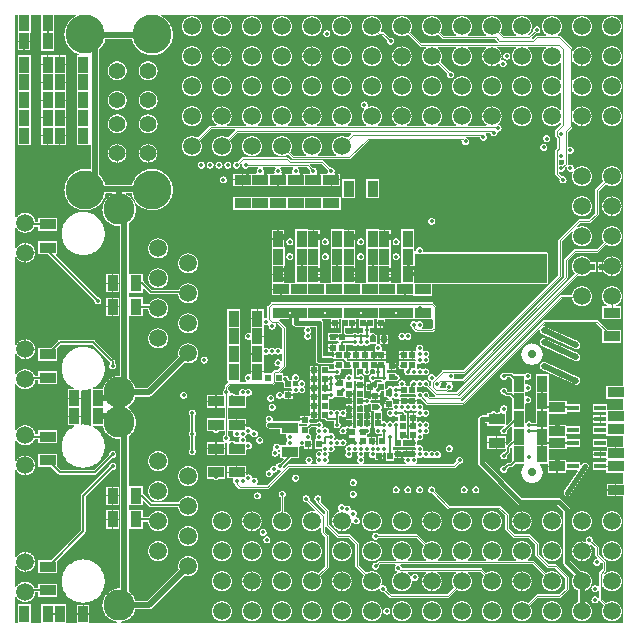
<source format=gbl>
G04*
G04 #@! TF.GenerationSoftware,Altium Limited,Altium Designer,24.5.2 (23)*
G04*
G04 Layer_Physical_Order=8*
G04 Layer_Color=15238730*
%FSLAX25Y25*%
%MOIN*%
G70*
G04*
G04 #@! TF.SameCoordinates,6DF05ACD-99E5-4A60-94F4-888D25E85DCD*
G04*
G04*
G04 #@! TF.FilePolarity,Positive*
G04*
G01*
G75*
%ADD11C,0.00394*%
%ADD12C,0.00787*%
%ADD35R,0.03543X0.05512*%
%ADD38R,0.05512X0.03543*%
%ADD46R,0.02362X0.01968*%
%ADD48R,0.01968X0.02362*%
%ADD53C,0.10354*%
%ADD54C,0.05906*%
%ADD56C,0.05512*%
%ADD57C,0.12992*%
%ADD58C,0.02756*%
%ADD61C,0.01575*%
%ADD62C,0.01968*%
%ADD63C,0.00470*%
%ADD64C,0.01378*%
%ADD65C,0.00609*%
%ADD67C,0.01378*%
%ADD79R,0.03975X0.01803*%
G36*
X-81034Y100984D02*
X-81320Y100843D01*
X-81711Y100618D01*
X-82086Y100367D01*
X-82444Y100092D01*
X-82783Y99795D01*
X-83102Y99476D01*
X-83400Y99137D01*
X-83674Y98779D01*
X-83925Y98404D01*
X-84150Y98013D01*
X-84350Y97609D01*
X-84522Y97192D01*
X-84667Y96765D01*
X-84784Y96329D01*
X-84872Y95887D01*
X-84931Y95439D01*
X-84961Y94989D01*
Y94538D01*
X-84931Y94088D01*
X-84872Y93641D01*
X-84784Y93198D01*
X-84667Y92763D01*
X-84522Y92336D01*
X-84350Y91919D01*
X-84150Y91514D01*
X-83925Y91124D01*
X-83674Y90749D01*
X-83400Y90391D01*
X-83102Y90052D01*
X-82783Y89732D01*
X-82444Y89435D01*
X-82086Y89161D01*
X-81711Y88910D01*
X-81320Y88684D01*
X-80916Y88485D01*
X-80499Y88312D01*
X-80136Y88189D01*
X-80201Y87795D01*
X-80905D01*
Y81496D01*
Y75591D01*
Y69685D01*
Y63779D01*
Y57874D01*
X-76578D01*
X-76575Y57874D01*
X-76184Y57867D01*
Y49982D01*
X-76245Y49935D01*
X-76578Y49759D01*
X-76948Y49833D01*
X-77395Y49892D01*
X-77845Y49921D01*
X-78296D01*
X-78746Y49892D01*
X-79194Y49833D01*
X-79636Y49745D01*
X-80072Y49628D01*
X-80499Y49483D01*
X-80916Y49310D01*
X-81320Y49111D01*
X-81711Y48885D01*
X-82086Y48635D01*
X-82444Y48360D01*
X-82783Y48063D01*
X-83102Y47744D01*
X-83400Y47405D01*
X-83674Y47047D01*
X-83925Y46672D01*
X-84150Y46281D01*
X-84350Y45877D01*
X-84522Y45460D01*
X-84667Y45033D01*
X-84784Y44597D01*
X-84872Y44154D01*
X-84931Y43707D01*
X-84961Y43257D01*
Y42806D01*
X-84931Y42356D01*
X-84872Y41909D01*
X-84784Y41466D01*
X-84667Y41030D01*
X-84522Y40603D01*
X-84350Y40187D01*
X-84150Y39782D01*
X-83925Y39391D01*
X-83674Y39016D01*
X-83400Y38658D01*
X-83102Y38319D01*
X-82783Y38000D01*
X-82444Y37703D01*
X-82086Y37428D01*
X-81711Y37178D01*
X-81320Y36952D01*
X-80916Y36753D01*
X-80499Y36580D01*
X-80072Y36435D01*
X-79636Y36318D01*
X-79194Y36230D01*
X-78746Y36171D01*
X-78296Y36142D01*
X-77845D01*
X-77395Y36171D01*
X-76948Y36230D01*
X-76506Y36318D01*
X-76070Y36435D01*
X-75643Y36580D01*
X-75226Y36753D01*
X-74821Y36952D01*
X-74431Y37178D01*
X-74056Y37428D01*
X-73698Y37703D01*
X-73359Y38000D01*
X-73040Y38319D01*
X-72742Y38658D01*
X-72467Y39016D01*
X-72217Y39391D01*
X-71991Y39782D01*
X-71792Y40187D01*
X-71619Y40603D01*
X-71474Y41030D01*
X-71358Y41466D01*
X-71270Y41909D01*
X-71267Y41926D01*
X-68977D01*
X-68866Y41548D01*
X-69227Y41382D01*
X-69577Y41192D01*
X-69911Y40977D01*
X-70230Y40738D01*
X-70531Y40477D01*
X-70812Y40196D01*
X-71073Y39895D01*
X-71311Y39577D01*
X-71526Y39242D01*
X-71717Y38893D01*
X-71882Y38531D01*
X-72021Y38158D01*
X-72133Y37776D01*
X-72218Y37387D01*
X-72275Y36994D01*
X-72303Y36597D01*
Y36199D01*
X-72275Y35802D01*
X-72218Y35408D01*
X-72133Y35019D01*
X-72021Y34637D01*
X-71882Y34264D01*
X-71717Y33902D01*
X-71526Y33553D01*
X-71311Y33218D01*
X-71073Y32900D01*
X-70812Y32599D01*
X-70531Y32318D01*
X-70230Y32057D01*
X-69911Y31819D01*
X-69577Y31604D01*
X-69227Y31413D01*
X-68866Y31248D01*
X-68493Y31108D01*
X-68111Y30996D01*
X-67722Y30912D01*
X-67328Y30855D01*
X-66931Y30827D01*
X-66533D01*
X-66342Y30648D01*
Y-18837D01*
X-66533Y-19016D01*
X-66931D01*
X-67328Y-19044D01*
X-67722Y-19101D01*
X-68111Y-19185D01*
X-68493Y-19297D01*
X-68866Y-19436D01*
X-69227Y-19602D01*
X-69577Y-19793D01*
X-69911Y-20008D01*
X-70230Y-20246D01*
X-70531Y-20507D01*
X-70812Y-20788D01*
X-71073Y-21089D01*
X-71311Y-21407D01*
X-71526Y-21742D01*
X-71717Y-22091D01*
X-71882Y-22453D01*
X-72021Y-22826D01*
X-72133Y-23208D01*
X-72181Y-23425D01*
X-75456D01*
X-75548Y-23031D01*
X-75351Y-22934D01*
X-74944Y-22699D01*
X-74553Y-22438D01*
X-74180Y-22152D01*
X-73826Y-21841D01*
X-73493Y-21509D01*
X-73183Y-21155D01*
X-72897Y-20782D01*
X-72635Y-20391D01*
X-72400Y-19983D01*
X-72192Y-19561D01*
X-72012Y-19127D01*
X-71861Y-18681D01*
X-71739Y-18227D01*
X-71647Y-17765D01*
X-71586Y-17299D01*
X-71555Y-16830D01*
Y-16359D01*
X-71586Y-15890D01*
X-71647Y-15423D01*
X-71739Y-14962D01*
X-71861Y-14508D01*
X-72012Y-14062D01*
X-72192Y-13628D01*
X-72400Y-13206D01*
X-72635Y-12798D01*
X-72897Y-12407D01*
X-73183Y-12034D01*
X-73493Y-11680D01*
X-73826Y-11348D01*
X-74180Y-11037D01*
X-74553Y-10751D01*
X-74944Y-10490D01*
X-75351Y-10254D01*
X-75773Y-10046D01*
X-76208Y-9866D01*
X-76653Y-9715D01*
X-77108Y-9593D01*
X-77569Y-9502D01*
X-78035Y-9440D01*
X-78505Y-9409D01*
X-78975D01*
X-79445Y-9440D01*
X-79911Y-9502D01*
X-80373Y-9593D01*
X-80827Y-9715D01*
X-81273Y-9866D01*
X-81707Y-10046D01*
X-82129Y-10254D01*
X-82536Y-10490D01*
X-82928Y-10751D01*
X-83301Y-11037D01*
X-83654Y-11348D01*
X-83987Y-11680D01*
X-84297Y-12034D01*
X-84584Y-12407D01*
X-84845Y-12798D01*
X-85080Y-13206D01*
X-85288Y-13628D01*
X-85468Y-14062D01*
X-85619Y-14508D01*
X-85741Y-14962D01*
X-85833Y-15423D01*
X-85894Y-15890D01*
X-85925Y-16359D01*
Y-16830D01*
X-85894Y-17299D01*
X-85833Y-17765D01*
X-85741Y-18227D01*
X-85619Y-18681D01*
X-85468Y-19127D01*
X-85288Y-19561D01*
X-85080Y-19983D01*
X-84845Y-20391D01*
X-84584Y-20782D01*
X-84297Y-21155D01*
X-83987Y-21509D01*
X-83654Y-21841D01*
X-83301Y-22152D01*
X-82928Y-22438D01*
X-82536Y-22699D01*
X-82129Y-22934D01*
X-81797Y-23098D01*
X-81888Y-23492D01*
X-83791D01*
Y-26378D01*
X-81693D01*
X-79594D01*
Y-24081D01*
X-79201Y-23765D01*
X-78975Y-23779D01*
X-78505D01*
X-78035Y-23749D01*
X-77569Y-23687D01*
X-77108Y-23596D01*
X-76653Y-23474D01*
X-76356Y-23373D01*
X-76038Y-23576D01*
X-75984Y-23656D01*
Y-29724D01*
Y-35399D01*
X-76038Y-35479D01*
X-76356Y-35682D01*
X-76653Y-35581D01*
X-77108Y-35460D01*
X-77569Y-35368D01*
X-78035Y-35306D01*
X-78505Y-35276D01*
X-78975D01*
X-79201Y-35290D01*
X-79594Y-34975D01*
Y-32677D01*
X-81693D01*
X-83791D01*
Y-35563D01*
X-81888D01*
X-81797Y-35957D01*
X-82129Y-36121D01*
X-82536Y-36356D01*
X-82928Y-36617D01*
X-83301Y-36904D01*
X-83654Y-37214D01*
X-83987Y-37546D01*
X-84297Y-37900D01*
X-84584Y-38273D01*
X-84845Y-38664D01*
X-85080Y-39072D01*
X-85288Y-39494D01*
X-85468Y-39928D01*
X-85619Y-40374D01*
X-85741Y-40828D01*
X-85833Y-41290D01*
X-85894Y-41756D01*
X-85925Y-42225D01*
Y-42696D01*
X-85894Y-43165D01*
X-85833Y-43632D01*
X-85741Y-44093D01*
X-85619Y-44547D01*
X-85468Y-44993D01*
X-85288Y-45428D01*
X-85080Y-45849D01*
X-84845Y-46257D01*
X-84584Y-46648D01*
X-84297Y-47021D01*
X-83987Y-47375D01*
X-83654Y-47708D01*
X-83301Y-48018D01*
X-82928Y-48304D01*
X-82536Y-48565D01*
X-82129Y-48801D01*
X-81707Y-49009D01*
X-81273Y-49189D01*
X-80827Y-49340D01*
X-80373Y-49462D01*
X-79911Y-49553D01*
X-79445Y-49615D01*
X-78975Y-49646D01*
X-78505D01*
X-78035Y-49615D01*
X-77569Y-49553D01*
X-77108Y-49462D01*
X-76653Y-49340D01*
X-76208Y-49189D01*
X-75773Y-49009D01*
X-75351Y-48801D01*
X-74944Y-48565D01*
X-74553Y-48304D01*
X-74180Y-48018D01*
X-73826Y-47708D01*
X-73493Y-47375D01*
X-73183Y-47021D01*
X-72897Y-46648D01*
X-72635Y-46257D01*
X-72400Y-45849D01*
X-72192Y-45428D01*
X-72012Y-44993D01*
X-71861Y-44547D01*
X-71739Y-44093D01*
X-71647Y-43632D01*
X-71586Y-43165D01*
X-71555Y-42696D01*
Y-42225D01*
X-71586Y-41756D01*
X-71647Y-41290D01*
X-71739Y-40828D01*
X-71861Y-40374D01*
X-72012Y-39928D01*
X-72192Y-39494D01*
X-72400Y-39072D01*
X-72635Y-38664D01*
X-72897Y-38273D01*
X-73183Y-37900D01*
X-73493Y-37546D01*
X-73826Y-37214D01*
X-74180Y-36904D01*
X-74553Y-36617D01*
X-74944Y-36356D01*
X-75351Y-36121D01*
X-75548Y-36024D01*
X-75456Y-35630D01*
X-72181D01*
X-72133Y-35847D01*
X-72021Y-36229D01*
X-71882Y-36602D01*
X-71717Y-36964D01*
X-71526Y-37313D01*
X-71311Y-37648D01*
X-71073Y-37966D01*
X-70812Y-38267D01*
X-70531Y-38548D01*
X-70230Y-38809D01*
X-69911Y-39047D01*
X-69577Y-39263D01*
X-69227Y-39453D01*
X-68866Y-39619D01*
X-68493Y-39758D01*
X-68111Y-39870D01*
X-67722Y-39954D01*
X-67328Y-40011D01*
X-66931Y-40039D01*
X-66533D01*
X-66342Y-40218D01*
Y-89703D01*
X-66533Y-89882D01*
X-66931D01*
X-67328Y-89910D01*
X-67722Y-89967D01*
X-68111Y-90052D01*
X-68493Y-90164D01*
X-68866Y-90303D01*
X-69227Y-90468D01*
X-69577Y-90659D01*
X-69911Y-90874D01*
X-70230Y-91112D01*
X-70531Y-91373D01*
X-70812Y-91654D01*
X-71073Y-91955D01*
X-71311Y-92273D01*
X-71526Y-92608D01*
X-71717Y-92958D01*
X-71882Y-93319D01*
X-72021Y-93692D01*
X-72133Y-94074D01*
X-72218Y-94463D01*
X-72275Y-94857D01*
X-72303Y-95254D01*
Y-95652D01*
X-72275Y-96049D01*
X-72218Y-96443D01*
X-72133Y-96831D01*
X-72021Y-97213D01*
X-71882Y-97586D01*
X-71717Y-97948D01*
X-71526Y-98297D01*
X-71311Y-98632D01*
X-71073Y-98950D01*
X-70812Y-99251D01*
X-70531Y-99533D01*
X-70230Y-99793D01*
X-69911Y-100032D01*
X-69577Y-100247D01*
X-69227Y-100437D01*
X-68866Y-100603D01*
X-68493Y-100742D01*
X-68111Y-100854D01*
X-67722Y-100939D01*
X-67405Y-100984D01*
X-67433Y-101378D01*
X-76642D01*
Y-98622D01*
X-78740D01*
X-80839D01*
Y-101378D01*
X-84449D01*
Y-95276D01*
X-92716D01*
Y-101378D01*
X-96260D01*
Y-95276D01*
X-100591D01*
Y-101378D01*
X-101378D01*
Y-92817D01*
X-101329Y-92788D01*
X-100857Y-92843D01*
X-100689Y-93082D01*
X-100501Y-93306D01*
X-100294Y-93513D01*
X-100071Y-93701D01*
X-99831Y-93868D01*
X-99578Y-94015D01*
X-99313Y-94138D01*
X-99039Y-94238D01*
X-98756Y-94314D01*
X-98469Y-94364D01*
X-98178Y-94390D01*
X-97885D01*
X-97594Y-94364D01*
X-97307Y-94314D01*
X-97024Y-94238D01*
X-96750Y-94138D01*
X-96485Y-94015D01*
X-96232Y-93868D01*
X-95992Y-93701D01*
X-95768Y-93513D01*
X-95562Y-93306D01*
X-95374Y-93082D01*
X-95206Y-92843D01*
X-95060Y-92590D01*
X-94937Y-92325D01*
X-94837Y-92051D01*
X-94761Y-91768D01*
X-94710Y-91480D01*
X-94691Y-91252D01*
X-93701D01*
Y-92716D01*
X-87402D01*
Y-88386D01*
X-93701D01*
Y-89850D01*
X-94905D01*
X-94937Y-89762D01*
X-95060Y-89497D01*
X-95206Y-89244D01*
X-95374Y-89004D01*
X-95562Y-88780D01*
X-95768Y-88574D01*
X-95992Y-88386D01*
X-96232Y-88218D01*
X-96485Y-88072D01*
X-96750Y-87949D01*
X-97024Y-87849D01*
X-97307Y-87773D01*
X-97594Y-87722D01*
X-97885Y-87697D01*
X-98178D01*
X-98469Y-87722D01*
X-98756Y-87773D01*
X-99039Y-87849D01*
X-99313Y-87949D01*
X-99578Y-88072D01*
X-99831Y-88218D01*
X-100071Y-88386D01*
X-100294Y-88574D01*
X-100501Y-88780D01*
X-100689Y-89004D01*
X-100857Y-89244D01*
X-101329Y-89298D01*
X-101378Y-89270D01*
Y-82558D01*
X-100984Y-82471D01*
X-100943Y-82559D01*
X-100800Y-82807D01*
X-100636Y-83042D01*
X-100452Y-83261D01*
X-100249Y-83464D01*
X-100030Y-83648D01*
X-99795Y-83812D01*
X-99547Y-83955D01*
X-99288Y-84076D01*
X-99019Y-84174D01*
X-98742Y-84248D01*
X-98460Y-84298D01*
X-98228Y-84318D01*
Y-81043D01*
Y-77768D01*
X-98460Y-77789D01*
X-98742Y-77838D01*
X-99019Y-77913D01*
X-99288Y-78010D01*
X-99547Y-78132D01*
X-99795Y-78275D01*
X-100030Y-78439D01*
X-100249Y-78623D01*
X-100452Y-78826D01*
X-100636Y-79045D01*
X-100800Y-79280D01*
X-100943Y-79527D01*
X-100984Y-79615D01*
X-101378Y-79528D01*
Y-50393D01*
X-100984Y-50306D01*
X-100943Y-50394D01*
X-100800Y-50642D01*
X-100636Y-50876D01*
X-100452Y-51096D01*
X-100249Y-51298D01*
X-100030Y-51482D01*
X-99795Y-51647D01*
X-99547Y-51790D01*
X-99288Y-51911D01*
X-99019Y-52009D01*
X-98742Y-52083D01*
X-98460Y-52132D01*
X-98228Y-52153D01*
Y-48878D01*
Y-45603D01*
X-98460Y-45623D01*
X-98742Y-45673D01*
X-99019Y-45747D01*
X-99288Y-45845D01*
X-99547Y-45966D01*
X-99795Y-46109D01*
X-100030Y-46274D01*
X-100249Y-46458D01*
X-100452Y-46660D01*
X-100636Y-46880D01*
X-100800Y-47114D01*
X-100943Y-47362D01*
X-100984Y-47450D01*
X-101378Y-47363D01*
Y-40651D01*
X-101329Y-40623D01*
X-100857Y-40678D01*
X-100689Y-40917D01*
X-100501Y-41141D01*
X-100294Y-41348D01*
X-100071Y-41535D01*
X-99831Y-41703D01*
X-99578Y-41849D01*
X-99313Y-41973D01*
X-99039Y-42073D01*
X-98756Y-42148D01*
X-98469Y-42199D01*
X-98178Y-42224D01*
X-97885D01*
X-97594Y-42199D01*
X-97307Y-42148D01*
X-97024Y-42073D01*
X-96750Y-41973D01*
X-96485Y-41849D01*
X-96232Y-41703D01*
X-95992Y-41535D01*
X-95768Y-41348D01*
X-95562Y-41141D01*
X-95374Y-40917D01*
X-95206Y-40678D01*
X-95060Y-40425D01*
X-94937Y-40161D01*
X-93701D01*
Y-41535D01*
X-87402D01*
Y-37205D01*
X-93701D01*
Y-38579D01*
X-94698D01*
X-94710Y-38441D01*
X-94761Y-38153D01*
X-94837Y-37871D01*
X-94937Y-37596D01*
X-95060Y-37331D01*
X-95206Y-37078D01*
X-95374Y-36839D01*
X-95562Y-36615D01*
X-95768Y-36408D01*
X-95992Y-36220D01*
X-96232Y-36053D01*
X-96485Y-35907D01*
X-96750Y-35783D01*
X-97024Y-35683D01*
X-97307Y-35608D01*
X-97594Y-35557D01*
X-97885Y-35531D01*
X-98178D01*
X-98469Y-35557D01*
X-98756Y-35608D01*
X-99039Y-35683D01*
X-99313Y-35783D01*
X-99578Y-35907D01*
X-99831Y-36053D01*
X-100071Y-36220D01*
X-100294Y-36408D01*
X-100501Y-36615D01*
X-100689Y-36839D01*
X-100857Y-37078D01*
X-101329Y-37133D01*
X-101378Y-37105D01*
Y-21950D01*
X-101329Y-21922D01*
X-100857Y-21977D01*
X-100689Y-22216D01*
X-100501Y-22440D01*
X-100294Y-22647D01*
X-100071Y-22835D01*
X-99831Y-23002D01*
X-99578Y-23148D01*
X-99313Y-23272D01*
X-99039Y-23372D01*
X-98756Y-23447D01*
X-98469Y-23498D01*
X-98178Y-23524D01*
X-97885D01*
X-97594Y-23498D01*
X-97307Y-23447D01*
X-97024Y-23372D01*
X-96750Y-23272D01*
X-96485Y-23148D01*
X-96232Y-23002D01*
X-95992Y-22835D01*
X-95768Y-22647D01*
X-95562Y-22440D01*
X-95374Y-22216D01*
X-95206Y-21977D01*
X-95060Y-21724D01*
X-94937Y-21459D01*
X-94837Y-21184D01*
X-94761Y-20902D01*
X-94710Y-20614D01*
X-94691Y-20386D01*
X-93701D01*
Y-21850D01*
X-87402D01*
Y-17520D01*
X-93701D01*
Y-18984D01*
X-94905D01*
X-94937Y-18895D01*
X-95060Y-18631D01*
X-95206Y-18377D01*
X-95374Y-18138D01*
X-95562Y-17914D01*
X-95768Y-17708D01*
X-95992Y-17520D01*
X-96232Y-17352D01*
X-96485Y-17206D01*
X-96750Y-17083D01*
X-97024Y-16983D01*
X-97307Y-16907D01*
X-97594Y-16856D01*
X-97885Y-16831D01*
X-98178D01*
X-98469Y-16856D01*
X-98756Y-16907D01*
X-99039Y-16983D01*
X-99313Y-17083D01*
X-99578Y-17206D01*
X-99831Y-17352D01*
X-100071Y-17520D01*
X-100294Y-17708D01*
X-100501Y-17914D01*
X-100689Y-18138D01*
X-100857Y-18377D01*
X-101329Y-18432D01*
X-101378Y-18404D01*
Y-11692D01*
X-100984Y-11605D01*
X-100943Y-11693D01*
X-100800Y-11941D01*
X-100636Y-12175D01*
X-100452Y-12395D01*
X-100249Y-12597D01*
X-100030Y-12781D01*
X-99795Y-12946D01*
X-99547Y-13089D01*
X-99288Y-13210D01*
X-99019Y-13308D01*
X-98742Y-13382D01*
X-98460Y-13432D01*
X-98228Y-13452D01*
Y-10177D01*
Y-6902D01*
X-98460Y-6923D01*
X-98742Y-6972D01*
X-99019Y-7046D01*
X-99288Y-7144D01*
X-99547Y-7265D01*
X-99795Y-7409D01*
X-100030Y-7573D01*
X-100249Y-7757D01*
X-100452Y-7959D01*
X-100636Y-8179D01*
X-100800Y-8413D01*
X-100943Y-8661D01*
X-100984Y-8749D01*
X-101378Y-8662D01*
Y20473D01*
X-100984Y20560D01*
X-100943Y20472D01*
X-100800Y20224D01*
X-100636Y19990D01*
X-100452Y19771D01*
X-100249Y19568D01*
X-100030Y19384D01*
X-99795Y19220D01*
X-99547Y19076D01*
X-99288Y18955D01*
X-99019Y18857D01*
X-98742Y18783D01*
X-98460Y18734D01*
X-98228Y18713D01*
Y21988D01*
Y25263D01*
X-98460Y25243D01*
X-98742Y25193D01*
X-99019Y25119D01*
X-99288Y25021D01*
X-99547Y24900D01*
X-99795Y24757D01*
X-100030Y24592D01*
X-100249Y24408D01*
X-100452Y24206D01*
X-100636Y23987D01*
X-100800Y23752D01*
X-100943Y23504D01*
X-100984Y23416D01*
X-101378Y23503D01*
Y30215D01*
X-101329Y30243D01*
X-100857Y30188D01*
X-100689Y29949D01*
X-100501Y29725D01*
X-100294Y29519D01*
X-100071Y29331D01*
X-99831Y29163D01*
X-99578Y29017D01*
X-99313Y28894D01*
X-99039Y28794D01*
X-98756Y28718D01*
X-98469Y28667D01*
X-98178Y28642D01*
X-97885D01*
X-97594Y28667D01*
X-97307Y28718D01*
X-97024Y28794D01*
X-96750Y28894D01*
X-96485Y29017D01*
X-96232Y29163D01*
X-95992Y29331D01*
X-95768Y29519D01*
X-95562Y29725D01*
X-95374Y29949D01*
X-95206Y30188D01*
X-95060Y30441D01*
X-94937Y30705D01*
X-93701D01*
Y29331D01*
X-87402D01*
Y33661D01*
X-93701D01*
Y32287D01*
X-94698D01*
X-94710Y32425D01*
X-94761Y32713D01*
X-94837Y32996D01*
X-94937Y33270D01*
X-95060Y33535D01*
X-95206Y33788D01*
X-95374Y34027D01*
X-95562Y34251D01*
X-95768Y34458D01*
X-95992Y34646D01*
X-96232Y34813D01*
X-96485Y34959D01*
X-96750Y35083D01*
X-97024Y35183D01*
X-97307Y35258D01*
X-97594Y35309D01*
X-97885Y35335D01*
X-98178D01*
X-98469Y35309D01*
X-98756Y35258D01*
X-99039Y35183D01*
X-99313Y35083D01*
X-99578Y34959D01*
X-99831Y34813D01*
X-100071Y34646D01*
X-100294Y34458D01*
X-100501Y34251D01*
X-100689Y34027D01*
X-100857Y33788D01*
X-101329Y33733D01*
X-101378Y33762D01*
Y101378D01*
X-100591D01*
Y95276D01*
X-100524D01*
Y92716D01*
X-96327D01*
Y95276D01*
X-96260D01*
Y101378D01*
X-92716D01*
Y95276D01*
Y89370D01*
X-88386D01*
Y95276D01*
Y101378D01*
X-81126D01*
X-81034Y100984D01*
D02*
G37*
G36*
X101378Y-22441D02*
X95669D01*
Y-26772D01*
X101378D01*
Y-30315D01*
X95959D01*
Y-28429D01*
X91197D01*
Y-31020D01*
X95669D01*
Y-32236D01*
X93775D01*
Y-33465D01*
Y-34693D01*
X95297D01*
X95669Y-34744D01*
X95669Y-34994D01*
Y-35910D01*
X91197D01*
Y-38500D01*
X95669D01*
Y-39075D01*
X101378D01*
Y-42685D01*
X99016D01*
Y-44783D01*
X98622D01*
Y-42685D01*
X96070D01*
X95959Y-42685D01*
X95959Y-42529D01*
X95959Y-40240D01*
X91197D01*
Y-42831D01*
X95626D01*
X95736Y-42831D01*
X95736Y-42986D01*
X95736Y-44047D01*
X93775D01*
Y-45276D01*
Y-46504D01*
X95698D01*
X95736Y-46882D01*
X95669Y-47047D01*
X95669D01*
X95669Y-47248D01*
Y-47721D01*
X91197D01*
Y-50311D01*
X95669D01*
Y-51378D01*
X101378D01*
Y-54988D01*
X99016D01*
Y-57087D01*
Y-59185D01*
X101378D01*
Y-101378D01*
X-66032D01*
X-66060Y-100984D01*
X-65742Y-100939D01*
X-65354Y-100854D01*
X-64972Y-100742D01*
X-64599Y-100603D01*
X-64237Y-100437D01*
X-63888Y-100247D01*
X-63553Y-100032D01*
X-63235Y-99793D01*
X-62934Y-99533D01*
X-62652Y-99251D01*
X-62392Y-98950D01*
X-62153Y-98632D01*
X-61938Y-98297D01*
X-61747Y-97948D01*
X-61582Y-97586D01*
X-61443Y-97213D01*
X-61332Y-96834D01*
X-56732D01*
X-56552Y-96822D01*
X-56375Y-96787D01*
X-56204Y-96728D01*
X-56042Y-96649D01*
X-55892Y-96548D01*
X-55756Y-96429D01*
X-44919Y-85593D01*
X-44747Y-85655D01*
X-44465Y-85731D01*
X-44177Y-85782D01*
X-43886Y-85807D01*
X-43594D01*
X-43303Y-85782D01*
X-43015Y-85731D01*
X-42733Y-85655D01*
X-42458Y-85555D01*
X-42193Y-85432D01*
X-41940Y-85286D01*
X-41701Y-85118D01*
X-41477Y-84930D01*
X-41271Y-84724D01*
X-41083Y-84500D01*
X-40915Y-84260D01*
X-40769Y-84007D01*
X-40646Y-83742D01*
X-40545Y-83468D01*
X-40470Y-83186D01*
X-40419Y-82898D01*
X-40394Y-82607D01*
Y-82314D01*
X-40419Y-82023D01*
X-40470Y-81736D01*
X-40545Y-81453D01*
X-40646Y-81179D01*
X-40769Y-80914D01*
X-40915Y-80661D01*
X-41083Y-80422D01*
X-41271Y-80198D01*
X-41477Y-79991D01*
X-41701Y-79803D01*
X-41940Y-79636D01*
X-42193Y-79489D01*
X-42458Y-79366D01*
X-42733Y-79266D01*
X-43015Y-79190D01*
X-43303Y-79140D01*
X-43594Y-79114D01*
X-43886D01*
X-44177Y-79140D01*
X-44465Y-79190D01*
X-44747Y-79266D01*
X-45022Y-79366D01*
X-45287Y-79489D01*
X-45540Y-79636D01*
X-45779Y-79803D01*
X-46003Y-79991D01*
X-46210Y-80198D01*
X-46398Y-80422D01*
X-46565Y-80661D01*
X-46711Y-80914D01*
X-46835Y-81179D01*
X-46935Y-81453D01*
X-47010Y-81736D01*
X-47061Y-82023D01*
X-47087Y-82314D01*
Y-82607D01*
X-47061Y-82898D01*
X-47010Y-83186D01*
X-46935Y-83468D01*
X-46872Y-83640D01*
X-57304Y-94072D01*
X-61332D01*
X-61443Y-93692D01*
X-61582Y-93319D01*
X-61747Y-92958D01*
X-61938Y-92608D01*
X-62153Y-92273D01*
X-62392Y-91955D01*
X-62652Y-91654D01*
X-62934Y-91373D01*
X-63235Y-91112D01*
X-63553Y-90874D01*
X-63580Y-90857D01*
Y-70086D01*
X-63189Y-70079D01*
X-63186Y-70079D01*
X-58858D01*
Y-67720D01*
X-57077D01*
X-57061Y-67898D01*
X-57010Y-68186D01*
X-56935Y-68468D01*
X-56835Y-68743D01*
X-56711Y-69007D01*
X-56565Y-69260D01*
X-56398Y-69500D01*
X-56210Y-69724D01*
X-56003Y-69930D01*
X-55779Y-70118D01*
X-55540Y-70286D01*
X-55287Y-70432D01*
X-55022Y-70555D01*
X-54747Y-70655D01*
X-54465Y-70731D01*
X-54177Y-70782D01*
X-53886Y-70807D01*
X-53594D01*
X-53303Y-70782D01*
X-53015Y-70731D01*
X-52733Y-70655D01*
X-52458Y-70555D01*
X-52193Y-70432D01*
X-51940Y-70286D01*
X-51701Y-70118D01*
X-51477Y-69930D01*
X-51271Y-69724D01*
X-51083Y-69500D01*
X-50915Y-69260D01*
X-50769Y-69007D01*
X-50646Y-68743D01*
X-50546Y-68468D01*
X-50470Y-68186D01*
X-50419Y-67898D01*
X-50394Y-67607D01*
Y-67314D01*
X-50419Y-67023D01*
X-50470Y-66736D01*
X-50546Y-66453D01*
X-50646Y-66179D01*
X-50769Y-65914D01*
X-50915Y-65661D01*
X-51083Y-65421D01*
X-51271Y-65198D01*
X-51477Y-64991D01*
X-51701Y-64803D01*
X-51940Y-64636D01*
X-52193Y-64489D01*
X-52458Y-64366D01*
X-52733Y-64266D01*
X-53015Y-64190D01*
X-53303Y-64140D01*
X-53594Y-64114D01*
X-53886D01*
X-54177Y-64140D01*
X-54465Y-64190D01*
X-54747Y-64266D01*
X-55022Y-64366D01*
X-55287Y-64489D01*
X-55540Y-64636D01*
X-55779Y-64803D01*
X-56003Y-64991D01*
X-56210Y-65198D01*
X-56398Y-65421D01*
X-56565Y-65661D01*
X-56711Y-65914D01*
X-56816Y-66138D01*
X-58858D01*
Y-63779D01*
X-63186D01*
X-63189Y-63779D01*
X-63580Y-63772D01*
Y-62212D01*
X-63189Y-62205D01*
X-63186Y-62205D01*
X-58858D01*
Y-60885D01*
X-58495Y-60735D01*
X-56662Y-62567D01*
X-56542Y-62666D01*
X-56405Y-62739D01*
X-56257Y-62784D01*
X-56102Y-62799D01*
X-47070D01*
X-47061Y-62898D01*
X-47010Y-63186D01*
X-46935Y-63468D01*
X-46835Y-63743D01*
X-46711Y-64007D01*
X-46565Y-64260D01*
X-46398Y-64500D01*
X-46210Y-64724D01*
X-46003Y-64930D01*
X-45779Y-65118D01*
X-45540Y-65286D01*
X-45287Y-65432D01*
X-45022Y-65555D01*
X-44747Y-65655D01*
X-44465Y-65731D01*
X-44177Y-65782D01*
X-43886Y-65807D01*
X-43594D01*
X-43303Y-65782D01*
X-43015Y-65731D01*
X-42733Y-65655D01*
X-42458Y-65555D01*
X-42193Y-65432D01*
X-41940Y-65286D01*
X-41701Y-65118D01*
X-41477Y-64930D01*
X-41271Y-64724D01*
X-41083Y-64500D01*
X-40915Y-64260D01*
X-40769Y-64007D01*
X-40646Y-63743D01*
X-40545Y-63468D01*
X-40470Y-63186D01*
X-40419Y-62898D01*
X-40394Y-62607D01*
Y-62314D01*
X-40419Y-62023D01*
X-40470Y-61736D01*
X-40545Y-61453D01*
X-40646Y-61179D01*
X-40769Y-60914D01*
X-40915Y-60661D01*
X-41083Y-60422D01*
X-41271Y-60198D01*
X-41477Y-59991D01*
X-41701Y-59803D01*
X-41940Y-59636D01*
X-42193Y-59489D01*
X-42458Y-59366D01*
X-42733Y-59266D01*
X-43015Y-59190D01*
X-43303Y-59140D01*
X-43594Y-59114D01*
X-43886D01*
X-44177Y-59140D01*
X-44465Y-59190D01*
X-44747Y-59266D01*
X-45022Y-59366D01*
X-45287Y-59489D01*
X-45540Y-59636D01*
X-45779Y-59803D01*
X-46003Y-59991D01*
X-46210Y-60198D01*
X-46398Y-60422D01*
X-46565Y-60661D01*
X-46711Y-60914D01*
X-46835Y-61179D01*
X-46849Y-61217D01*
X-55775D01*
X-58496Y-58496D01*
X-58615Y-58397D01*
X-58752Y-58324D01*
X-58858Y-58292D01*
Y-55905D01*
X-63186D01*
X-63189Y-55905D01*
X-63580Y-55898D01*
Y-39065D01*
X-63553Y-39047D01*
X-63235Y-38809D01*
X-62934Y-38548D01*
X-62652Y-38267D01*
X-62392Y-37966D01*
X-62153Y-37648D01*
X-61938Y-37313D01*
X-61747Y-36964D01*
X-61582Y-36602D01*
X-61443Y-36229D01*
X-61331Y-35847D01*
X-61247Y-35458D01*
X-61190Y-35064D01*
X-61161Y-34668D01*
Y-34269D01*
X-61190Y-33873D01*
X-61247Y-33479D01*
X-61331Y-33090D01*
X-61443Y-32708D01*
X-61582Y-32335D01*
X-61747Y-31973D01*
X-61938Y-31624D01*
X-62153Y-31289D01*
X-62392Y-30971D01*
X-62652Y-30670D01*
X-62934Y-30389D01*
X-63235Y-30128D01*
X-63553Y-29890D01*
X-63758Y-29758D01*
X-63796Y-29648D01*
Y-29407D01*
X-63758Y-29297D01*
X-63553Y-29166D01*
X-63235Y-28927D01*
X-62934Y-28666D01*
X-62652Y-28385D01*
X-62392Y-28084D01*
X-62153Y-27766D01*
X-61938Y-27431D01*
X-61747Y-27082D01*
X-61582Y-26720D01*
X-61443Y-26347D01*
X-61332Y-25967D01*
X-56732D01*
X-56552Y-25956D01*
X-56375Y-25921D01*
X-56204Y-25862D01*
X-56042Y-25782D01*
X-55892Y-25682D01*
X-55756Y-25563D01*
X-44919Y-14727D01*
X-44747Y-14789D01*
X-44465Y-14865D01*
X-44177Y-14916D01*
X-43886Y-14941D01*
X-43594D01*
X-43303Y-14916D01*
X-43015Y-14865D01*
X-42733Y-14789D01*
X-42458Y-14689D01*
X-42193Y-14566D01*
X-41940Y-14420D01*
X-41701Y-14252D01*
X-41477Y-14064D01*
X-41271Y-13858D01*
X-41083Y-13634D01*
X-40915Y-13394D01*
X-40769Y-13141D01*
X-40646Y-12876D01*
X-40545Y-12602D01*
X-40470Y-12319D01*
X-40419Y-12032D01*
X-40394Y-11741D01*
Y-11448D01*
X-40419Y-11157D01*
X-40470Y-10870D01*
X-40545Y-10587D01*
X-40646Y-10313D01*
X-40769Y-10048D01*
X-40915Y-9795D01*
X-41083Y-9555D01*
X-41271Y-9331D01*
X-41477Y-9125D01*
X-41701Y-8937D01*
X-41940Y-8769D01*
X-42193Y-8623D01*
X-42458Y-8500D01*
X-42733Y-8400D01*
X-43015Y-8324D01*
X-43303Y-8274D01*
X-43594Y-8248D01*
X-43886D01*
X-44177Y-8274D01*
X-44465Y-8324D01*
X-44747Y-8400D01*
X-45022Y-8500D01*
X-45287Y-8623D01*
X-45540Y-8769D01*
X-45779Y-8937D01*
X-46003Y-9125D01*
X-46210Y-9331D01*
X-46398Y-9555D01*
X-46565Y-9795D01*
X-46711Y-10048D01*
X-46835Y-10313D01*
X-46935Y-10587D01*
X-47010Y-10870D01*
X-47061Y-11157D01*
X-47087Y-11448D01*
Y-11741D01*
X-47061Y-12032D01*
X-47010Y-12319D01*
X-46935Y-12602D01*
X-46872Y-12774D01*
X-57304Y-23206D01*
X-61332D01*
X-61443Y-22826D01*
X-61582Y-22453D01*
X-61747Y-22091D01*
X-61938Y-21742D01*
X-62153Y-21407D01*
X-62392Y-21089D01*
X-62652Y-20788D01*
X-62934Y-20507D01*
X-63235Y-20246D01*
X-63553Y-20008D01*
X-63580Y-19990D01*
Y780D01*
X-63189Y787D01*
X-63186Y787D01*
X-58858D01*
Y3146D01*
X-57077D01*
X-57061Y2968D01*
X-57010Y2681D01*
X-56935Y2398D01*
X-56835Y2124D01*
X-56711Y1859D01*
X-56565Y1606D01*
X-56398Y1366D01*
X-56210Y1142D01*
X-56003Y936D01*
X-55779Y748D01*
X-55540Y581D01*
X-55287Y434D01*
X-55022Y311D01*
X-54747Y211D01*
X-54465Y135D01*
X-54177Y84D01*
X-53886Y59D01*
X-53594D01*
X-53303Y84D01*
X-53015Y135D01*
X-52733Y211D01*
X-52458Y311D01*
X-52193Y434D01*
X-51940Y581D01*
X-51701Y748D01*
X-51477Y936D01*
X-51271Y1142D01*
X-51083Y1366D01*
X-50915Y1606D01*
X-50769Y1859D01*
X-50646Y2124D01*
X-50546Y2398D01*
X-50470Y2681D01*
X-50419Y2968D01*
X-50394Y3259D01*
Y3552D01*
X-50419Y3843D01*
X-50470Y4131D01*
X-50546Y4413D01*
X-50646Y4687D01*
X-50769Y4952D01*
X-50915Y5205D01*
X-51083Y5445D01*
X-51271Y5669D01*
X-51477Y5875D01*
X-51701Y6063D01*
X-51940Y6231D01*
X-52193Y6377D01*
X-52458Y6500D01*
X-52733Y6600D01*
X-53015Y6676D01*
X-53303Y6726D01*
X-53594Y6752D01*
X-53886D01*
X-54177Y6726D01*
X-54465Y6676D01*
X-54747Y6600D01*
X-55022Y6500D01*
X-55287Y6377D01*
X-55540Y6231D01*
X-55779Y6063D01*
X-56003Y5875D01*
X-56210Y5669D01*
X-56398Y5445D01*
X-56565Y5205D01*
X-56711Y4952D01*
X-56816Y4728D01*
X-58858D01*
Y7087D01*
X-63186D01*
X-63189Y7087D01*
X-63580Y7094D01*
Y8654D01*
X-63189Y8661D01*
X-63186Y8661D01*
X-58858D01*
Y9981D01*
X-58495Y10131D01*
X-56662Y8299D01*
X-56542Y8200D01*
X-56405Y8127D01*
X-56257Y8082D01*
X-56102Y8067D01*
X-47070D01*
X-47061Y7968D01*
X-47010Y7681D01*
X-46935Y7398D01*
X-46835Y7124D01*
X-46711Y6859D01*
X-46565Y6606D01*
X-46398Y6366D01*
X-46210Y6143D01*
X-46003Y5936D01*
X-45779Y5748D01*
X-45540Y5581D01*
X-45287Y5434D01*
X-45022Y5311D01*
X-44747Y5211D01*
X-44465Y5135D01*
X-44177Y5085D01*
X-43886Y5059D01*
X-43594D01*
X-43303Y5085D01*
X-43015Y5135D01*
X-42733Y5211D01*
X-42458Y5311D01*
X-42193Y5434D01*
X-41940Y5581D01*
X-41701Y5748D01*
X-41477Y5936D01*
X-41271Y6143D01*
X-41083Y6366D01*
X-40915Y6606D01*
X-40769Y6859D01*
X-40646Y7124D01*
X-40545Y7398D01*
X-40470Y7681D01*
X-40419Y7968D01*
X-40394Y8259D01*
Y8552D01*
X-40419Y8843D01*
X-40470Y9131D01*
X-40545Y9413D01*
X-40646Y9687D01*
X-40769Y9952D01*
X-40915Y10205D01*
X-41083Y10445D01*
X-41271Y10668D01*
X-41477Y10875D01*
X-41701Y11063D01*
X-41940Y11231D01*
X-42193Y11377D01*
X-42458Y11500D01*
X-42733Y11600D01*
X-43015Y11676D01*
X-43303Y11727D01*
X-43594Y11752D01*
X-43886D01*
X-44177Y11727D01*
X-44465Y11676D01*
X-44747Y11600D01*
X-45022Y11500D01*
X-45287Y11377D01*
X-45540Y11231D01*
X-45779Y11063D01*
X-46003Y10875D01*
X-46210Y10668D01*
X-46398Y10445D01*
X-46565Y10205D01*
X-46711Y9952D01*
X-46835Y9687D01*
X-46849Y9650D01*
X-55775D01*
X-58496Y12370D01*
X-58615Y12469D01*
X-58752Y12542D01*
X-58858Y12574D01*
Y14961D01*
X-63186D01*
X-63189Y14961D01*
X-63580Y14968D01*
Y31802D01*
X-63553Y31819D01*
X-63235Y32057D01*
X-62934Y32318D01*
X-62652Y32599D01*
X-62392Y32900D01*
X-62153Y33218D01*
X-61938Y33553D01*
X-61747Y33902D01*
X-61582Y34264D01*
X-61443Y34637D01*
X-61331Y35019D01*
X-61247Y35408D01*
X-61190Y35802D01*
X-61161Y36199D01*
Y36597D01*
X-61190Y36994D01*
X-61247Y37387D01*
X-61331Y37776D01*
X-61443Y38158D01*
X-61582Y38531D01*
X-61747Y38893D01*
X-61938Y39242D01*
X-62153Y39577D01*
X-62392Y39895D01*
X-62652Y40196D01*
X-62934Y40477D01*
X-63235Y40738D01*
X-63553Y40977D01*
X-63888Y41192D01*
X-64237Y41382D01*
X-64599Y41548D01*
X-64487Y41926D01*
X-62512D01*
X-62510Y41909D01*
X-62422Y41466D01*
X-62305Y41030D01*
X-62160Y40603D01*
X-61988Y40187D01*
X-61788Y39782D01*
X-61563Y39391D01*
X-61312Y39016D01*
X-61037Y38658D01*
X-60740Y38319D01*
X-60421Y38000D01*
X-60082Y37703D01*
X-59724Y37428D01*
X-59349Y37178D01*
X-58958Y36952D01*
X-58554Y36753D01*
X-58137Y36580D01*
X-57710Y36435D01*
X-57274Y36318D01*
X-56832Y36230D01*
X-56384Y36171D01*
X-55934Y36142D01*
X-55483D01*
X-55033Y36171D01*
X-54586Y36230D01*
X-54143Y36318D01*
X-53708Y36435D01*
X-53280Y36580D01*
X-52864Y36753D01*
X-52459Y36952D01*
X-52068Y37178D01*
X-51693Y37428D01*
X-51336Y37703D01*
X-50996Y38000D01*
X-50677Y38319D01*
X-50380Y38658D01*
X-50105Y39016D01*
X-49855Y39391D01*
X-49629Y39782D01*
X-49430Y40187D01*
X-49257Y40603D01*
X-49112Y41030D01*
X-48995Y41466D01*
X-48907Y41909D01*
X-48848Y42356D01*
X-48819Y42806D01*
Y43257D01*
X-48848Y43707D01*
X-48907Y44154D01*
X-48995Y44597D01*
X-49112Y45033D01*
X-49257Y45460D01*
X-49430Y45877D01*
X-49629Y46281D01*
X-49855Y46672D01*
X-50105Y47047D01*
X-50380Y47405D01*
X-50677Y47744D01*
X-50996Y48063D01*
X-51336Y48360D01*
X-51693Y48635D01*
X-52068Y48885D01*
X-52459Y49111D01*
X-52864Y49310D01*
X-53280Y49483D01*
X-53708Y49628D01*
X-54143Y49745D01*
X-54586Y49833D01*
X-55033Y49892D01*
X-55483Y49921D01*
X-55934D01*
X-56384Y49892D01*
X-56832Y49833D01*
X-57274Y49745D01*
X-57710Y49628D01*
X-58137Y49483D01*
X-58554Y49310D01*
X-58958Y49111D01*
X-59349Y48885D01*
X-59724Y48635D01*
X-60082Y48360D01*
X-60421Y48063D01*
X-60740Y47744D01*
X-61037Y47405D01*
X-61312Y47047D01*
X-61563Y46672D01*
X-61788Y46281D01*
X-61988Y45877D01*
X-62160Y45460D01*
X-62305Y45033D01*
X-62398Y44688D01*
X-71382D01*
X-71474Y45033D01*
X-71619Y45460D01*
X-71792Y45877D01*
X-71991Y46281D01*
X-72217Y46672D01*
X-72467Y47047D01*
X-72742Y47405D01*
X-73040Y47744D01*
X-73359Y48063D01*
X-73422Y48119D01*
Y89677D01*
X-73359Y89732D01*
X-73040Y90052D01*
X-72742Y90391D01*
X-72467Y90749D01*
X-72217Y91124D01*
X-71991Y91514D01*
X-71792Y91919D01*
X-71619Y92336D01*
X-71474Y92763D01*
X-71382Y93107D01*
X-62398D01*
X-62305Y92763D01*
X-62160Y92336D01*
X-61988Y91919D01*
X-61788Y91514D01*
X-61563Y91124D01*
X-61312Y90749D01*
X-61037Y90391D01*
X-60740Y90052D01*
X-60421Y89732D01*
X-60082Y89435D01*
X-59724Y89161D01*
X-59349Y88910D01*
X-58958Y88684D01*
X-58554Y88485D01*
X-58137Y88312D01*
X-57710Y88167D01*
X-57274Y88050D01*
X-56832Y87962D01*
X-56384Y87903D01*
X-55934Y87874D01*
X-55483D01*
X-55033Y87903D01*
X-54586Y87962D01*
X-54143Y88050D01*
X-53708Y88167D01*
X-53280Y88312D01*
X-52864Y88485D01*
X-52459Y88684D01*
X-52068Y88910D01*
X-51693Y89161D01*
X-51336Y89435D01*
X-50996Y89732D01*
X-50677Y90052D01*
X-50380Y90391D01*
X-50105Y90749D01*
X-49855Y91124D01*
X-49629Y91514D01*
X-49430Y91919D01*
X-49257Y92336D01*
X-49112Y92763D01*
X-48995Y93198D01*
X-48907Y93641D01*
X-48848Y94088D01*
X-48819Y94538D01*
Y94989D01*
X-48848Y95439D01*
X-48907Y95887D01*
X-48995Y96329D01*
X-49112Y96765D01*
X-49257Y97192D01*
X-49430Y97609D01*
X-49629Y98013D01*
X-49855Y98404D01*
X-50105Y98779D01*
X-50380Y99137D01*
X-50677Y99476D01*
X-50996Y99795D01*
X-51336Y100092D01*
X-51693Y100367D01*
X-52068Y100618D01*
X-52459Y100843D01*
X-52745Y100984D01*
X-52653Y101378D01*
X101378D01*
Y-22441D01*
D02*
G37*
%LPC*%
G36*
X-96327Y92323D02*
X-98228D01*
Y89437D01*
X-96327D01*
Y92323D01*
D02*
G37*
G36*
X-98622D02*
X-100524D01*
Y89437D01*
X-98622D01*
Y92323D01*
D02*
G37*
G36*
X-84516Y87728D02*
X-86417D01*
Y84842D01*
X-84516D01*
Y87728D01*
D02*
G37*
G36*
X-90748D02*
X-92650D01*
Y84842D01*
X-90748D01*
Y87728D01*
D02*
G37*
G36*
X-84516Y60827D02*
X-86417D01*
Y57941D01*
X-84516D01*
Y60827D01*
D02*
G37*
G36*
X-86811Y87728D02*
X-90354D01*
Y84646D01*
X-90551D01*
Y84449D01*
X-92650D01*
Y81563D01*
Y78937D01*
X-90551D01*
Y78543D01*
X-92650D01*
Y75657D01*
Y73032D01*
X-90551D01*
Y72638D01*
X-92650D01*
Y69752D01*
Y67126D01*
X-90551D01*
Y66732D01*
X-92650D01*
Y63846D01*
Y61221D01*
X-90551D01*
Y61024D01*
X-90354D01*
Y57941D01*
X-86811D01*
Y61024D01*
X-86614D01*
Y61221D01*
X-84516D01*
Y63846D01*
Y66732D01*
X-86614D01*
Y67126D01*
X-84516D01*
Y69752D01*
Y72638D01*
X-86614D01*
Y73032D01*
X-84516D01*
Y75657D01*
Y78543D01*
X-86614D01*
Y78937D01*
X-84516D01*
Y81563D01*
Y84449D01*
X-86614D01*
Y84646D01*
X-86811D01*
Y87728D01*
D02*
G37*
G36*
X-90748Y60827D02*
X-92650D01*
Y57941D01*
X-90748D01*
Y60827D01*
D02*
G37*
G36*
X-96260Y87795D02*
X-100591D01*
Y81496D01*
Y75591D01*
Y69685D01*
Y63779D01*
Y57874D01*
X-96260D01*
Y63779D01*
Y69685D01*
Y75591D01*
Y81496D01*
Y87795D01*
D02*
G37*
G36*
X-97835Y25263D02*
Y22185D01*
X-94757D01*
X-94777Y22417D01*
X-94827Y22699D01*
X-94901Y22975D01*
X-94999Y23244D01*
X-95120Y23504D01*
X-95263Y23752D01*
X-95427Y23987D01*
X-95611Y24206D01*
X-95814Y24408D01*
X-96033Y24592D01*
X-96268Y24757D01*
X-96516Y24900D01*
X-96775Y25021D01*
X-97044Y25119D01*
X-97321Y25193D01*
X-97603Y25243D01*
X-97835Y25263D01*
D02*
G37*
G36*
X-78505Y35591D02*
X-78975D01*
X-79445Y35560D01*
X-79911Y35498D01*
X-80373Y35407D01*
X-80827Y35285D01*
X-81273Y35134D01*
X-81707Y34954D01*
X-82129Y34745D01*
X-82536Y34510D01*
X-82928Y34249D01*
X-83301Y33963D01*
X-83654Y33652D01*
X-83987Y33320D01*
X-84297Y32966D01*
X-84584Y32593D01*
X-84845Y32202D01*
X-85080Y31794D01*
X-85288Y31372D01*
X-85468Y30938D01*
X-85619Y30492D01*
X-85741Y30038D01*
X-85833Y29577D01*
X-85894Y29110D01*
X-85925Y28641D01*
Y28170D01*
X-85894Y27701D01*
X-85833Y27235D01*
X-85741Y26773D01*
X-85619Y26319D01*
X-85468Y25873D01*
X-85288Y25439D01*
X-85080Y25017D01*
X-84845Y24609D01*
X-84584Y24218D01*
X-84297Y23845D01*
X-83987Y23491D01*
X-83654Y23159D01*
X-83301Y22848D01*
X-82928Y22562D01*
X-82536Y22301D01*
X-82129Y22065D01*
X-81707Y21857D01*
X-81273Y21677D01*
X-80827Y21526D01*
X-80373Y21404D01*
X-79911Y21313D01*
X-79445Y21251D01*
X-78975Y21220D01*
X-78505D01*
X-78035Y21251D01*
X-77569Y21313D01*
X-77108Y21404D01*
X-76653Y21526D01*
X-76208Y21677D01*
X-75773Y21857D01*
X-75351Y22065D01*
X-74944Y22301D01*
X-74553Y22562D01*
X-74180Y22848D01*
X-73826Y23159D01*
X-73493Y23491D01*
X-73183Y23845D01*
X-72897Y24218D01*
X-72635Y24609D01*
X-72400Y25017D01*
X-72192Y25439D01*
X-72012Y25873D01*
X-71861Y26319D01*
X-71739Y26773D01*
X-71647Y27235D01*
X-71586Y27701D01*
X-71555Y28170D01*
Y28641D01*
X-71586Y29110D01*
X-71647Y29577D01*
X-71739Y30038D01*
X-71861Y30492D01*
X-72012Y30938D01*
X-72192Y31372D01*
X-72400Y31794D01*
X-72635Y32202D01*
X-72897Y32593D01*
X-73183Y32966D01*
X-73493Y33320D01*
X-73826Y33652D01*
X-74180Y33963D01*
X-74553Y34249D01*
X-74944Y34510D01*
X-75351Y34745D01*
X-75773Y34954D01*
X-76208Y35134D01*
X-76653Y35285D01*
X-77108Y35407D01*
X-77569Y35498D01*
X-78035Y35560D01*
X-78505Y35591D01*
D02*
G37*
G36*
X-94757Y21791D02*
X-97835D01*
Y18713D01*
X-97603Y18734D01*
X-97321Y18783D01*
X-97044Y18857D01*
X-96775Y18955D01*
X-96516Y19076D01*
X-96268Y19220D01*
X-96033Y19384D01*
X-95814Y19568D01*
X-95611Y19771D01*
X-95427Y19990D01*
X-95263Y20224D01*
X-95120Y20472D01*
X-94999Y20732D01*
X-94901Y21001D01*
X-94827Y21278D01*
X-94777Y21560D01*
X-94757Y21791D01*
D02*
G37*
G36*
X-66799Y14894D02*
X-68701D01*
Y12008D01*
X-66799D01*
Y14894D01*
D02*
G37*
G36*
X-69095D02*
X-70996D01*
Y12008D01*
X-69095D01*
Y14894D01*
D02*
G37*
G36*
X-66799Y11614D02*
X-68701D01*
Y8728D01*
X-66799D01*
Y11614D01*
D02*
G37*
G36*
X-69095D02*
X-70996D01*
Y8728D01*
X-69095D01*
Y11614D01*
D02*
G37*
G36*
X-87402Y25787D02*
X-93701D01*
Y21457D01*
X-90489D01*
X-75000Y5968D01*
Y5813D01*
X-74971Y5629D01*
X-74914Y5452D01*
X-74829Y5286D01*
X-74720Y5136D01*
X-74588Y5005D01*
X-74438Y4895D01*
X-74272Y4811D01*
X-74095Y4753D01*
X-73912Y4724D01*
X-73726D01*
X-73542Y4753D01*
X-73365Y4811D01*
X-73200Y4895D01*
X-73049Y5005D01*
X-72918Y5136D01*
X-72809Y5286D01*
X-72724Y5452D01*
X-72667Y5629D01*
X-72638Y5813D01*
Y5999D01*
X-72667Y6182D01*
X-72724Y6359D01*
X-72809Y6525D01*
X-72918Y6675D01*
X-73049Y6806D01*
X-73200Y6916D01*
X-73365Y7000D01*
X-73542Y7057D01*
X-73726Y7087D01*
X-73881D01*
X-87887Y21093D01*
X-87737Y21457D01*
X-87402D01*
Y25787D01*
D02*
G37*
G36*
X-66799Y7020D02*
X-68701D01*
Y4134D01*
X-66799D01*
Y7020D01*
D02*
G37*
G36*
X-69095D02*
X-70996D01*
Y4134D01*
X-69095D01*
Y7020D01*
D02*
G37*
G36*
X-66799Y3740D02*
X-68701D01*
Y854D01*
X-66799D01*
Y3740D01*
D02*
G37*
G36*
X-69095D02*
X-70996D01*
Y854D01*
X-69095D01*
Y3740D01*
D02*
G37*
G36*
X-97835Y-6902D02*
Y-9980D01*
X-94757D01*
X-94777Y-9749D01*
X-94827Y-9467D01*
X-94901Y-9190D01*
X-94999Y-8921D01*
X-95120Y-8661D01*
X-95263Y-8413D01*
X-95427Y-8179D01*
X-95611Y-7959D01*
X-95814Y-7757D01*
X-96033Y-7573D01*
X-96268Y-7409D01*
X-96516Y-7265D01*
X-96775Y-7144D01*
X-97044Y-7046D01*
X-97321Y-6972D01*
X-97603Y-6923D01*
X-97835Y-6902D01*
D02*
G37*
G36*
X-94757Y-10374D02*
X-97835D01*
Y-13452D01*
X-97603Y-13432D01*
X-97321Y-13382D01*
X-97044Y-13308D01*
X-96775Y-13210D01*
X-96516Y-13089D01*
X-96268Y-12946D01*
X-96033Y-12781D01*
X-95814Y-12597D01*
X-95611Y-12395D01*
X-95427Y-12175D01*
X-95263Y-11941D01*
X-95120Y-11693D01*
X-94999Y-11433D01*
X-94901Y-11164D01*
X-94827Y-10888D01*
X-94777Y-10606D01*
X-94757Y-10374D01*
D02*
G37*
G36*
X-75295Y-7083D02*
X-86614D01*
X-86769Y-7098D01*
X-86917Y-7143D01*
X-87054Y-7216D01*
X-87174Y-7315D01*
X-89505Y-9646D01*
X-93701D01*
Y-13976D01*
X-87402D01*
Y-9780D01*
X-86286Y-8665D01*
X-75623D01*
X-70441Y-13847D01*
X-70441Y-13847D01*
X-69689Y-14599D01*
Y-14869D01*
X-69798Y-14979D01*
X-69908Y-15129D01*
X-69992Y-15295D01*
X-70050Y-15472D01*
X-70079Y-15655D01*
Y-15841D01*
X-70050Y-16025D01*
X-69992Y-16201D01*
X-69908Y-16367D01*
X-69798Y-16518D01*
X-69667Y-16649D01*
X-69517Y-16758D01*
X-69351Y-16843D01*
X-69174Y-16900D01*
X-68991Y-16929D01*
X-68805D01*
X-68621Y-16900D01*
X-68444Y-16843D01*
X-68279Y-16758D01*
X-68128Y-16649D01*
X-67997Y-16518D01*
X-67888Y-16367D01*
X-67803Y-16201D01*
X-67746Y-16025D01*
X-67716Y-15841D01*
Y-15655D01*
X-67746Y-15472D01*
X-67803Y-15295D01*
X-67888Y-15129D01*
X-67997Y-14979D01*
X-68106Y-14869D01*
Y-14272D01*
X-68122Y-14117D01*
X-68167Y-13969D01*
X-68240Y-13832D01*
X-68338Y-13712D01*
X-69322Y-12728D01*
X-69322Y-12728D01*
X-74736Y-7315D01*
X-74856Y-7216D01*
X-74993Y-7143D01*
X-75141Y-7098D01*
X-75295Y-7083D01*
D02*
G37*
G36*
X-79594Y-26772D02*
X-81693D01*
X-83791D01*
Y-29658D01*
Y-32283D01*
X-81693D01*
X-79594D01*
Y-29658D01*
Y-26772D01*
D02*
G37*
G36*
X-97835Y-45603D02*
Y-48681D01*
X-94757D01*
X-94777Y-48450D01*
X-94827Y-48167D01*
X-94901Y-47891D01*
X-94999Y-47622D01*
X-95120Y-47362D01*
X-95263Y-47114D01*
X-95427Y-46880D01*
X-95611Y-46660D01*
X-95814Y-46458D01*
X-96033Y-46274D01*
X-96268Y-46109D01*
X-96516Y-45966D01*
X-96775Y-45845D01*
X-97044Y-45747D01*
X-97321Y-45673D01*
X-97603Y-45623D01*
X-97835Y-45603D01*
D02*
G37*
G36*
X-68805Y-44094D02*
X-68991D01*
X-69174Y-44124D01*
X-69351Y-44181D01*
X-69517Y-44265D01*
X-69667Y-44375D01*
X-69798Y-44506D01*
X-69908Y-44657D01*
X-69992Y-44822D01*
X-70050Y-44999D01*
X-70079Y-45183D01*
Y-45338D01*
X-75131Y-50390D01*
X-86286D01*
X-87402Y-49275D01*
Y-45079D01*
X-93701D01*
Y-49409D01*
X-89505D01*
X-87174Y-51741D01*
X-87054Y-51839D01*
X-86917Y-51912D01*
X-86769Y-51957D01*
X-86614Y-51972D01*
X-74803D01*
X-74649Y-51957D01*
X-74500Y-51912D01*
X-74364Y-51839D01*
X-74244Y-51741D01*
X-68960Y-46457D01*
X-68805D01*
X-68621Y-46428D01*
X-68444Y-46370D01*
X-68279Y-46286D01*
X-68128Y-46176D01*
X-67997Y-46045D01*
X-67888Y-45895D01*
X-67803Y-45729D01*
X-67746Y-45552D01*
X-67716Y-45368D01*
Y-45183D01*
X-67746Y-44999D01*
X-67803Y-44822D01*
X-67888Y-44657D01*
X-67997Y-44506D01*
X-68128Y-44375D01*
X-68279Y-44265D01*
X-68444Y-44181D01*
X-68621Y-44124D01*
X-68805Y-44094D01*
D02*
G37*
G36*
X-94757Y-49075D02*
X-97835D01*
Y-52153D01*
X-97603Y-52132D01*
X-97321Y-52083D01*
X-97044Y-52009D01*
X-96775Y-51911D01*
X-96516Y-51790D01*
X-96268Y-51647D01*
X-96033Y-51482D01*
X-95814Y-51298D01*
X-95611Y-51096D01*
X-95427Y-50876D01*
X-95263Y-50642D01*
X-95120Y-50394D01*
X-94999Y-50134D01*
X-94901Y-49865D01*
X-94827Y-49588D01*
X-94777Y-49306D01*
X-94757Y-49075D01*
D02*
G37*
G36*
X-66799Y-55972D02*
X-68701D01*
Y-58858D01*
X-66799D01*
Y-55972D01*
D02*
G37*
G36*
X-69095D02*
X-70996D01*
Y-58858D01*
X-69095D01*
Y-55972D01*
D02*
G37*
G36*
X-66799Y-59252D02*
X-68701D01*
Y-62138D01*
X-66799D01*
Y-59252D01*
D02*
G37*
G36*
X-69095D02*
X-70996D01*
Y-62138D01*
X-69095D01*
Y-59252D01*
D02*
G37*
G36*
X-66799Y-63846D02*
X-68701D01*
Y-66732D01*
X-66799D01*
Y-63846D01*
D02*
G37*
G36*
X-69095D02*
X-70996D01*
Y-66732D01*
X-69095D01*
Y-63846D01*
D02*
G37*
G36*
X-66799Y-67126D02*
X-68701D01*
Y-70012D01*
X-66799D01*
Y-67126D01*
D02*
G37*
G36*
X-69095D02*
X-70996D01*
Y-70012D01*
X-69095D01*
Y-67126D01*
D02*
G37*
G36*
X-97835Y-77768D02*
Y-80846D01*
X-94757D01*
X-94777Y-80615D01*
X-94827Y-80333D01*
X-94901Y-80056D01*
X-94999Y-79787D01*
X-95120Y-79527D01*
X-95263Y-79280D01*
X-95427Y-79045D01*
X-95611Y-78826D01*
X-95814Y-78623D01*
X-96033Y-78439D01*
X-96268Y-78275D01*
X-96516Y-78132D01*
X-96775Y-78010D01*
X-97044Y-77913D01*
X-97321Y-77838D01*
X-97603Y-77789D01*
X-97835Y-77768D01*
D02*
G37*
G36*
X-94757Y-81240D02*
X-97835D01*
Y-84318D01*
X-97603Y-84298D01*
X-97321Y-84248D01*
X-97044Y-84174D01*
X-96775Y-84076D01*
X-96516Y-83955D01*
X-96268Y-83812D01*
X-96033Y-83648D01*
X-95814Y-83464D01*
X-95611Y-83261D01*
X-95427Y-83042D01*
X-95263Y-82807D01*
X-95120Y-82559D01*
X-94999Y-82300D01*
X-94901Y-82030D01*
X-94827Y-81754D01*
X-94777Y-81472D01*
X-94757Y-81240D01*
D02*
G37*
G36*
X-68805Y-48031D02*
X-68991D01*
X-69174Y-48061D01*
X-69351Y-48118D01*
X-69517Y-48202D01*
X-69667Y-48312D01*
X-69798Y-48443D01*
X-69908Y-48594D01*
X-69992Y-48759D01*
X-70050Y-48936D01*
X-70079Y-49120D01*
Y-49275D01*
X-79300Y-58496D01*
X-79398Y-58615D01*
X-79471Y-58752D01*
X-79516Y-58901D01*
X-79531Y-59055D01*
Y-70538D01*
X-89505Y-80512D01*
X-93701D01*
Y-84842D01*
X-87402D01*
Y-80647D01*
X-78181Y-71426D01*
X-78082Y-71306D01*
X-78009Y-71169D01*
X-77964Y-71021D01*
X-77949Y-70866D01*
Y-59383D01*
X-68960Y-50394D01*
X-68805D01*
X-68621Y-50365D01*
X-68444Y-50307D01*
X-68279Y-50223D01*
X-68128Y-50113D01*
X-67997Y-49982D01*
X-67888Y-49832D01*
X-67803Y-49666D01*
X-67746Y-49489D01*
X-67716Y-49305D01*
Y-49120D01*
X-67746Y-48936D01*
X-67803Y-48759D01*
X-67888Y-48594D01*
X-67997Y-48443D01*
X-68128Y-48312D01*
X-68279Y-48202D01*
X-68444Y-48118D01*
X-68621Y-48061D01*
X-68805Y-48031D01*
D02*
G37*
G36*
X-78505Y-80276D02*
X-78975D01*
X-79445Y-80306D01*
X-79911Y-80368D01*
X-80373Y-80459D01*
X-80827Y-80581D01*
X-81273Y-80733D01*
X-81707Y-80913D01*
X-82129Y-81121D01*
X-82536Y-81356D01*
X-82928Y-81617D01*
X-83301Y-81903D01*
X-83654Y-82214D01*
X-83987Y-82546D01*
X-84297Y-82900D01*
X-84584Y-83273D01*
X-84845Y-83664D01*
X-85080Y-84072D01*
X-85288Y-84494D01*
X-85468Y-84928D01*
X-85619Y-85374D01*
X-85741Y-85828D01*
X-85833Y-86290D01*
X-85894Y-86756D01*
X-85925Y-87225D01*
Y-87696D01*
X-85894Y-88165D01*
X-85833Y-88632D01*
X-85741Y-89093D01*
X-85619Y-89547D01*
X-85468Y-89993D01*
X-85288Y-90428D01*
X-85080Y-90849D01*
X-84845Y-91257D01*
X-84584Y-91648D01*
X-84297Y-92021D01*
X-83987Y-92375D01*
X-83654Y-92708D01*
X-83301Y-93018D01*
X-82928Y-93304D01*
X-82536Y-93565D01*
X-82129Y-93801D01*
X-81707Y-94009D01*
X-81273Y-94189D01*
X-80827Y-94340D01*
X-80373Y-94462D01*
X-79911Y-94554D01*
X-79445Y-94615D01*
X-78975Y-94646D01*
X-78505D01*
X-78035Y-94615D01*
X-77569Y-94554D01*
X-77108Y-94462D01*
X-76653Y-94340D01*
X-76208Y-94189D01*
X-75773Y-94009D01*
X-75351Y-93801D01*
X-74944Y-93565D01*
X-74553Y-93304D01*
X-74180Y-93018D01*
X-73826Y-92708D01*
X-73493Y-92375D01*
X-73183Y-92021D01*
X-72897Y-91648D01*
X-72635Y-91257D01*
X-72400Y-90849D01*
X-72192Y-90428D01*
X-72012Y-89993D01*
X-71861Y-89547D01*
X-71739Y-89093D01*
X-71647Y-88632D01*
X-71586Y-88165D01*
X-71555Y-87696D01*
Y-87225D01*
X-71586Y-86756D01*
X-71647Y-86290D01*
X-71739Y-85828D01*
X-71861Y-85374D01*
X-72012Y-84928D01*
X-72192Y-84494D01*
X-72400Y-84072D01*
X-72635Y-83664D01*
X-72897Y-83273D01*
X-73183Y-82900D01*
X-73493Y-82546D01*
X-73826Y-82214D01*
X-74180Y-81903D01*
X-74553Y-81617D01*
X-74944Y-81356D01*
X-75351Y-81121D01*
X-75773Y-80913D01*
X-76208Y-80733D01*
X-76653Y-80581D01*
X-77108Y-80459D01*
X-77569Y-80368D01*
X-78035Y-80306D01*
X-78505Y-80276D01*
D02*
G37*
G36*
X-76642Y-95342D02*
X-78543D01*
Y-98228D01*
X-76642D01*
Y-95342D01*
D02*
G37*
G36*
X-78937D02*
X-80839D01*
Y-98228D01*
X-78937D01*
Y-95342D01*
D02*
G37*
G36*
X77646Y100847D02*
X77354D01*
X77063Y100821D01*
X76775Y100770D01*
X76493Y100695D01*
X76218Y100595D01*
X75953Y100471D01*
X75700Y100325D01*
X75461Y100157D01*
X75237Y99970D01*
X75030Y99763D01*
X74843Y99539D01*
X74675Y99300D01*
X74529Y99047D01*
X74405Y98782D01*
X74305Y98507D01*
X74230Y98225D01*
X74179Y97937D01*
X74154Y97646D01*
Y97354D01*
X74179Y97063D01*
X74230Y96775D01*
X74305Y96493D01*
X74405Y96218D01*
X74529Y95953D01*
X74675Y95700D01*
X74843Y95461D01*
X75030Y95237D01*
X75237Y95030D01*
X75461Y94843D01*
X75612Y94737D01*
X75528Y94395D01*
X75496Y94343D01*
X72500D01*
X72384Y94332D01*
X72273Y94298D01*
X72170Y94243D01*
X72080Y94170D01*
X71103Y93192D01*
X70869Y93223D01*
X70728Y93639D01*
X72196Y95107D01*
X72223Y95098D01*
X72407Y95069D01*
X72593D01*
X72777Y95098D01*
X72953Y95155D01*
X73119Y95240D01*
X73269Y95349D01*
X73401Y95481D01*
X73510Y95631D01*
X73595Y95797D01*
X73652Y95973D01*
X73681Y96157D01*
Y96343D01*
X73652Y96527D01*
X73595Y96703D01*
X73510Y96869D01*
X73401Y97019D01*
X73269Y97151D01*
X73119Y97260D01*
X72953Y97345D01*
X72777Y97402D01*
X72593Y97431D01*
X72407D01*
X72223Y97402D01*
X72047Y97345D01*
X71881Y97260D01*
X71731Y97151D01*
X71599Y97019D01*
X71490Y96869D01*
X71405Y96703D01*
X71348Y96527D01*
X71319Y96343D01*
Y96157D01*
X71348Y95973D01*
X71357Y95946D01*
X69856Y94445D01*
X69825Y94441D01*
X69696Y94472D01*
X69617Y94659D01*
X69605Y94898D01*
X69763Y95030D01*
X69970Y95237D01*
X70157Y95461D01*
X70325Y95700D01*
X70471Y95953D01*
X70595Y96218D01*
X70695Y96493D01*
X70770Y96775D01*
X70821Y97063D01*
X70846Y97354D01*
Y97646D01*
X70821Y97937D01*
X70770Y98225D01*
X70695Y98507D01*
X70595Y98782D01*
X70471Y99047D01*
X70325Y99300D01*
X70157Y99539D01*
X69970Y99763D01*
X69763Y99970D01*
X69539Y100157D01*
X69300Y100325D01*
X69047Y100471D01*
X68782Y100595D01*
X68507Y100695D01*
X68225Y100770D01*
X67937Y100821D01*
X67646Y100847D01*
X67354D01*
X67063Y100821D01*
X66775Y100770D01*
X66493Y100695D01*
X66218Y100595D01*
X65953Y100471D01*
X65700Y100325D01*
X65461Y100157D01*
X65237Y99970D01*
X65030Y99763D01*
X64843Y99539D01*
X64675Y99300D01*
X64529Y99047D01*
X64405Y98782D01*
X64305Y98507D01*
X64230Y98225D01*
X64179Y97937D01*
X64154Y97646D01*
Y97354D01*
X64179Y97063D01*
X64230Y96775D01*
X64305Y96493D01*
X64405Y96218D01*
X64529Y95953D01*
X64675Y95700D01*
X64843Y95461D01*
X65030Y95237D01*
X65237Y95030D01*
X65461Y94843D01*
X65611Y94737D01*
X65528Y94395D01*
X65496Y94343D01*
X61496D01*
X60248Y95591D01*
X60325Y95700D01*
X60471Y95953D01*
X60595Y96218D01*
X60695Y96493D01*
X60770Y96775D01*
X60821Y97063D01*
X60847Y97354D01*
Y97646D01*
X60821Y97937D01*
X60770Y98225D01*
X60695Y98507D01*
X60595Y98782D01*
X60471Y99047D01*
X60325Y99300D01*
X60158Y99539D01*
X59970Y99763D01*
X59763Y99970D01*
X59539Y100157D01*
X59300Y100325D01*
X59047Y100471D01*
X58782Y100595D01*
X58507Y100695D01*
X58225Y100770D01*
X57937Y100821D01*
X57646Y100847D01*
X57354D01*
X57063Y100821D01*
X56775Y100770D01*
X56493Y100695D01*
X56218Y100595D01*
X55953Y100471D01*
X55700Y100325D01*
X55461Y100157D01*
X55237Y99970D01*
X55030Y99763D01*
X54843Y99539D01*
X54675Y99300D01*
X54529Y99047D01*
X54405Y98782D01*
X54305Y98507D01*
X54230Y98225D01*
X54179Y97937D01*
X54154Y97646D01*
Y97354D01*
X54179Y97063D01*
X54230Y96775D01*
X54305Y96493D01*
X54405Y96218D01*
X54529Y95953D01*
X54675Y95700D01*
X54843Y95461D01*
X55030Y95237D01*
X55237Y95030D01*
X55461Y94843D01*
X55611Y94737D01*
X55528Y94395D01*
X55496Y94343D01*
X49504D01*
X49472Y94395D01*
X49389Y94737D01*
X49539Y94843D01*
X49763Y95030D01*
X49970Y95237D01*
X50157Y95461D01*
X50325Y95700D01*
X50471Y95953D01*
X50595Y96218D01*
X50695Y96493D01*
X50770Y96775D01*
X50821Y97063D01*
X50846Y97354D01*
Y97646D01*
X50821Y97937D01*
X50770Y98225D01*
X50695Y98507D01*
X50595Y98782D01*
X50471Y99047D01*
X50325Y99300D01*
X50157Y99539D01*
X49970Y99763D01*
X49763Y99970D01*
X49539Y100157D01*
X49300Y100325D01*
X49047Y100471D01*
X48782Y100595D01*
X48507Y100695D01*
X48225Y100770D01*
X47937Y100821D01*
X47646Y100847D01*
X47354D01*
X47063Y100821D01*
X46775Y100770D01*
X46493Y100695D01*
X46218Y100595D01*
X45953Y100471D01*
X45700Y100325D01*
X45461Y100157D01*
X45237Y99970D01*
X45030Y99763D01*
X44843Y99539D01*
X44675Y99300D01*
X44529Y99047D01*
X44405Y98782D01*
X44305Y98507D01*
X44230Y98225D01*
X44179Y97937D01*
X44154Y97646D01*
Y97354D01*
X44179Y97063D01*
X44230Y96775D01*
X44305Y96493D01*
X44405Y96218D01*
X44529Y95953D01*
X44675Y95700D01*
X44843Y95461D01*
X45030Y95237D01*
X45237Y95030D01*
X45461Y94843D01*
X45612Y94737D01*
X45528Y94395D01*
X45496Y94343D01*
X41496D01*
X40248Y95591D01*
X40325Y95700D01*
X40471Y95953D01*
X40595Y96218D01*
X40695Y96493D01*
X40770Y96775D01*
X40821Y97063D01*
X40846Y97354D01*
Y97646D01*
X40821Y97937D01*
X40770Y98225D01*
X40695Y98507D01*
X40595Y98782D01*
X40471Y99047D01*
X40325Y99300D01*
X40157Y99539D01*
X39970Y99763D01*
X39763Y99970D01*
X39539Y100157D01*
X39300Y100325D01*
X39047Y100471D01*
X38782Y100595D01*
X38507Y100695D01*
X38225Y100770D01*
X37937Y100821D01*
X37646Y100847D01*
X37354D01*
X37063Y100821D01*
X36775Y100770D01*
X36493Y100695D01*
X36218Y100595D01*
X35953Y100471D01*
X35700Y100325D01*
X35461Y100157D01*
X35237Y99970D01*
X35030Y99763D01*
X34843Y99539D01*
X34675Y99300D01*
X34529Y99047D01*
X34405Y98782D01*
X34305Y98507D01*
X34230Y98225D01*
X34179Y97937D01*
X34154Y97646D01*
Y97354D01*
X34179Y97063D01*
X34230Y96775D01*
X34305Y96493D01*
X34405Y96218D01*
X34529Y95953D01*
X34675Y95700D01*
X34843Y95461D01*
X35030Y95237D01*
X35237Y95030D01*
X35461Y94843D01*
X35700Y94675D01*
X35953Y94529D01*
X36218Y94405D01*
X36493Y94305D01*
X36775Y94230D01*
X37063Y94179D01*
X37354Y94154D01*
X37646D01*
X37937Y94179D01*
X38225Y94230D01*
X38507Y94305D01*
X38782Y94405D01*
X39047Y94529D01*
X39300Y94675D01*
X39409Y94752D01*
X40830Y93330D01*
X40920Y93257D01*
X41023Y93202D01*
X41134Y93168D01*
X41250Y93157D01*
X58504D01*
X59424Y92237D01*
X59261Y91843D01*
X33996D01*
X30248Y95591D01*
X30325Y95700D01*
X30471Y95953D01*
X30595Y96218D01*
X30695Y96493D01*
X30770Y96775D01*
X30821Y97063D01*
X30847Y97354D01*
Y97646D01*
X30821Y97937D01*
X30770Y98225D01*
X30695Y98507D01*
X30595Y98782D01*
X30471Y99047D01*
X30325Y99300D01*
X30158Y99539D01*
X29970Y99763D01*
X29763Y99970D01*
X29539Y100157D01*
X29300Y100325D01*
X29047Y100471D01*
X28782Y100595D01*
X28507Y100695D01*
X28225Y100770D01*
X27937Y100821D01*
X27646Y100847D01*
X27354D01*
X27063Y100821D01*
X26775Y100770D01*
X26493Y100695D01*
X26218Y100595D01*
X25953Y100471D01*
X25700Y100325D01*
X25461Y100157D01*
X25237Y99970D01*
X25030Y99763D01*
X24843Y99539D01*
X24675Y99300D01*
X24529Y99047D01*
X24405Y98782D01*
X24305Y98507D01*
X24230Y98225D01*
X24179Y97937D01*
X24154Y97646D01*
Y97354D01*
X24179Y97063D01*
X24230Y96775D01*
X24305Y96493D01*
X24405Y96218D01*
X24529Y95953D01*
X24675Y95700D01*
X24843Y95461D01*
X25030Y95237D01*
X25237Y95030D01*
X25461Y94843D01*
X25700Y94675D01*
X25953Y94529D01*
X26218Y94405D01*
X26493Y94305D01*
X26775Y94230D01*
X27063Y94179D01*
X27354Y94154D01*
X27646D01*
X27937Y94179D01*
X28225Y94230D01*
X28507Y94305D01*
X28782Y94405D01*
X29047Y94529D01*
X29300Y94675D01*
X29409Y94752D01*
X33330Y90830D01*
X33420Y90757D01*
X33523Y90702D01*
X33634Y90668D01*
X33750Y90657D01*
X35496D01*
X35528Y90605D01*
X35612Y90263D01*
X35461Y90158D01*
X35237Y89970D01*
X35030Y89763D01*
X34843Y89539D01*
X34675Y89300D01*
X34529Y89047D01*
X34405Y88782D01*
X34305Y88507D01*
X34230Y88225D01*
X34179Y87937D01*
X34154Y87646D01*
Y87354D01*
X34179Y87063D01*
X34230Y86775D01*
X34305Y86493D01*
X34405Y86218D01*
X34529Y85953D01*
X34675Y85700D01*
X34843Y85461D01*
X35030Y85237D01*
X35237Y85030D01*
X35461Y84843D01*
X35700Y84675D01*
X35953Y84529D01*
X36218Y84405D01*
X36493Y84305D01*
X36775Y84230D01*
X37063Y84179D01*
X37354Y84154D01*
X37646D01*
X37937Y84179D01*
X38225Y84230D01*
X38507Y84305D01*
X38782Y84405D01*
X39047Y84529D01*
X39300Y84675D01*
X39409Y84752D01*
X42607Y81554D01*
X42598Y81527D01*
X42569Y81343D01*
Y81157D01*
X42598Y80973D01*
X42655Y80797D01*
X42740Y80631D01*
X42849Y80481D01*
X42981Y80349D01*
X43131Y80240D01*
X43297Y80155D01*
X43473Y80098D01*
X43657Y80069D01*
X43843D01*
X44027Y80098D01*
X44203Y80155D01*
X44369Y80240D01*
X44519Y80349D01*
X44651Y80481D01*
X44760Y80631D01*
X44845Y80797D01*
X44902Y80973D01*
X44931Y81157D01*
Y81343D01*
X44902Y81527D01*
X44845Y81703D01*
X44760Y81869D01*
X44651Y82019D01*
X44519Y82151D01*
X44369Y82260D01*
X44203Y82345D01*
X44027Y82402D01*
X43843Y82431D01*
X43657D01*
X43473Y82402D01*
X43446Y82393D01*
X40248Y85591D01*
X40325Y85700D01*
X40471Y85953D01*
X40595Y86218D01*
X40695Y86493D01*
X40770Y86775D01*
X40821Y87063D01*
X40846Y87354D01*
Y87646D01*
X40821Y87937D01*
X40770Y88225D01*
X40695Y88507D01*
X40595Y88782D01*
X40471Y89047D01*
X40325Y89300D01*
X40157Y89539D01*
X39970Y89763D01*
X39763Y89970D01*
X39539Y90158D01*
X39389Y90263D01*
X39472Y90605D01*
X39504Y90657D01*
X45496D01*
X45528Y90605D01*
X45612Y90263D01*
X45461Y90158D01*
X45237Y89970D01*
X45030Y89763D01*
X44843Y89539D01*
X44675Y89300D01*
X44529Y89047D01*
X44405Y88782D01*
X44305Y88507D01*
X44230Y88225D01*
X44179Y87937D01*
X44154Y87646D01*
Y87354D01*
X44179Y87063D01*
X44230Y86775D01*
X44305Y86493D01*
X44405Y86218D01*
X44529Y85953D01*
X44675Y85700D01*
X44843Y85461D01*
X45030Y85237D01*
X45237Y85030D01*
X45461Y84843D01*
X45700Y84675D01*
X45953Y84529D01*
X46218Y84405D01*
X46493Y84305D01*
X46775Y84230D01*
X47063Y84179D01*
X47354Y84154D01*
X47646D01*
X47937Y84179D01*
X48225Y84230D01*
X48507Y84305D01*
X48782Y84405D01*
X49047Y84529D01*
X49300Y84675D01*
X49539Y84843D01*
X49763Y85030D01*
X49970Y85237D01*
X50157Y85461D01*
X50325Y85700D01*
X50471Y85953D01*
X50595Y86218D01*
X50695Y86493D01*
X50770Y86775D01*
X50821Y87063D01*
X50846Y87354D01*
Y87646D01*
X50821Y87937D01*
X50770Y88225D01*
X50695Y88507D01*
X50595Y88782D01*
X50471Y89047D01*
X50325Y89300D01*
X50157Y89539D01*
X49970Y89763D01*
X49763Y89970D01*
X49539Y90158D01*
X49389Y90263D01*
X49472Y90605D01*
X49504Y90657D01*
X55621D01*
X55736Y90269D01*
X55502Y90104D01*
X55282Y89920D01*
X55080Y89718D01*
X54896Y89498D01*
X54732Y89264D01*
X54588Y89016D01*
X54467Y88756D01*
X54369Y88487D01*
X54295Y88210D01*
X54246Y87928D01*
X54225Y87697D01*
X57500D01*
X60775D01*
X60755Y87928D01*
X60705Y88210D01*
X60631Y88487D01*
X60533Y88756D01*
X60412Y89016D01*
X60269Y89264D01*
X60104Y89498D01*
X59920Y89718D01*
X59718Y89920D01*
X59498Y90104D01*
X59264Y90269D01*
X59379Y90657D01*
X65496D01*
X65528Y90605D01*
X65611Y90263D01*
X65461Y90158D01*
X65237Y89970D01*
X65030Y89763D01*
X64843Y89539D01*
X64675Y89300D01*
X64529Y89047D01*
X64405Y88782D01*
X64305Y88507D01*
X64230Y88225D01*
X64179Y87937D01*
X64154Y87646D01*
Y87354D01*
X64179Y87063D01*
X64230Y86775D01*
X64305Y86493D01*
X64405Y86218D01*
X64529Y85953D01*
X64675Y85700D01*
X64843Y85461D01*
X65030Y85237D01*
X65237Y85030D01*
X65461Y84843D01*
X65700Y84675D01*
X65953Y84529D01*
X66218Y84405D01*
X66493Y84305D01*
X66775Y84230D01*
X67063Y84179D01*
X67354Y84154D01*
X67646D01*
X67937Y84179D01*
X68225Y84230D01*
X68507Y84305D01*
X68782Y84405D01*
X69047Y84529D01*
X69300Y84675D01*
X69539Y84843D01*
X69763Y85030D01*
X69970Y85237D01*
X70157Y85461D01*
X70325Y85700D01*
X70471Y85953D01*
X70595Y86218D01*
X70695Y86493D01*
X70770Y86775D01*
X70821Y87063D01*
X70846Y87354D01*
Y87646D01*
X70821Y87937D01*
X70770Y88225D01*
X70695Y88507D01*
X70595Y88782D01*
X70471Y89047D01*
X70325Y89300D01*
X70157Y89539D01*
X69970Y89763D01*
X69763Y89970D01*
X69539Y90158D01*
X69389Y90263D01*
X69472Y90605D01*
X69504Y90657D01*
X75496D01*
X75528Y90605D01*
X75612Y90263D01*
X75461Y90158D01*
X75237Y89970D01*
X75030Y89763D01*
X74843Y89539D01*
X74675Y89300D01*
X74529Y89047D01*
X74405Y88782D01*
X74305Y88507D01*
X74230Y88225D01*
X74179Y87937D01*
X74154Y87646D01*
Y87354D01*
X74179Y87063D01*
X74230Y86775D01*
X74305Y86493D01*
X74405Y86218D01*
X74529Y85953D01*
X74675Y85700D01*
X74843Y85461D01*
X75030Y85237D01*
X75237Y85030D01*
X75461Y84843D01*
X75700Y84675D01*
X75953Y84529D01*
X76218Y84405D01*
X76493Y84305D01*
X76775Y84230D01*
X77063Y84179D01*
X77354Y84154D01*
X77646D01*
X77937Y84179D01*
X78225Y84230D01*
X78507Y84305D01*
X78782Y84405D01*
X79047Y84529D01*
X79300Y84675D01*
X79539Y84843D01*
X79763Y85030D01*
X79970Y85237D01*
X80158Y85461D01*
X80263Y85611D01*
X80605Y85528D01*
X80657Y85496D01*
Y79504D01*
X80605Y79472D01*
X80263Y79389D01*
X80158Y79539D01*
X79970Y79763D01*
X79763Y79970D01*
X79539Y80158D01*
X79300Y80325D01*
X79047Y80471D01*
X78782Y80595D01*
X78507Y80695D01*
X78225Y80770D01*
X77937Y80821D01*
X77646Y80847D01*
X77354D01*
X77063Y80821D01*
X76775Y80770D01*
X76493Y80695D01*
X76218Y80595D01*
X75953Y80471D01*
X75700Y80325D01*
X75461Y80158D01*
X75237Y79970D01*
X75030Y79763D01*
X74843Y79539D01*
X74675Y79300D01*
X74529Y79047D01*
X74405Y78782D01*
X74305Y78507D01*
X74230Y78225D01*
X74179Y77937D01*
X74154Y77646D01*
Y77354D01*
X74179Y77063D01*
X74230Y76775D01*
X74305Y76493D01*
X74405Y76218D01*
X74529Y75953D01*
X74675Y75700D01*
X74843Y75461D01*
X75030Y75237D01*
X75237Y75030D01*
X75461Y74843D01*
X75700Y74675D01*
X75953Y74529D01*
X76218Y74405D01*
X76493Y74305D01*
X76775Y74230D01*
X77063Y74179D01*
X77354Y74154D01*
X77646D01*
X77937Y74179D01*
X78225Y74230D01*
X78507Y74305D01*
X78782Y74405D01*
X79047Y74529D01*
X79300Y74675D01*
X79539Y74843D01*
X79763Y75030D01*
X79970Y75237D01*
X80158Y75461D01*
X80263Y75612D01*
X80605Y75528D01*
X80657Y75496D01*
Y69504D01*
X80605Y69472D01*
X80263Y69389D01*
X80158Y69539D01*
X79970Y69763D01*
X79763Y69970D01*
X79539Y70157D01*
X79300Y70325D01*
X79047Y70471D01*
X78782Y70595D01*
X78507Y70695D01*
X78225Y70770D01*
X77937Y70821D01*
X77646Y70846D01*
X77354D01*
X77063Y70821D01*
X76775Y70770D01*
X76493Y70695D01*
X76218Y70595D01*
X75953Y70471D01*
X75700Y70325D01*
X75461Y70157D01*
X75237Y69970D01*
X75030Y69763D01*
X74843Y69539D01*
X74675Y69300D01*
X74529Y69047D01*
X74405Y68782D01*
X74305Y68507D01*
X74230Y68225D01*
X74179Y67937D01*
X74154Y67646D01*
Y67354D01*
X74179Y67063D01*
X74230Y66775D01*
X74305Y66493D01*
X74405Y66218D01*
X74529Y65953D01*
X74675Y65700D01*
X74843Y65461D01*
X75030Y65237D01*
X75237Y65030D01*
X75461Y64843D01*
X75700Y64675D01*
X75953Y64529D01*
X76218Y64405D01*
X76493Y64305D01*
X76775Y64230D01*
X77063Y64179D01*
X77354Y64154D01*
X77646D01*
X77937Y64179D01*
X78225Y64230D01*
X78507Y64305D01*
X78782Y64405D01*
X79047Y64529D01*
X79300Y64675D01*
X79539Y64843D01*
X79763Y65030D01*
X79970Y65237D01*
X80158Y65461D01*
X80263Y65611D01*
X80605Y65528D01*
X80657Y65496D01*
Y64763D01*
X78813Y62920D01*
X78739Y62830D01*
X78684Y62727D01*
X78650Y62616D01*
X78639Y62500D01*
Y61024D01*
X78650Y60908D01*
X78684Y60796D01*
X78739Y60694D01*
X78813Y60604D01*
X79131Y60286D01*
Y56840D01*
X78813Y56522D01*
X78739Y56432D01*
X78684Y56329D01*
X78650Y56218D01*
X78639Y56102D01*
Y48228D01*
X78650Y48113D01*
X78684Y48001D01*
X78739Y47899D01*
X78813Y47809D01*
X80058Y46564D01*
X80049Y46536D01*
X80020Y46353D01*
Y46167D01*
X80049Y45983D01*
X80106Y45807D01*
X80191Y45641D01*
X80300Y45490D01*
X80431Y45359D01*
X80582Y45250D01*
X80747Y45165D01*
X80924Y45108D01*
X81108Y45079D01*
X81294D01*
X81477Y45108D01*
X81654Y45165D01*
X81820Y45250D01*
X81970Y45359D01*
X82102Y45490D01*
X82211Y45641D01*
X82295Y45807D01*
X82353Y45983D01*
X82382Y46167D01*
Y46353D01*
X82353Y46536D01*
X82295Y46713D01*
X82211Y46879D01*
X82102Y47029D01*
X81970Y47161D01*
X81820Y47270D01*
X81654Y47354D01*
X81477Y47412D01*
X81294Y47441D01*
X81108D01*
X80924Y47412D01*
X80897Y47403D01*
X79826Y48474D01*
Y48892D01*
X79893Y48967D01*
X80219Y49121D01*
X80255Y49102D01*
X80432Y49045D01*
X80616Y49016D01*
X80802D01*
X80985Y49045D01*
X81162Y49102D01*
X81328Y49187D01*
X81478Y49296D01*
X81610Y49427D01*
X81719Y49578D01*
X81803Y49744D01*
X81861Y49920D01*
X81890Y50104D01*
Y50290D01*
X81861Y50473D01*
X81852Y50501D01*
X82253Y50902D01*
X82576Y50668D01*
X82567Y50650D01*
X82509Y50473D01*
X82480Y50290D01*
Y50104D01*
X82509Y49920D01*
X82567Y49744D01*
X82651Y49578D01*
X82761Y49427D01*
X82892Y49296D01*
X83042Y49187D01*
X83208Y49102D01*
X83385Y49045D01*
X83569Y49016D01*
X83754D01*
X83938Y49045D01*
X84115Y49102D01*
X84122Y49106D01*
X84422Y48817D01*
X84405Y48782D01*
X84305Y48507D01*
X84230Y48225D01*
X84179Y47937D01*
X84154Y47646D01*
Y47354D01*
X84179Y47063D01*
X84230Y46775D01*
X84305Y46493D01*
X84405Y46218D01*
X84529Y45953D01*
X84675Y45700D01*
X84843Y45461D01*
X85030Y45237D01*
X85237Y45030D01*
X85461Y44843D01*
X85700Y44675D01*
X85953Y44529D01*
X86218Y44405D01*
X86493Y44305D01*
X86775Y44230D01*
X87063Y44179D01*
X87354Y44154D01*
X87646D01*
X87937Y44179D01*
X88225Y44230D01*
X88507Y44305D01*
X88782Y44405D01*
X89047Y44529D01*
X89300Y44675D01*
X89539Y44843D01*
X89763Y45030D01*
X89970Y45237D01*
X90158Y45461D01*
X90325Y45700D01*
X90471Y45953D01*
X90595Y46218D01*
X90695Y46493D01*
X90770Y46775D01*
X90821Y47063D01*
X90847Y47354D01*
Y47646D01*
X90821Y47937D01*
X90770Y48225D01*
X90695Y48507D01*
X90595Y48782D01*
X90471Y49047D01*
X90325Y49300D01*
X90158Y49539D01*
X89970Y49763D01*
X89763Y49970D01*
X89539Y50157D01*
X89300Y50325D01*
X89047Y50471D01*
X88782Y50595D01*
X88507Y50695D01*
X88225Y50770D01*
X87937Y50821D01*
X87646Y50846D01*
X87354D01*
X87063Y50821D01*
X86775Y50770D01*
X86493Y50695D01*
X86218Y50595D01*
X85953Y50471D01*
X85700Y50325D01*
X85461Y50157D01*
X85237Y49970D01*
X85217Y49949D01*
X84904Y50078D01*
X84842Y50132D01*
Y50290D01*
X84813Y50473D01*
X84756Y50650D01*
X84672Y50816D01*
X84562Y50966D01*
X84431Y51098D01*
X84280Y51207D01*
X84115Y51291D01*
X83938Y51349D01*
X83754Y51378D01*
X83569D01*
X83385Y51349D01*
X83208Y51291D01*
X83042Y51207D01*
X82905Y51292D01*
X82800Y51387D01*
X82742Y51476D01*
X82767Y51557D01*
X82778Y51673D01*
Y54797D01*
X82846Y54873D01*
X83172Y55026D01*
X83208Y55008D01*
X83385Y54950D01*
X83569Y54921D01*
X83754D01*
X83938Y54950D01*
X84115Y55008D01*
X84280Y55092D01*
X84431Y55202D01*
X84562Y55333D01*
X84672Y55483D01*
X84756Y55649D01*
X84813Y55826D01*
X84842Y56009D01*
Y56195D01*
X84813Y56379D01*
X84756Y56556D01*
X84672Y56721D01*
X84562Y56872D01*
X84431Y57003D01*
X84280Y57112D01*
X84115Y57197D01*
X83938Y57254D01*
X83754Y57284D01*
X83569D01*
X83385Y57254D01*
X83208Y57197D01*
X83172Y57179D01*
X82846Y57332D01*
X82778Y57407D01*
Y62254D01*
X84170Y63645D01*
X84243Y63735D01*
X84298Y63838D01*
X84332Y63949D01*
X84343Y64065D01*
Y65621D01*
X84732Y65736D01*
X84896Y65502D01*
X85080Y65282D01*
X85282Y65080D01*
X85502Y64896D01*
X85736Y64732D01*
X85984Y64588D01*
X86244Y64467D01*
X86513Y64369D01*
X86790Y64295D01*
X87072Y64245D01*
X87303Y64225D01*
Y67500D01*
Y70775D01*
X87072Y70755D01*
X86790Y70705D01*
X86513Y70631D01*
X86244Y70533D01*
X85984Y70412D01*
X85736Y70269D01*
X85502Y70104D01*
X85282Y69920D01*
X85080Y69718D01*
X84896Y69498D01*
X84732Y69264D01*
X84343Y69379D01*
Y75496D01*
X84395Y75528D01*
X84737Y75612D01*
X84843Y75461D01*
X85030Y75237D01*
X85237Y75030D01*
X85461Y74843D01*
X85700Y74675D01*
X85953Y74529D01*
X86218Y74405D01*
X86493Y74305D01*
X86775Y74230D01*
X87063Y74179D01*
X87354Y74154D01*
X87646D01*
X87937Y74179D01*
X88225Y74230D01*
X88507Y74305D01*
X88782Y74405D01*
X89047Y74529D01*
X89300Y74675D01*
X89539Y74843D01*
X89763Y75030D01*
X89970Y75237D01*
X90158Y75461D01*
X90325Y75700D01*
X90471Y75953D01*
X90595Y76218D01*
X90695Y76493D01*
X90770Y76775D01*
X90821Y77063D01*
X90847Y77354D01*
Y77646D01*
X90821Y77937D01*
X90770Y78225D01*
X90695Y78507D01*
X90595Y78782D01*
X90471Y79047D01*
X90325Y79300D01*
X90158Y79539D01*
X89970Y79763D01*
X89763Y79970D01*
X89539Y80158D01*
X89300Y80325D01*
X89047Y80471D01*
X88782Y80595D01*
X88507Y80695D01*
X88225Y80770D01*
X87937Y80821D01*
X87646Y80847D01*
X87354D01*
X87063Y80821D01*
X86775Y80770D01*
X86493Y80695D01*
X86218Y80595D01*
X85953Y80471D01*
X85700Y80325D01*
X85461Y80158D01*
X85237Y79970D01*
X85030Y79763D01*
X84843Y79539D01*
X84737Y79389D01*
X84395Y79472D01*
X84343Y79504D01*
Y85621D01*
X84732Y85736D01*
X84896Y85502D01*
X85080Y85282D01*
X85282Y85080D01*
X85502Y84896D01*
X85736Y84732D01*
X85984Y84588D01*
X86244Y84467D01*
X86513Y84369D01*
X86790Y84295D01*
X87072Y84246D01*
X87303Y84225D01*
Y87500D01*
Y90775D01*
X87072Y90755D01*
X86790Y90705D01*
X86513Y90631D01*
X86244Y90533D01*
X85984Y90412D01*
X85736Y90269D01*
X85502Y90104D01*
X85282Y89920D01*
X85080Y89718D01*
X84896Y89498D01*
X84732Y89264D01*
X84343Y89379D01*
Y90000D01*
X84332Y90116D01*
X84298Y90227D01*
X84243Y90330D01*
X84170Y90420D01*
X80420Y94170D01*
X80330Y94243D01*
X80227Y94298D01*
X80116Y94332D01*
X80000Y94343D01*
X79504D01*
X79472Y94395D01*
X79389Y94737D01*
X79539Y94843D01*
X79763Y95030D01*
X79970Y95237D01*
X80158Y95461D01*
X80325Y95700D01*
X80471Y95953D01*
X80595Y96218D01*
X80695Y96493D01*
X80770Y96775D01*
X80821Y97063D01*
X80847Y97354D01*
Y97646D01*
X80821Y97937D01*
X80770Y98225D01*
X80695Y98507D01*
X80595Y98782D01*
X80471Y99047D01*
X80325Y99300D01*
X80158Y99539D01*
X79970Y99763D01*
X79763Y99970D01*
X79539Y100157D01*
X79300Y100325D01*
X79047Y100471D01*
X78782Y100595D01*
X78507Y100695D01*
X78225Y100770D01*
X77937Y100821D01*
X77646Y100847D01*
D02*
G37*
G36*
X97646D02*
X97354D01*
X97063Y100821D01*
X96775Y100770D01*
X96493Y100695D01*
X96218Y100595D01*
X95953Y100471D01*
X95700Y100325D01*
X95461Y100157D01*
X95237Y99970D01*
X95030Y99763D01*
X94843Y99539D01*
X94675Y99300D01*
X94529Y99047D01*
X94405Y98782D01*
X94305Y98507D01*
X94230Y98225D01*
X94179Y97937D01*
X94154Y97646D01*
Y97354D01*
X94179Y97063D01*
X94230Y96775D01*
X94305Y96493D01*
X94405Y96218D01*
X94529Y95953D01*
X94675Y95700D01*
X94843Y95461D01*
X95030Y95237D01*
X95237Y95030D01*
X95461Y94843D01*
X95700Y94675D01*
X95953Y94529D01*
X96218Y94405D01*
X96493Y94305D01*
X96775Y94230D01*
X97063Y94179D01*
X97354Y94154D01*
X97646D01*
X97937Y94179D01*
X98225Y94230D01*
X98507Y94305D01*
X98782Y94405D01*
X99047Y94529D01*
X99300Y94675D01*
X99539Y94843D01*
X99763Y95030D01*
X99970Y95237D01*
X100157Y95461D01*
X100325Y95700D01*
X100471Y95953D01*
X100595Y96218D01*
X100695Y96493D01*
X100770Y96775D01*
X100821Y97063D01*
X100847Y97354D01*
Y97646D01*
X100821Y97937D01*
X100770Y98225D01*
X100695Y98507D01*
X100595Y98782D01*
X100471Y99047D01*
X100325Y99300D01*
X100157Y99539D01*
X99970Y99763D01*
X99763Y99970D01*
X99539Y100157D01*
X99300Y100325D01*
X99047Y100471D01*
X98782Y100595D01*
X98507Y100695D01*
X98225Y100770D01*
X97937Y100821D01*
X97646Y100847D01*
D02*
G37*
G36*
X87646D02*
X87354D01*
X87063Y100821D01*
X86775Y100770D01*
X86493Y100695D01*
X86218Y100595D01*
X85953Y100471D01*
X85700Y100325D01*
X85461Y100157D01*
X85237Y99970D01*
X85030Y99763D01*
X84843Y99539D01*
X84675Y99300D01*
X84529Y99047D01*
X84405Y98782D01*
X84305Y98507D01*
X84230Y98225D01*
X84179Y97937D01*
X84154Y97646D01*
Y97354D01*
X84179Y97063D01*
X84230Y96775D01*
X84305Y96493D01*
X84405Y96218D01*
X84529Y95953D01*
X84675Y95700D01*
X84843Y95461D01*
X85030Y95237D01*
X85237Y95030D01*
X85461Y94843D01*
X85700Y94675D01*
X85953Y94529D01*
X86218Y94405D01*
X86493Y94305D01*
X86775Y94230D01*
X87063Y94179D01*
X87354Y94154D01*
X87646D01*
X87937Y94179D01*
X88225Y94230D01*
X88507Y94305D01*
X88782Y94405D01*
X89047Y94529D01*
X89300Y94675D01*
X89539Y94843D01*
X89763Y95030D01*
X89970Y95237D01*
X90158Y95461D01*
X90325Y95700D01*
X90471Y95953D01*
X90595Y96218D01*
X90695Y96493D01*
X90770Y96775D01*
X90821Y97063D01*
X90847Y97354D01*
Y97646D01*
X90821Y97937D01*
X90770Y98225D01*
X90695Y98507D01*
X90595Y98782D01*
X90471Y99047D01*
X90325Y99300D01*
X90158Y99539D01*
X89970Y99763D01*
X89763Y99970D01*
X89539Y100157D01*
X89300Y100325D01*
X89047Y100471D01*
X88782Y100595D01*
X88507Y100695D01*
X88225Y100770D01*
X87937Y100821D01*
X87646Y100847D01*
D02*
G37*
G36*
X7646D02*
X7354D01*
X7063Y100821D01*
X6775Y100770D01*
X6493Y100695D01*
X6218Y100595D01*
X5953Y100471D01*
X5700Y100325D01*
X5461Y100157D01*
X5237Y99970D01*
X5030Y99763D01*
X4843Y99539D01*
X4675Y99300D01*
X4529Y99047D01*
X4405Y98782D01*
X4305Y98507D01*
X4230Y98225D01*
X4179Y97937D01*
X4154Y97646D01*
Y97354D01*
X4179Y97063D01*
X4230Y96775D01*
X4305Y96493D01*
X4405Y96218D01*
X4529Y95953D01*
X4675Y95700D01*
X4843Y95461D01*
X5030Y95237D01*
X5237Y95030D01*
X5461Y94843D01*
X5700Y94675D01*
X5953Y94529D01*
X6218Y94405D01*
X6493Y94305D01*
X6775Y94230D01*
X7063Y94179D01*
X7354Y94154D01*
X7646D01*
X7937Y94179D01*
X8225Y94230D01*
X8507Y94305D01*
X8782Y94405D01*
X9047Y94529D01*
X9300Y94675D01*
X9539Y94843D01*
X9763Y95030D01*
X9970Y95237D01*
X10158Y95461D01*
X10325Y95700D01*
X10471Y95953D01*
X10595Y96218D01*
X10695Y96493D01*
X10770Y96775D01*
X10821Y97063D01*
X10847Y97354D01*
Y97646D01*
X10821Y97937D01*
X10770Y98225D01*
X10695Y98507D01*
X10595Y98782D01*
X10471Y99047D01*
X10325Y99300D01*
X10158Y99539D01*
X9970Y99763D01*
X9763Y99970D01*
X9539Y100157D01*
X9300Y100325D01*
X9047Y100471D01*
X8782Y100595D01*
X8507Y100695D01*
X8225Y100770D01*
X7937Y100821D01*
X7646Y100847D01*
D02*
G37*
G36*
X-2354D02*
X-2646D01*
X-2937Y100821D01*
X-3225Y100770D01*
X-3507Y100695D01*
X-3782Y100595D01*
X-4047Y100471D01*
X-4300Y100325D01*
X-4539Y100157D01*
X-4763Y99970D01*
X-4970Y99763D01*
X-5157Y99539D01*
X-5325Y99300D01*
X-5471Y99047D01*
X-5595Y98782D01*
X-5695Y98507D01*
X-5770Y98225D01*
X-5821Y97937D01*
X-5846Y97646D01*
Y97354D01*
X-5821Y97063D01*
X-5770Y96775D01*
X-5695Y96493D01*
X-5595Y96218D01*
X-5471Y95953D01*
X-5325Y95700D01*
X-5157Y95461D01*
X-4970Y95237D01*
X-4763Y95030D01*
X-4539Y94843D01*
X-4300Y94675D01*
X-4047Y94529D01*
X-3782Y94405D01*
X-3507Y94305D01*
X-3225Y94230D01*
X-2937Y94179D01*
X-2646Y94154D01*
X-2354D01*
X-2063Y94179D01*
X-1775Y94230D01*
X-1493Y94305D01*
X-1218Y94405D01*
X-953Y94529D01*
X-700Y94675D01*
X-461Y94843D01*
X-237Y95030D01*
X-30Y95237D01*
X158Y95461D01*
X325Y95700D01*
X471Y95953D01*
X595Y96218D01*
X695Y96493D01*
X770Y96775D01*
X821Y97063D01*
X847Y97354D01*
Y97646D01*
X821Y97937D01*
X770Y98225D01*
X695Y98507D01*
X595Y98782D01*
X471Y99047D01*
X325Y99300D01*
X158Y99539D01*
X-30Y99763D01*
X-237Y99970D01*
X-461Y100157D01*
X-700Y100325D01*
X-953Y100471D01*
X-1218Y100595D01*
X-1493Y100695D01*
X-1775Y100770D01*
X-2063Y100821D01*
X-2354Y100847D01*
D02*
G37*
G36*
X-12354D02*
X-12646D01*
X-12937Y100821D01*
X-13225Y100770D01*
X-13507Y100695D01*
X-13782Y100595D01*
X-14047Y100471D01*
X-14300Y100325D01*
X-14539Y100157D01*
X-14763Y99970D01*
X-14970Y99763D01*
X-15157Y99539D01*
X-15325Y99300D01*
X-15471Y99047D01*
X-15595Y98782D01*
X-15695Y98507D01*
X-15770Y98225D01*
X-15821Y97937D01*
X-15846Y97646D01*
Y97354D01*
X-15821Y97063D01*
X-15770Y96775D01*
X-15695Y96493D01*
X-15595Y96218D01*
X-15471Y95953D01*
X-15325Y95700D01*
X-15157Y95461D01*
X-14970Y95237D01*
X-14763Y95030D01*
X-14539Y94843D01*
X-14300Y94675D01*
X-14047Y94529D01*
X-13782Y94405D01*
X-13507Y94305D01*
X-13225Y94230D01*
X-12937Y94179D01*
X-12646Y94154D01*
X-12354D01*
X-12063Y94179D01*
X-11775Y94230D01*
X-11493Y94305D01*
X-11218Y94405D01*
X-10953Y94529D01*
X-10700Y94675D01*
X-10461Y94843D01*
X-10237Y95030D01*
X-10030Y95237D01*
X-9843Y95461D01*
X-9675Y95700D01*
X-9529Y95953D01*
X-9405Y96218D01*
X-9305Y96493D01*
X-9230Y96775D01*
X-9179Y97063D01*
X-9154Y97354D01*
Y97646D01*
X-9179Y97937D01*
X-9230Y98225D01*
X-9305Y98507D01*
X-9405Y98782D01*
X-9529Y99047D01*
X-9675Y99300D01*
X-9843Y99539D01*
X-10030Y99763D01*
X-10237Y99970D01*
X-10461Y100157D01*
X-10700Y100325D01*
X-10953Y100471D01*
X-11218Y100595D01*
X-11493Y100695D01*
X-11775Y100770D01*
X-12063Y100821D01*
X-12354Y100847D01*
D02*
G37*
G36*
X-22354D02*
X-22646D01*
X-22937Y100821D01*
X-23225Y100770D01*
X-23507Y100695D01*
X-23782Y100595D01*
X-24047Y100471D01*
X-24300Y100325D01*
X-24539Y100157D01*
X-24763Y99970D01*
X-24970Y99763D01*
X-25157Y99539D01*
X-25325Y99300D01*
X-25471Y99047D01*
X-25595Y98782D01*
X-25695Y98507D01*
X-25770Y98225D01*
X-25821Y97937D01*
X-25846Y97646D01*
Y97354D01*
X-25821Y97063D01*
X-25770Y96775D01*
X-25695Y96493D01*
X-25595Y96218D01*
X-25471Y95953D01*
X-25325Y95700D01*
X-25157Y95461D01*
X-24970Y95237D01*
X-24763Y95030D01*
X-24539Y94843D01*
X-24300Y94675D01*
X-24047Y94529D01*
X-23782Y94405D01*
X-23507Y94305D01*
X-23225Y94230D01*
X-22937Y94179D01*
X-22646Y94154D01*
X-22354D01*
X-22063Y94179D01*
X-21775Y94230D01*
X-21493Y94305D01*
X-21218Y94405D01*
X-20953Y94529D01*
X-20700Y94675D01*
X-20461Y94843D01*
X-20237Y95030D01*
X-20030Y95237D01*
X-19842Y95461D01*
X-19675Y95700D01*
X-19529Y95953D01*
X-19405Y96218D01*
X-19305Y96493D01*
X-19230Y96775D01*
X-19179Y97063D01*
X-19153Y97354D01*
Y97646D01*
X-19179Y97937D01*
X-19230Y98225D01*
X-19305Y98507D01*
X-19405Y98782D01*
X-19529Y99047D01*
X-19675Y99300D01*
X-19842Y99539D01*
X-20030Y99763D01*
X-20237Y99970D01*
X-20461Y100157D01*
X-20700Y100325D01*
X-20953Y100471D01*
X-21218Y100595D01*
X-21493Y100695D01*
X-21775Y100770D01*
X-22063Y100821D01*
X-22354Y100847D01*
D02*
G37*
G36*
X-32354D02*
X-32646D01*
X-32937Y100821D01*
X-33225Y100770D01*
X-33507Y100695D01*
X-33782Y100595D01*
X-34047Y100471D01*
X-34300Y100325D01*
X-34539Y100157D01*
X-34763Y99970D01*
X-34970Y99763D01*
X-35157Y99539D01*
X-35325Y99300D01*
X-35471Y99047D01*
X-35595Y98782D01*
X-35695Y98507D01*
X-35770Y98225D01*
X-35821Y97937D01*
X-35846Y97646D01*
Y97354D01*
X-35821Y97063D01*
X-35770Y96775D01*
X-35695Y96493D01*
X-35595Y96218D01*
X-35471Y95953D01*
X-35325Y95700D01*
X-35157Y95461D01*
X-34970Y95237D01*
X-34763Y95030D01*
X-34539Y94843D01*
X-34300Y94675D01*
X-34047Y94529D01*
X-33782Y94405D01*
X-33507Y94305D01*
X-33225Y94230D01*
X-32937Y94179D01*
X-32646Y94154D01*
X-32354D01*
X-32063Y94179D01*
X-31775Y94230D01*
X-31493Y94305D01*
X-31218Y94405D01*
X-30953Y94529D01*
X-30700Y94675D01*
X-30461Y94843D01*
X-30237Y95030D01*
X-30030Y95237D01*
X-29842Y95461D01*
X-29675Y95700D01*
X-29529Y95953D01*
X-29405Y96218D01*
X-29305Y96493D01*
X-29230Y96775D01*
X-29179Y97063D01*
X-29153Y97354D01*
Y97646D01*
X-29179Y97937D01*
X-29230Y98225D01*
X-29305Y98507D01*
X-29405Y98782D01*
X-29529Y99047D01*
X-29675Y99300D01*
X-29842Y99539D01*
X-30030Y99763D01*
X-30237Y99970D01*
X-30461Y100157D01*
X-30700Y100325D01*
X-30953Y100471D01*
X-31218Y100595D01*
X-31493Y100695D01*
X-31775Y100770D01*
X-32063Y100821D01*
X-32354Y100847D01*
D02*
G37*
G36*
X-42354D02*
X-42646D01*
X-42937Y100821D01*
X-43225Y100770D01*
X-43507Y100695D01*
X-43782Y100595D01*
X-44047Y100471D01*
X-44300Y100325D01*
X-44539Y100157D01*
X-44763Y99970D01*
X-44970Y99763D01*
X-45157Y99539D01*
X-45325Y99300D01*
X-45471Y99047D01*
X-45595Y98782D01*
X-45695Y98507D01*
X-45770Y98225D01*
X-45821Y97937D01*
X-45846Y97646D01*
Y97354D01*
X-45821Y97063D01*
X-45770Y96775D01*
X-45695Y96493D01*
X-45595Y96218D01*
X-45471Y95953D01*
X-45325Y95700D01*
X-45157Y95461D01*
X-44970Y95237D01*
X-44763Y95030D01*
X-44539Y94843D01*
X-44300Y94675D01*
X-44047Y94529D01*
X-43782Y94405D01*
X-43507Y94305D01*
X-43225Y94230D01*
X-42937Y94179D01*
X-42646Y94154D01*
X-42354D01*
X-42063Y94179D01*
X-41775Y94230D01*
X-41493Y94305D01*
X-41218Y94405D01*
X-40953Y94529D01*
X-40700Y94675D01*
X-40461Y94843D01*
X-40237Y95030D01*
X-40030Y95237D01*
X-39843Y95461D01*
X-39675Y95700D01*
X-39529Y95953D01*
X-39405Y96218D01*
X-39305Y96493D01*
X-39230Y96775D01*
X-39179Y97063D01*
X-39154Y97354D01*
Y97646D01*
X-39179Y97937D01*
X-39230Y98225D01*
X-39305Y98507D01*
X-39405Y98782D01*
X-39529Y99047D01*
X-39675Y99300D01*
X-39843Y99539D01*
X-40030Y99763D01*
X-40237Y99970D01*
X-40461Y100157D01*
X-40700Y100325D01*
X-40953Y100471D01*
X-41218Y100595D01*
X-41493Y100695D01*
X-41775Y100770D01*
X-42063Y100821D01*
X-42354Y100847D01*
D02*
G37*
G36*
X2593Y96181D02*
X2407D01*
X2223Y96152D01*
X2047Y96095D01*
X1881Y96010D01*
X1731Y95901D01*
X1599Y95769D01*
X1490Y95619D01*
X1405Y95453D01*
X1348Y95277D01*
X1319Y95093D01*
Y94907D01*
X1348Y94723D01*
X1405Y94547D01*
X1490Y94381D01*
X1599Y94231D01*
X1731Y94099D01*
X1881Y93990D01*
X2047Y93905D01*
X2223Y93848D01*
X2407Y93819D01*
X2593D01*
X2777Y93848D01*
X2953Y93905D01*
X3119Y93990D01*
X3269Y94099D01*
X3401Y94231D01*
X3510Y94381D01*
X3595Y94547D01*
X3652Y94723D01*
X3681Y94907D01*
Y95093D01*
X3652Y95277D01*
X3595Y95453D01*
X3510Y95619D01*
X3401Y95769D01*
X3269Y95901D01*
X3119Y96010D01*
X2953Y96095D01*
X2777Y96152D01*
X2593Y96181D01*
D02*
G37*
G36*
X17646Y100847D02*
X17354D01*
X17063Y100821D01*
X16775Y100770D01*
X16493Y100695D01*
X16218Y100595D01*
X15953Y100471D01*
X15700Y100325D01*
X15461Y100157D01*
X15237Y99970D01*
X15030Y99763D01*
X14843Y99539D01*
X14675Y99300D01*
X14529Y99047D01*
X14405Y98782D01*
X14305Y98507D01*
X14230Y98225D01*
X14179Y97937D01*
X14154Y97646D01*
Y97354D01*
X14179Y97063D01*
X14230Y96775D01*
X14305Y96493D01*
X14405Y96218D01*
X14529Y95953D01*
X14675Y95700D01*
X14843Y95461D01*
X15030Y95237D01*
X15237Y95030D01*
X15461Y94843D01*
X15700Y94675D01*
X15953Y94529D01*
X16218Y94405D01*
X16493Y94305D01*
X16775Y94230D01*
X17063Y94179D01*
X17354Y94154D01*
X17646D01*
X17937Y94179D01*
X18225Y94230D01*
X18507Y94305D01*
X18782Y94405D01*
X19047Y94529D01*
X19300Y94675D01*
X19409Y94752D01*
X19580Y94580D01*
X19670Y94507D01*
X19773Y94452D01*
X19884Y94418D01*
X20000Y94407D01*
X21004D01*
X22607Y92804D01*
X22598Y92777D01*
X22569Y92593D01*
Y92407D01*
X22598Y92223D01*
X22655Y92047D01*
X22740Y91881D01*
X22849Y91731D01*
X22981Y91599D01*
X23131Y91490D01*
X23297Y91405D01*
X23473Y91348D01*
X23657Y91319D01*
X23843D01*
X24027Y91348D01*
X24203Y91405D01*
X24369Y91490D01*
X24519Y91599D01*
X24651Y91731D01*
X24760Y91881D01*
X24845Y92047D01*
X24902Y92223D01*
X24931Y92407D01*
Y92593D01*
X24902Y92777D01*
X24845Y92953D01*
X24760Y93119D01*
X24651Y93269D01*
X24519Y93401D01*
X24369Y93510D01*
X24203Y93595D01*
X24027Y93652D01*
X23843Y93681D01*
X23657D01*
X23473Y93652D01*
X23446Y93643D01*
X21670Y95420D01*
X21580Y95493D01*
X21477Y95548D01*
X21366Y95582D01*
X21250Y95593D01*
X20718D01*
X20523Y95878D01*
X20487Y95987D01*
X20595Y96218D01*
X20695Y96493D01*
X20770Y96775D01*
X20821Y97063D01*
X20846Y97354D01*
Y97646D01*
X20821Y97937D01*
X20770Y98225D01*
X20695Y98507D01*
X20595Y98782D01*
X20471Y99047D01*
X20325Y99300D01*
X20157Y99539D01*
X19970Y99763D01*
X19763Y99970D01*
X19539Y100157D01*
X19300Y100325D01*
X19047Y100471D01*
X18782Y100595D01*
X18507Y100695D01*
X18225Y100770D01*
X17937Y100821D01*
X17646Y100847D01*
D02*
G37*
G36*
X87697Y90775D02*
Y87697D01*
X90775D01*
X90755Y87928D01*
X90705Y88210D01*
X90631Y88487D01*
X90533Y88756D01*
X90412Y89016D01*
X90269Y89264D01*
X90104Y89498D01*
X89920Y89718D01*
X89718Y89920D01*
X89498Y90104D01*
X89264Y90269D01*
X89016Y90412D01*
X88756Y90533D01*
X88487Y90631D01*
X88210Y90705D01*
X87928Y90755D01*
X87697Y90775D01*
D02*
G37*
G36*
X27697D02*
Y87697D01*
X30775D01*
X30755Y87928D01*
X30705Y88210D01*
X30631Y88487D01*
X30533Y88756D01*
X30412Y89016D01*
X30269Y89264D01*
X30104Y89498D01*
X29920Y89718D01*
X29718Y89920D01*
X29498Y90104D01*
X29264Y90269D01*
X29016Y90412D01*
X28756Y90533D01*
X28487Y90631D01*
X28210Y90705D01*
X27929Y90755D01*
X27697Y90775D01*
D02*
G37*
G36*
X-2303D02*
Y87697D01*
X775D01*
X755Y87928D01*
X705Y88210D01*
X631Y88487D01*
X533Y88756D01*
X412Y89016D01*
X269Y89264D01*
X104Y89498D01*
X-80Y89718D01*
X-282Y89920D01*
X-502Y90104D01*
X-736Y90269D01*
X-984Y90412D01*
X-1244Y90533D01*
X-1513Y90631D01*
X-1790Y90705D01*
X-2072Y90755D01*
X-2303Y90775D01*
D02*
G37*
G36*
X-32303D02*
Y87697D01*
X-29225D01*
X-29245Y87928D01*
X-29295Y88210D01*
X-29369Y88487D01*
X-29467Y88756D01*
X-29588Y89016D01*
X-29731Y89264D01*
X-29896Y89498D01*
X-30080Y89718D01*
X-30282Y89920D01*
X-30502Y90104D01*
X-30736Y90269D01*
X-30984Y90412D01*
X-31244Y90533D01*
X-31513Y90631D01*
X-31789Y90705D01*
X-32072Y90755D01*
X-32303Y90775D01*
D02*
G37*
G36*
X27303Y90775D02*
X27071Y90755D01*
X26790Y90705D01*
X26513Y90631D01*
X26244Y90533D01*
X25984Y90412D01*
X25736Y90269D01*
X25502Y90104D01*
X25282Y89920D01*
X25080Y89718D01*
X24896Y89498D01*
X24732Y89264D01*
X24588Y89016D01*
X24467Y88756D01*
X24369Y88487D01*
X24295Y88210D01*
X24245Y87928D01*
X24225Y87697D01*
X27303D01*
Y90775D01*
D02*
G37*
G36*
X-2697D02*
X-2929Y90755D01*
X-3210Y90705D01*
X-3487Y90631D01*
X-3756Y90533D01*
X-4016Y90412D01*
X-4264Y90269D01*
X-4498Y90104D01*
X-4718Y89920D01*
X-4920Y89718D01*
X-5104Y89498D01*
X-5269Y89264D01*
X-5412Y89016D01*
X-5533Y88756D01*
X-5631Y88487D01*
X-5705Y88210D01*
X-5754Y87928D01*
X-5775Y87697D01*
X-2697D01*
Y90775D01*
D02*
G37*
G36*
X-32697D02*
X-32928Y90755D01*
X-33211Y90705D01*
X-33487Y90631D01*
X-33756Y90533D01*
X-34016Y90412D01*
X-34264Y90269D01*
X-34498Y90104D01*
X-34718Y89920D01*
X-34920Y89718D01*
X-35104Y89498D01*
X-35269Y89264D01*
X-35412Y89016D01*
X-35533Y88756D01*
X-35631Y88487D01*
X-35705Y88210D01*
X-35755Y87928D01*
X-35775Y87697D01*
X-32697D01*
Y90775D01*
D02*
G37*
G36*
X62593Y88681D02*
X62407D01*
X62223Y88652D01*
X62047Y88595D01*
X61881Y88510D01*
X61731Y88401D01*
X61599Y88269D01*
X61490Y88119D01*
X61405Y87953D01*
X61348Y87777D01*
X61319Y87593D01*
Y87407D01*
X61348Y87223D01*
X61405Y87047D01*
X61490Y86881D01*
X61599Y86731D01*
X61731Y86599D01*
X61881Y86490D01*
X62047Y86405D01*
X62223Y86348D01*
X62407Y86319D01*
X62593D01*
X62777Y86348D01*
X62953Y86405D01*
X63119Y86490D01*
X63269Y86599D01*
X63401Y86731D01*
X63510Y86881D01*
X63595Y87047D01*
X63652Y87223D01*
X63681Y87407D01*
Y87593D01*
X63652Y87777D01*
X63595Y87953D01*
X63510Y88119D01*
X63401Y88269D01*
X63269Y88401D01*
X63119Y88510D01*
X62953Y88595D01*
X62777Y88652D01*
X62593Y88681D01*
D02*
G37*
G36*
X-32697Y87303D02*
X-35775D01*
X-35755Y87072D01*
X-35705Y86790D01*
X-35631Y86513D01*
X-35533Y86244D01*
X-35412Y85984D01*
X-35269Y85736D01*
X-35104Y85502D01*
X-34920Y85282D01*
X-34718Y85080D01*
X-34498Y84896D01*
X-34264Y84732D01*
X-34016Y84588D01*
X-33756Y84467D01*
X-33487Y84369D01*
X-33211Y84295D01*
X-32928Y84246D01*
X-32697Y84225D01*
Y87303D01*
D02*
G37*
G36*
X57303D02*
X54225D01*
X54246Y87072D01*
X54295Y86790D01*
X54369Y86513D01*
X54467Y86244D01*
X54588Y85984D01*
X54732Y85736D01*
X54896Y85502D01*
X55080Y85282D01*
X55282Y85080D01*
X55502Y84896D01*
X55736Y84732D01*
X55984Y84588D01*
X56244Y84467D01*
X56513Y84369D01*
X56789Y84295D01*
X57072Y84246D01*
X57303Y84225D01*
Y87303D01*
D02*
G37*
G36*
X27303D02*
X24225D01*
X24245Y87072D01*
X24295Y86790D01*
X24369Y86513D01*
X24467Y86244D01*
X24588Y85984D01*
X24732Y85736D01*
X24896Y85502D01*
X25080Y85282D01*
X25282Y85080D01*
X25502Y84896D01*
X25736Y84732D01*
X25984Y84588D01*
X26244Y84467D01*
X26513Y84369D01*
X26790Y84295D01*
X27071Y84246D01*
X27303Y84225D01*
Y87303D01*
D02*
G37*
G36*
X-2697D02*
X-5775D01*
X-5754Y87072D01*
X-5705Y86790D01*
X-5631Y86513D01*
X-5533Y86244D01*
X-5412Y85984D01*
X-5269Y85736D01*
X-5104Y85502D01*
X-4920Y85282D01*
X-4718Y85080D01*
X-4498Y84896D01*
X-4264Y84732D01*
X-4016Y84588D01*
X-3756Y84467D01*
X-3487Y84369D01*
X-3210Y84295D01*
X-2929Y84246D01*
X-2697Y84225D01*
Y87303D01*
D02*
G37*
G36*
X90775D02*
X87697D01*
Y84225D01*
X87928Y84246D01*
X88210Y84295D01*
X88487Y84369D01*
X88756Y84467D01*
X89016Y84588D01*
X89264Y84732D01*
X89498Y84896D01*
X89718Y85080D01*
X89920Y85282D01*
X90104Y85502D01*
X90269Y85736D01*
X90412Y85984D01*
X90533Y86244D01*
X90631Y86513D01*
X90705Y86790D01*
X90755Y87072D01*
X90775Y87303D01*
D02*
G37*
G36*
X30775D02*
X27697D01*
Y84225D01*
X27929Y84246D01*
X28210Y84295D01*
X28487Y84369D01*
X28756Y84467D01*
X29016Y84588D01*
X29264Y84732D01*
X29498Y84896D01*
X29718Y85080D01*
X29920Y85282D01*
X30104Y85502D01*
X30269Y85736D01*
X30412Y85984D01*
X30533Y86244D01*
X30631Y86513D01*
X30705Y86790D01*
X30755Y87072D01*
X30775Y87303D01*
D02*
G37*
G36*
X775D02*
X-2303D01*
Y84225D01*
X-2072Y84246D01*
X-1790Y84295D01*
X-1513Y84369D01*
X-1244Y84467D01*
X-984Y84588D01*
X-736Y84732D01*
X-502Y84896D01*
X-282Y85080D01*
X-80Y85282D01*
X104Y85502D01*
X269Y85736D01*
X412Y85984D01*
X533Y86244D01*
X631Y86513D01*
X705Y86790D01*
X755Y87072D01*
X775Y87303D01*
D02*
G37*
G36*
X-29225D02*
X-32303D01*
Y84225D01*
X-32072Y84246D01*
X-31789Y84295D01*
X-31513Y84369D01*
X-31244Y84467D01*
X-30984Y84588D01*
X-30736Y84732D01*
X-30502Y84896D01*
X-30282Y85080D01*
X-30080Y85282D01*
X-29896Y85502D01*
X-29731Y85736D01*
X-29588Y85984D01*
X-29467Y86244D01*
X-29369Y86513D01*
X-29295Y86790D01*
X-29245Y87072D01*
X-29225Y87303D01*
D02*
G37*
G36*
X97646Y90847D02*
X97354D01*
X97063Y90821D01*
X96775Y90770D01*
X96493Y90695D01*
X96218Y90595D01*
X95953Y90471D01*
X95700Y90325D01*
X95461Y90158D01*
X95237Y89970D01*
X95030Y89763D01*
X94843Y89539D01*
X94675Y89300D01*
X94529Y89047D01*
X94405Y88782D01*
X94305Y88507D01*
X94230Y88225D01*
X94179Y87937D01*
X94154Y87646D01*
Y87354D01*
X94179Y87063D01*
X94230Y86775D01*
X94305Y86493D01*
X94405Y86218D01*
X94529Y85953D01*
X94675Y85700D01*
X94843Y85461D01*
X95030Y85237D01*
X95237Y85030D01*
X95461Y84843D01*
X95700Y84675D01*
X95953Y84529D01*
X96218Y84405D01*
X96493Y84305D01*
X96775Y84230D01*
X97063Y84179D01*
X97354Y84154D01*
X97646D01*
X97937Y84179D01*
X98225Y84230D01*
X98507Y84305D01*
X98782Y84405D01*
X99047Y84529D01*
X99300Y84675D01*
X99539Y84843D01*
X99763Y85030D01*
X99970Y85237D01*
X100157Y85461D01*
X100325Y85700D01*
X100471Y85953D01*
X100595Y86218D01*
X100695Y86493D01*
X100770Y86775D01*
X100821Y87063D01*
X100847Y87354D01*
Y87646D01*
X100821Y87937D01*
X100770Y88225D01*
X100695Y88507D01*
X100595Y88782D01*
X100471Y89047D01*
X100325Y89300D01*
X100157Y89539D01*
X99970Y89763D01*
X99763Y89970D01*
X99539Y90158D01*
X99300Y90325D01*
X99047Y90471D01*
X98782Y90595D01*
X98507Y90695D01*
X98225Y90770D01*
X97937Y90821D01*
X97646Y90847D01*
D02*
G37*
G36*
X17646D02*
X17354D01*
X17063Y90821D01*
X16775Y90770D01*
X16493Y90695D01*
X16218Y90595D01*
X15953Y90471D01*
X15700Y90325D01*
X15461Y90158D01*
X15237Y89970D01*
X15030Y89763D01*
X14843Y89539D01*
X14675Y89300D01*
X14529Y89047D01*
X14405Y88782D01*
X14305Y88507D01*
X14230Y88225D01*
X14179Y87937D01*
X14154Y87646D01*
Y87354D01*
X14179Y87063D01*
X14230Y86775D01*
X14305Y86493D01*
X14405Y86218D01*
X14529Y85953D01*
X14675Y85700D01*
X14843Y85461D01*
X15030Y85237D01*
X15237Y85030D01*
X15461Y84843D01*
X15700Y84675D01*
X15953Y84529D01*
X16218Y84405D01*
X16493Y84305D01*
X16775Y84230D01*
X17063Y84179D01*
X17354Y84154D01*
X17646D01*
X17937Y84179D01*
X18225Y84230D01*
X18507Y84305D01*
X18782Y84405D01*
X19047Y84529D01*
X19300Y84675D01*
X19539Y84843D01*
X19763Y85030D01*
X19970Y85237D01*
X20157Y85461D01*
X20325Y85700D01*
X20471Y85953D01*
X20595Y86218D01*
X20695Y86493D01*
X20770Y86775D01*
X20821Y87063D01*
X20846Y87354D01*
Y87646D01*
X20821Y87937D01*
X20770Y88225D01*
X20695Y88507D01*
X20595Y88782D01*
X20471Y89047D01*
X20325Y89300D01*
X20157Y89539D01*
X19970Y89763D01*
X19763Y89970D01*
X19539Y90158D01*
X19300Y90325D01*
X19047Y90471D01*
X18782Y90595D01*
X18507Y90695D01*
X18225Y90770D01*
X17937Y90821D01*
X17646Y90847D01*
D02*
G37*
G36*
X7646D02*
X7354D01*
X7063Y90821D01*
X6775Y90770D01*
X6493Y90695D01*
X6218Y90595D01*
X5953Y90471D01*
X5700Y90325D01*
X5461Y90158D01*
X5237Y89970D01*
X5030Y89763D01*
X4843Y89539D01*
X4675Y89300D01*
X4529Y89047D01*
X4405Y88782D01*
X4305Y88507D01*
X4230Y88225D01*
X4179Y87937D01*
X4154Y87646D01*
Y87354D01*
X4179Y87063D01*
X4230Y86775D01*
X4305Y86493D01*
X4405Y86218D01*
X4529Y85953D01*
X4675Y85700D01*
X4843Y85461D01*
X5030Y85237D01*
X5237Y85030D01*
X5461Y84843D01*
X5700Y84675D01*
X5953Y84529D01*
X6218Y84405D01*
X6493Y84305D01*
X6775Y84230D01*
X7063Y84179D01*
X7354Y84154D01*
X7646D01*
X7937Y84179D01*
X8225Y84230D01*
X8507Y84305D01*
X8782Y84405D01*
X9047Y84529D01*
X9300Y84675D01*
X9539Y84843D01*
X9763Y85030D01*
X9970Y85237D01*
X10158Y85461D01*
X10325Y85700D01*
X10471Y85953D01*
X10595Y86218D01*
X10695Y86493D01*
X10770Y86775D01*
X10821Y87063D01*
X10847Y87354D01*
Y87646D01*
X10821Y87937D01*
X10770Y88225D01*
X10695Y88507D01*
X10595Y88782D01*
X10471Y89047D01*
X10325Y89300D01*
X10158Y89539D01*
X9970Y89763D01*
X9763Y89970D01*
X9539Y90158D01*
X9300Y90325D01*
X9047Y90471D01*
X8782Y90595D01*
X8507Y90695D01*
X8225Y90770D01*
X7937Y90821D01*
X7646Y90847D01*
D02*
G37*
G36*
X-12354D02*
X-12646D01*
X-12937Y90821D01*
X-13225Y90770D01*
X-13507Y90695D01*
X-13782Y90595D01*
X-14047Y90471D01*
X-14300Y90325D01*
X-14539Y90158D01*
X-14763Y89970D01*
X-14970Y89763D01*
X-15157Y89539D01*
X-15325Y89300D01*
X-15471Y89047D01*
X-15595Y88782D01*
X-15695Y88507D01*
X-15770Y88225D01*
X-15821Y87937D01*
X-15846Y87646D01*
Y87354D01*
X-15821Y87063D01*
X-15770Y86775D01*
X-15695Y86493D01*
X-15595Y86218D01*
X-15471Y85953D01*
X-15325Y85700D01*
X-15157Y85461D01*
X-14970Y85237D01*
X-14763Y85030D01*
X-14539Y84843D01*
X-14300Y84675D01*
X-14047Y84529D01*
X-13782Y84405D01*
X-13507Y84305D01*
X-13225Y84230D01*
X-12937Y84179D01*
X-12646Y84154D01*
X-12354D01*
X-12063Y84179D01*
X-11775Y84230D01*
X-11493Y84305D01*
X-11218Y84405D01*
X-10953Y84529D01*
X-10700Y84675D01*
X-10461Y84843D01*
X-10237Y85030D01*
X-10030Y85237D01*
X-9843Y85461D01*
X-9675Y85700D01*
X-9529Y85953D01*
X-9405Y86218D01*
X-9305Y86493D01*
X-9230Y86775D01*
X-9179Y87063D01*
X-9154Y87354D01*
Y87646D01*
X-9179Y87937D01*
X-9230Y88225D01*
X-9305Y88507D01*
X-9405Y88782D01*
X-9529Y89047D01*
X-9675Y89300D01*
X-9843Y89539D01*
X-10030Y89763D01*
X-10237Y89970D01*
X-10461Y90158D01*
X-10700Y90325D01*
X-10953Y90471D01*
X-11218Y90595D01*
X-11493Y90695D01*
X-11775Y90770D01*
X-12063Y90821D01*
X-12354Y90847D01*
D02*
G37*
G36*
X-22354D02*
X-22646D01*
X-22937Y90821D01*
X-23225Y90770D01*
X-23507Y90695D01*
X-23782Y90595D01*
X-24047Y90471D01*
X-24300Y90325D01*
X-24539Y90158D01*
X-24763Y89970D01*
X-24970Y89763D01*
X-25157Y89539D01*
X-25325Y89300D01*
X-25471Y89047D01*
X-25595Y88782D01*
X-25695Y88507D01*
X-25770Y88225D01*
X-25821Y87937D01*
X-25846Y87646D01*
Y87354D01*
X-25821Y87063D01*
X-25770Y86775D01*
X-25695Y86493D01*
X-25595Y86218D01*
X-25471Y85953D01*
X-25325Y85700D01*
X-25157Y85461D01*
X-24970Y85237D01*
X-24763Y85030D01*
X-24539Y84843D01*
X-24300Y84675D01*
X-24047Y84529D01*
X-23782Y84405D01*
X-23507Y84305D01*
X-23225Y84230D01*
X-22937Y84179D01*
X-22646Y84154D01*
X-22354D01*
X-22063Y84179D01*
X-21775Y84230D01*
X-21493Y84305D01*
X-21218Y84405D01*
X-20953Y84529D01*
X-20700Y84675D01*
X-20461Y84843D01*
X-20237Y85030D01*
X-20030Y85237D01*
X-19842Y85461D01*
X-19675Y85700D01*
X-19529Y85953D01*
X-19405Y86218D01*
X-19305Y86493D01*
X-19230Y86775D01*
X-19179Y87063D01*
X-19153Y87354D01*
Y87646D01*
X-19179Y87937D01*
X-19230Y88225D01*
X-19305Y88507D01*
X-19405Y88782D01*
X-19529Y89047D01*
X-19675Y89300D01*
X-19842Y89539D01*
X-20030Y89763D01*
X-20237Y89970D01*
X-20461Y90158D01*
X-20700Y90325D01*
X-20953Y90471D01*
X-21218Y90595D01*
X-21493Y90695D01*
X-21775Y90770D01*
X-22063Y90821D01*
X-22354Y90847D01*
D02*
G37*
G36*
X-42354D02*
X-42646D01*
X-42937Y90821D01*
X-43225Y90770D01*
X-43507Y90695D01*
X-43782Y90595D01*
X-44047Y90471D01*
X-44300Y90325D01*
X-44539Y90158D01*
X-44763Y89970D01*
X-44970Y89763D01*
X-45157Y89539D01*
X-45325Y89300D01*
X-45471Y89047D01*
X-45595Y88782D01*
X-45695Y88507D01*
X-45770Y88225D01*
X-45821Y87937D01*
X-45846Y87646D01*
Y87354D01*
X-45821Y87063D01*
X-45770Y86775D01*
X-45695Y86493D01*
X-45595Y86218D01*
X-45471Y85953D01*
X-45325Y85700D01*
X-45157Y85461D01*
X-44970Y85237D01*
X-44763Y85030D01*
X-44539Y84843D01*
X-44300Y84675D01*
X-44047Y84529D01*
X-43782Y84405D01*
X-43507Y84305D01*
X-43225Y84230D01*
X-42937Y84179D01*
X-42646Y84154D01*
X-42354D01*
X-42063Y84179D01*
X-41775Y84230D01*
X-41493Y84305D01*
X-41218Y84405D01*
X-40953Y84529D01*
X-40700Y84675D01*
X-40461Y84843D01*
X-40237Y85030D01*
X-40030Y85237D01*
X-39843Y85461D01*
X-39675Y85700D01*
X-39529Y85953D01*
X-39405Y86218D01*
X-39305Y86493D01*
X-39230Y86775D01*
X-39179Y87063D01*
X-39154Y87354D01*
Y87646D01*
X-39179Y87937D01*
X-39230Y88225D01*
X-39305Y88507D01*
X-39405Y88782D01*
X-39529Y89047D01*
X-39675Y89300D01*
X-39843Y89539D01*
X-40030Y89763D01*
X-40237Y89970D01*
X-40461Y90158D01*
X-40700Y90325D01*
X-40953Y90471D01*
X-41218Y90595D01*
X-41493Y90695D01*
X-41775Y90770D01*
X-42063Y90821D01*
X-42354Y90847D01*
D02*
G37*
G36*
X60775Y87303D02*
X57697D01*
Y84225D01*
X57929Y84246D01*
X58210Y84295D01*
X58487Y84369D01*
X58756Y84467D01*
X59016Y84588D01*
X59264Y84732D01*
X59498Y84896D01*
X59675Y85044D01*
X59867Y85006D01*
X59935Y84973D01*
X60073Y84879D01*
X60098Y84723D01*
X60155Y84547D01*
X60240Y84381D01*
X60349Y84231D01*
X60481Y84099D01*
X60631Y83990D01*
X60797Y83905D01*
X60973Y83848D01*
X61157Y83819D01*
X61343D01*
X61527Y83848D01*
X61703Y83905D01*
X61869Y83990D01*
X62019Y84099D01*
X62151Y84231D01*
X62260Y84381D01*
X62345Y84547D01*
X62402Y84723D01*
X62431Y84907D01*
Y85093D01*
X62402Y85277D01*
X62345Y85453D01*
X62260Y85619D01*
X62151Y85769D01*
X62019Y85901D01*
X61869Y86010D01*
X61703Y86095D01*
X61527Y86152D01*
X61343Y86181D01*
X61157D01*
X60973Y86152D01*
X60911Y86132D01*
X60662Y86334D01*
X60603Y86438D01*
X60631Y86513D01*
X60705Y86790D01*
X60755Y87072D01*
X60775Y87303D01*
D02*
G37*
G36*
X-56932Y85827D02*
X-57241D01*
X-57549Y85796D01*
X-57853Y85736D01*
X-58149Y85646D01*
X-58435Y85528D01*
X-58708Y85382D01*
X-58965Y85210D01*
X-59204Y85014D01*
X-59423Y84795D01*
X-59619Y84556D01*
X-59791Y84298D01*
X-59937Y84025D01*
X-60056Y83740D01*
X-60145Y83443D01*
X-60206Y83140D01*
X-60236Y82832D01*
Y82522D01*
X-60206Y82214D01*
X-60145Y81911D01*
X-60056Y81615D01*
X-59937Y81329D01*
X-59791Y81056D01*
X-59619Y80799D01*
X-59423Y80559D01*
X-59204Y80341D01*
X-58965Y80144D01*
X-58708Y79972D01*
X-58435Y79826D01*
X-58149Y79708D01*
X-57853Y79618D01*
X-57549Y79558D01*
X-57241Y79528D01*
X-56932D01*
X-56624Y79558D01*
X-56320Y79618D01*
X-56024Y79708D01*
X-55738Y79826D01*
X-55465Y79972D01*
X-55208Y80144D01*
X-54969Y80341D01*
X-54750Y80559D01*
X-54554Y80799D01*
X-54382Y81056D01*
X-54236Y81329D01*
X-54118Y81615D01*
X-54028Y81911D01*
X-53967Y82214D01*
X-53937Y82522D01*
Y82832D01*
X-53967Y83140D01*
X-54028Y83443D01*
X-54118Y83740D01*
X-54236Y84025D01*
X-54382Y84298D01*
X-54554Y84556D01*
X-54750Y84795D01*
X-54969Y85014D01*
X-55208Y85210D01*
X-55465Y85382D01*
X-55738Y85528D01*
X-56024Y85646D01*
X-56320Y85736D01*
X-56624Y85796D01*
X-56932Y85827D01*
D02*
G37*
G36*
X-67247D02*
X-67556D01*
X-67864Y85796D01*
X-68168Y85736D01*
X-68464Y85646D01*
X-68750Y85528D01*
X-69023Y85382D01*
X-69280Y85210D01*
X-69519Y85014D01*
X-69738Y84795D01*
X-69934Y84556D01*
X-70106Y84298D01*
X-70252Y84025D01*
X-70371Y83740D01*
X-70460Y83443D01*
X-70521Y83140D01*
X-70551Y82832D01*
Y82522D01*
X-70521Y82214D01*
X-70460Y81911D01*
X-70371Y81615D01*
X-70252Y81329D01*
X-70106Y81056D01*
X-69934Y80799D01*
X-69738Y80559D01*
X-69519Y80341D01*
X-69280Y80144D01*
X-69023Y79972D01*
X-68750Y79826D01*
X-68464Y79708D01*
X-68168Y79618D01*
X-67864Y79558D01*
X-67556Y79528D01*
X-67247D01*
X-66939Y79558D01*
X-66635Y79618D01*
X-66339Y79708D01*
X-66053Y79826D01*
X-65780Y79972D01*
X-65523Y80144D01*
X-65284Y80341D01*
X-65065Y80559D01*
X-64869Y80799D01*
X-64697Y81056D01*
X-64551Y81329D01*
X-64433Y81615D01*
X-64343Y81911D01*
X-64282Y82214D01*
X-64252Y82522D01*
Y82832D01*
X-64282Y83140D01*
X-64343Y83443D01*
X-64433Y83740D01*
X-64551Y84025D01*
X-64697Y84298D01*
X-64869Y84556D01*
X-65065Y84795D01*
X-65284Y85014D01*
X-65523Y85210D01*
X-65780Y85382D01*
X-66053Y85528D01*
X-66339Y85646D01*
X-66635Y85736D01*
X-66939Y85796D01*
X-67247Y85827D01*
D02*
G37*
G36*
X97646Y80847D02*
X97354D01*
X97063Y80821D01*
X96775Y80770D01*
X96493Y80695D01*
X96218Y80595D01*
X95953Y80471D01*
X95700Y80325D01*
X95461Y80158D01*
X95237Y79970D01*
X95030Y79763D01*
X94843Y79539D01*
X94675Y79300D01*
X94529Y79047D01*
X94405Y78782D01*
X94305Y78507D01*
X94230Y78225D01*
X94179Y77937D01*
X94154Y77646D01*
Y77354D01*
X94179Y77063D01*
X94230Y76775D01*
X94305Y76493D01*
X94405Y76218D01*
X94529Y75953D01*
X94675Y75700D01*
X94843Y75461D01*
X95030Y75237D01*
X95237Y75030D01*
X95461Y74843D01*
X95700Y74675D01*
X95953Y74529D01*
X96218Y74405D01*
X96493Y74305D01*
X96775Y74230D01*
X97063Y74179D01*
X97354Y74154D01*
X97646D01*
X97937Y74179D01*
X98225Y74230D01*
X98507Y74305D01*
X98782Y74405D01*
X99047Y74529D01*
X99300Y74675D01*
X99539Y74843D01*
X99763Y75030D01*
X99970Y75237D01*
X100157Y75461D01*
X100325Y75700D01*
X100471Y75953D01*
X100595Y76218D01*
X100695Y76493D01*
X100770Y76775D01*
X100821Y77063D01*
X100847Y77354D01*
Y77646D01*
X100821Y77937D01*
X100770Y78225D01*
X100695Y78507D01*
X100595Y78782D01*
X100471Y79047D01*
X100325Y79300D01*
X100157Y79539D01*
X99970Y79763D01*
X99763Y79970D01*
X99539Y80158D01*
X99300Y80325D01*
X99047Y80471D01*
X98782Y80595D01*
X98507Y80695D01*
X98225Y80770D01*
X97937Y80821D01*
X97646Y80847D01*
D02*
G37*
G36*
X67646D02*
X67354D01*
X67063Y80821D01*
X66775Y80770D01*
X66493Y80695D01*
X66218Y80595D01*
X65953Y80471D01*
X65700Y80325D01*
X65461Y80158D01*
X65237Y79970D01*
X65030Y79763D01*
X64843Y79539D01*
X64675Y79300D01*
X64529Y79047D01*
X64405Y78782D01*
X64305Y78507D01*
X64230Y78225D01*
X64179Y77937D01*
X64154Y77646D01*
Y77354D01*
X64179Y77063D01*
X64230Y76775D01*
X64305Y76493D01*
X64405Y76218D01*
X64529Y75953D01*
X64675Y75700D01*
X64843Y75461D01*
X65030Y75237D01*
X65237Y75030D01*
X65461Y74843D01*
X65700Y74675D01*
X65953Y74529D01*
X66218Y74405D01*
X66493Y74305D01*
X66775Y74230D01*
X67063Y74179D01*
X67354Y74154D01*
X67646D01*
X67937Y74179D01*
X68225Y74230D01*
X68507Y74305D01*
X68782Y74405D01*
X69047Y74529D01*
X69300Y74675D01*
X69539Y74843D01*
X69763Y75030D01*
X69970Y75237D01*
X70157Y75461D01*
X70325Y75700D01*
X70471Y75953D01*
X70595Y76218D01*
X70695Y76493D01*
X70770Y76775D01*
X70821Y77063D01*
X70846Y77354D01*
Y77646D01*
X70821Y77937D01*
X70770Y78225D01*
X70695Y78507D01*
X70595Y78782D01*
X70471Y79047D01*
X70325Y79300D01*
X70157Y79539D01*
X69970Y79763D01*
X69763Y79970D01*
X69539Y80158D01*
X69300Y80325D01*
X69047Y80471D01*
X68782Y80595D01*
X68507Y80695D01*
X68225Y80770D01*
X67937Y80821D01*
X67646Y80847D01*
D02*
G37*
G36*
X57646D02*
X57354D01*
X57063Y80821D01*
X56775Y80770D01*
X56493Y80695D01*
X56218Y80595D01*
X55953Y80471D01*
X55700Y80325D01*
X55461Y80158D01*
X55237Y79970D01*
X55030Y79763D01*
X54843Y79539D01*
X54675Y79300D01*
X54529Y79047D01*
X54405Y78782D01*
X54305Y78507D01*
X54230Y78225D01*
X54179Y77937D01*
X54154Y77646D01*
Y77354D01*
X54179Y77063D01*
X54230Y76775D01*
X54305Y76493D01*
X54405Y76218D01*
X54529Y75953D01*
X54675Y75700D01*
X54843Y75461D01*
X55030Y75237D01*
X55237Y75030D01*
X55461Y74843D01*
X55700Y74675D01*
X55953Y74529D01*
X56218Y74405D01*
X56493Y74305D01*
X56775Y74230D01*
X57063Y74179D01*
X57354Y74154D01*
X57646D01*
X57937Y74179D01*
X58225Y74230D01*
X58507Y74305D01*
X58782Y74405D01*
X59047Y74529D01*
X59300Y74675D01*
X59539Y74843D01*
X59763Y75030D01*
X59970Y75237D01*
X60158Y75461D01*
X60325Y75700D01*
X60471Y75953D01*
X60595Y76218D01*
X60695Y76493D01*
X60770Y76775D01*
X60821Y77063D01*
X60847Y77354D01*
Y77646D01*
X60821Y77937D01*
X60770Y78225D01*
X60695Y78507D01*
X60595Y78782D01*
X60471Y79047D01*
X60325Y79300D01*
X60158Y79539D01*
X59970Y79763D01*
X59763Y79970D01*
X59539Y80158D01*
X59300Y80325D01*
X59047Y80471D01*
X58782Y80595D01*
X58507Y80695D01*
X58225Y80770D01*
X57937Y80821D01*
X57646Y80847D01*
D02*
G37*
G36*
X47646D02*
X47354D01*
X47063Y80821D01*
X46775Y80770D01*
X46493Y80695D01*
X46218Y80595D01*
X45953Y80471D01*
X45700Y80325D01*
X45461Y80158D01*
X45237Y79970D01*
X45030Y79763D01*
X44843Y79539D01*
X44675Y79300D01*
X44529Y79047D01*
X44405Y78782D01*
X44305Y78507D01*
X44230Y78225D01*
X44179Y77937D01*
X44154Y77646D01*
Y77354D01*
X44179Y77063D01*
X44230Y76775D01*
X44305Y76493D01*
X44405Y76218D01*
X44529Y75953D01*
X44675Y75700D01*
X44843Y75461D01*
X45030Y75237D01*
X45237Y75030D01*
X45461Y74843D01*
X45700Y74675D01*
X45953Y74529D01*
X46218Y74405D01*
X46493Y74305D01*
X46775Y74230D01*
X47063Y74179D01*
X47354Y74154D01*
X47646D01*
X47937Y74179D01*
X48225Y74230D01*
X48507Y74305D01*
X48782Y74405D01*
X49047Y74529D01*
X49300Y74675D01*
X49539Y74843D01*
X49763Y75030D01*
X49970Y75237D01*
X50157Y75461D01*
X50325Y75700D01*
X50471Y75953D01*
X50595Y76218D01*
X50695Y76493D01*
X50770Y76775D01*
X50821Y77063D01*
X50846Y77354D01*
Y77646D01*
X50821Y77937D01*
X50770Y78225D01*
X50695Y78507D01*
X50595Y78782D01*
X50471Y79047D01*
X50325Y79300D01*
X50157Y79539D01*
X49970Y79763D01*
X49763Y79970D01*
X49539Y80158D01*
X49300Y80325D01*
X49047Y80471D01*
X48782Y80595D01*
X48507Y80695D01*
X48225Y80770D01*
X47937Y80821D01*
X47646Y80847D01*
D02*
G37*
G36*
X37646D02*
X37354D01*
X37063Y80821D01*
X36775Y80770D01*
X36493Y80695D01*
X36218Y80595D01*
X35953Y80471D01*
X35700Y80325D01*
X35461Y80158D01*
X35237Y79970D01*
X35030Y79763D01*
X34843Y79539D01*
X34675Y79300D01*
X34529Y79047D01*
X34405Y78782D01*
X34305Y78507D01*
X34230Y78225D01*
X34179Y77937D01*
X34154Y77646D01*
Y77354D01*
X34179Y77063D01*
X34230Y76775D01*
X34305Y76493D01*
X34405Y76218D01*
X34529Y75953D01*
X34675Y75700D01*
X34843Y75461D01*
X35030Y75237D01*
X35237Y75030D01*
X35461Y74843D01*
X35700Y74675D01*
X35953Y74529D01*
X36218Y74405D01*
X36493Y74305D01*
X36775Y74230D01*
X37063Y74179D01*
X37354Y74154D01*
X37646D01*
X37937Y74179D01*
X38225Y74230D01*
X38507Y74305D01*
X38782Y74405D01*
X39047Y74529D01*
X39300Y74675D01*
X39539Y74843D01*
X39763Y75030D01*
X39970Y75237D01*
X40157Y75461D01*
X40325Y75700D01*
X40471Y75953D01*
X40595Y76218D01*
X40695Y76493D01*
X40770Y76775D01*
X40821Y77063D01*
X40846Y77354D01*
Y77646D01*
X40821Y77937D01*
X40770Y78225D01*
X40695Y78507D01*
X40595Y78782D01*
X40471Y79047D01*
X40325Y79300D01*
X40157Y79539D01*
X39970Y79763D01*
X39763Y79970D01*
X39539Y80158D01*
X39300Y80325D01*
X39047Y80471D01*
X38782Y80595D01*
X38507Y80695D01*
X38225Y80770D01*
X37937Y80821D01*
X37646Y80847D01*
D02*
G37*
G36*
X27646D02*
X27354D01*
X27063Y80821D01*
X26775Y80770D01*
X26493Y80695D01*
X26218Y80595D01*
X25953Y80471D01*
X25700Y80325D01*
X25461Y80158D01*
X25237Y79970D01*
X25030Y79763D01*
X24843Y79539D01*
X24675Y79300D01*
X24529Y79047D01*
X24405Y78782D01*
X24305Y78507D01*
X24230Y78225D01*
X24179Y77937D01*
X24154Y77646D01*
Y77354D01*
X24179Y77063D01*
X24230Y76775D01*
X24305Y76493D01*
X24405Y76218D01*
X24529Y75953D01*
X24675Y75700D01*
X24843Y75461D01*
X25030Y75237D01*
X25237Y75030D01*
X25461Y74843D01*
X25700Y74675D01*
X25953Y74529D01*
X26218Y74405D01*
X26493Y74305D01*
X26775Y74230D01*
X27063Y74179D01*
X27354Y74154D01*
X27646D01*
X27937Y74179D01*
X28225Y74230D01*
X28507Y74305D01*
X28782Y74405D01*
X29047Y74529D01*
X29300Y74675D01*
X29539Y74843D01*
X29763Y75030D01*
X29970Y75237D01*
X30158Y75461D01*
X30325Y75700D01*
X30471Y75953D01*
X30595Y76218D01*
X30695Y76493D01*
X30770Y76775D01*
X30821Y77063D01*
X30847Y77354D01*
Y77646D01*
X30821Y77937D01*
X30770Y78225D01*
X30695Y78507D01*
X30595Y78782D01*
X30471Y79047D01*
X30325Y79300D01*
X30158Y79539D01*
X29970Y79763D01*
X29763Y79970D01*
X29539Y80158D01*
X29300Y80325D01*
X29047Y80471D01*
X28782Y80595D01*
X28507Y80695D01*
X28225Y80770D01*
X27937Y80821D01*
X27646Y80847D01*
D02*
G37*
G36*
X17646D02*
X17354D01*
X17063Y80821D01*
X16775Y80770D01*
X16493Y80695D01*
X16218Y80595D01*
X15953Y80471D01*
X15700Y80325D01*
X15461Y80158D01*
X15237Y79970D01*
X15030Y79763D01*
X14843Y79539D01*
X14675Y79300D01*
X14529Y79047D01*
X14405Y78782D01*
X14305Y78507D01*
X14230Y78225D01*
X14179Y77937D01*
X14154Y77646D01*
Y77354D01*
X14179Y77063D01*
X14230Y76775D01*
X14305Y76493D01*
X14405Y76218D01*
X14529Y75953D01*
X14675Y75700D01*
X14843Y75461D01*
X15030Y75237D01*
X15237Y75030D01*
X15461Y74843D01*
X15700Y74675D01*
X15953Y74529D01*
X16218Y74405D01*
X16493Y74305D01*
X16775Y74230D01*
X17063Y74179D01*
X17354Y74154D01*
X17646D01*
X17937Y74179D01*
X18225Y74230D01*
X18507Y74305D01*
X18782Y74405D01*
X19047Y74529D01*
X19300Y74675D01*
X19539Y74843D01*
X19763Y75030D01*
X19970Y75237D01*
X20157Y75461D01*
X20325Y75700D01*
X20471Y75953D01*
X20595Y76218D01*
X20695Y76493D01*
X20770Y76775D01*
X20821Y77063D01*
X20846Y77354D01*
Y77646D01*
X20821Y77937D01*
X20770Y78225D01*
X20695Y78507D01*
X20595Y78782D01*
X20471Y79047D01*
X20325Y79300D01*
X20157Y79539D01*
X19970Y79763D01*
X19763Y79970D01*
X19539Y80158D01*
X19300Y80325D01*
X19047Y80471D01*
X18782Y80595D01*
X18507Y80695D01*
X18225Y80770D01*
X17937Y80821D01*
X17646Y80847D01*
D02*
G37*
G36*
X7646D02*
X7354D01*
X7063Y80821D01*
X6775Y80770D01*
X6493Y80695D01*
X6218Y80595D01*
X5953Y80471D01*
X5700Y80325D01*
X5461Y80158D01*
X5237Y79970D01*
X5030Y79763D01*
X4843Y79539D01*
X4675Y79300D01*
X4529Y79047D01*
X4405Y78782D01*
X4305Y78507D01*
X4230Y78225D01*
X4179Y77937D01*
X4154Y77646D01*
Y77354D01*
X4179Y77063D01*
X4230Y76775D01*
X4305Y76493D01*
X4405Y76218D01*
X4529Y75953D01*
X4675Y75700D01*
X4843Y75461D01*
X5030Y75237D01*
X5237Y75030D01*
X5461Y74843D01*
X5700Y74675D01*
X5953Y74529D01*
X6218Y74405D01*
X6493Y74305D01*
X6775Y74230D01*
X7063Y74179D01*
X7354Y74154D01*
X7646D01*
X7937Y74179D01*
X8225Y74230D01*
X8507Y74305D01*
X8782Y74405D01*
X9047Y74529D01*
X9300Y74675D01*
X9539Y74843D01*
X9763Y75030D01*
X9970Y75237D01*
X10158Y75461D01*
X10325Y75700D01*
X10471Y75953D01*
X10595Y76218D01*
X10695Y76493D01*
X10770Y76775D01*
X10821Y77063D01*
X10847Y77354D01*
Y77646D01*
X10821Y77937D01*
X10770Y78225D01*
X10695Y78507D01*
X10595Y78782D01*
X10471Y79047D01*
X10325Y79300D01*
X10158Y79539D01*
X9970Y79763D01*
X9763Y79970D01*
X9539Y80158D01*
X9300Y80325D01*
X9047Y80471D01*
X8782Y80595D01*
X8507Y80695D01*
X8225Y80770D01*
X7937Y80821D01*
X7646Y80847D01*
D02*
G37*
G36*
X-2354D02*
X-2646D01*
X-2937Y80821D01*
X-3225Y80770D01*
X-3507Y80695D01*
X-3782Y80595D01*
X-4047Y80471D01*
X-4300Y80325D01*
X-4539Y80158D01*
X-4763Y79970D01*
X-4970Y79763D01*
X-5157Y79539D01*
X-5325Y79300D01*
X-5471Y79047D01*
X-5595Y78782D01*
X-5695Y78507D01*
X-5770Y78225D01*
X-5821Y77937D01*
X-5846Y77646D01*
Y77354D01*
X-5821Y77063D01*
X-5770Y76775D01*
X-5695Y76493D01*
X-5595Y76218D01*
X-5471Y75953D01*
X-5325Y75700D01*
X-5157Y75461D01*
X-4970Y75237D01*
X-4763Y75030D01*
X-4539Y74843D01*
X-4300Y74675D01*
X-4047Y74529D01*
X-3782Y74405D01*
X-3507Y74305D01*
X-3225Y74230D01*
X-2937Y74179D01*
X-2646Y74154D01*
X-2354D01*
X-2063Y74179D01*
X-1775Y74230D01*
X-1493Y74305D01*
X-1218Y74405D01*
X-953Y74529D01*
X-700Y74675D01*
X-461Y74843D01*
X-237Y75030D01*
X-30Y75237D01*
X158Y75461D01*
X325Y75700D01*
X471Y75953D01*
X595Y76218D01*
X695Y76493D01*
X770Y76775D01*
X821Y77063D01*
X847Y77354D01*
Y77646D01*
X821Y77937D01*
X770Y78225D01*
X695Y78507D01*
X595Y78782D01*
X471Y79047D01*
X325Y79300D01*
X158Y79539D01*
X-30Y79763D01*
X-237Y79970D01*
X-461Y80158D01*
X-700Y80325D01*
X-953Y80471D01*
X-1218Y80595D01*
X-1493Y80695D01*
X-1775Y80770D01*
X-2063Y80821D01*
X-2354Y80847D01*
D02*
G37*
G36*
X-12354D02*
X-12646D01*
X-12937Y80821D01*
X-13225Y80770D01*
X-13507Y80695D01*
X-13782Y80595D01*
X-14047Y80471D01*
X-14300Y80325D01*
X-14539Y80158D01*
X-14763Y79970D01*
X-14970Y79763D01*
X-15157Y79539D01*
X-15325Y79300D01*
X-15471Y79047D01*
X-15595Y78782D01*
X-15695Y78507D01*
X-15770Y78225D01*
X-15821Y77937D01*
X-15846Y77646D01*
Y77354D01*
X-15821Y77063D01*
X-15770Y76775D01*
X-15695Y76493D01*
X-15595Y76218D01*
X-15471Y75953D01*
X-15325Y75700D01*
X-15157Y75461D01*
X-14970Y75237D01*
X-14763Y75030D01*
X-14539Y74843D01*
X-14300Y74675D01*
X-14047Y74529D01*
X-13782Y74405D01*
X-13507Y74305D01*
X-13225Y74230D01*
X-12937Y74179D01*
X-12646Y74154D01*
X-12354D01*
X-12063Y74179D01*
X-11775Y74230D01*
X-11493Y74305D01*
X-11218Y74405D01*
X-10953Y74529D01*
X-10700Y74675D01*
X-10461Y74843D01*
X-10237Y75030D01*
X-10030Y75237D01*
X-9843Y75461D01*
X-9675Y75700D01*
X-9529Y75953D01*
X-9405Y76218D01*
X-9305Y76493D01*
X-9230Y76775D01*
X-9179Y77063D01*
X-9154Y77354D01*
Y77646D01*
X-9179Y77937D01*
X-9230Y78225D01*
X-9305Y78507D01*
X-9405Y78782D01*
X-9529Y79047D01*
X-9675Y79300D01*
X-9843Y79539D01*
X-10030Y79763D01*
X-10237Y79970D01*
X-10461Y80158D01*
X-10700Y80325D01*
X-10953Y80471D01*
X-11218Y80595D01*
X-11493Y80695D01*
X-11775Y80770D01*
X-12063Y80821D01*
X-12354Y80847D01*
D02*
G37*
G36*
X-22354D02*
X-22646D01*
X-22937Y80821D01*
X-23225Y80770D01*
X-23507Y80695D01*
X-23782Y80595D01*
X-24047Y80471D01*
X-24300Y80325D01*
X-24539Y80158D01*
X-24763Y79970D01*
X-24970Y79763D01*
X-25157Y79539D01*
X-25325Y79300D01*
X-25471Y79047D01*
X-25595Y78782D01*
X-25695Y78507D01*
X-25770Y78225D01*
X-25821Y77937D01*
X-25846Y77646D01*
Y77354D01*
X-25821Y77063D01*
X-25770Y76775D01*
X-25695Y76493D01*
X-25595Y76218D01*
X-25471Y75953D01*
X-25325Y75700D01*
X-25157Y75461D01*
X-24970Y75237D01*
X-24763Y75030D01*
X-24539Y74843D01*
X-24300Y74675D01*
X-24047Y74529D01*
X-23782Y74405D01*
X-23507Y74305D01*
X-23225Y74230D01*
X-22937Y74179D01*
X-22646Y74154D01*
X-22354D01*
X-22063Y74179D01*
X-21775Y74230D01*
X-21493Y74305D01*
X-21218Y74405D01*
X-20953Y74529D01*
X-20700Y74675D01*
X-20461Y74843D01*
X-20237Y75030D01*
X-20030Y75237D01*
X-19842Y75461D01*
X-19675Y75700D01*
X-19529Y75953D01*
X-19405Y76218D01*
X-19305Y76493D01*
X-19230Y76775D01*
X-19179Y77063D01*
X-19153Y77354D01*
Y77646D01*
X-19179Y77937D01*
X-19230Y78225D01*
X-19305Y78507D01*
X-19405Y78782D01*
X-19529Y79047D01*
X-19675Y79300D01*
X-19842Y79539D01*
X-20030Y79763D01*
X-20237Y79970D01*
X-20461Y80158D01*
X-20700Y80325D01*
X-20953Y80471D01*
X-21218Y80595D01*
X-21493Y80695D01*
X-21775Y80770D01*
X-22063Y80821D01*
X-22354Y80847D01*
D02*
G37*
G36*
X-32354D02*
X-32646D01*
X-32937Y80821D01*
X-33225Y80770D01*
X-33507Y80695D01*
X-33782Y80595D01*
X-34047Y80471D01*
X-34300Y80325D01*
X-34539Y80158D01*
X-34763Y79970D01*
X-34970Y79763D01*
X-35157Y79539D01*
X-35325Y79300D01*
X-35471Y79047D01*
X-35595Y78782D01*
X-35695Y78507D01*
X-35770Y78225D01*
X-35821Y77937D01*
X-35846Y77646D01*
Y77354D01*
X-35821Y77063D01*
X-35770Y76775D01*
X-35695Y76493D01*
X-35595Y76218D01*
X-35471Y75953D01*
X-35325Y75700D01*
X-35157Y75461D01*
X-34970Y75237D01*
X-34763Y75030D01*
X-34539Y74843D01*
X-34300Y74675D01*
X-34047Y74529D01*
X-33782Y74405D01*
X-33507Y74305D01*
X-33225Y74230D01*
X-32937Y74179D01*
X-32646Y74154D01*
X-32354D01*
X-32063Y74179D01*
X-31775Y74230D01*
X-31493Y74305D01*
X-31218Y74405D01*
X-30953Y74529D01*
X-30700Y74675D01*
X-30461Y74843D01*
X-30237Y75030D01*
X-30030Y75237D01*
X-29842Y75461D01*
X-29675Y75700D01*
X-29529Y75953D01*
X-29405Y76218D01*
X-29305Y76493D01*
X-29230Y76775D01*
X-29179Y77063D01*
X-29153Y77354D01*
Y77646D01*
X-29179Y77937D01*
X-29230Y78225D01*
X-29305Y78507D01*
X-29405Y78782D01*
X-29529Y79047D01*
X-29675Y79300D01*
X-29842Y79539D01*
X-30030Y79763D01*
X-30237Y79970D01*
X-30461Y80158D01*
X-30700Y80325D01*
X-30953Y80471D01*
X-31218Y80595D01*
X-31493Y80695D01*
X-31775Y80770D01*
X-32063Y80821D01*
X-32354Y80847D01*
D02*
G37*
G36*
X-42354D02*
X-42646D01*
X-42937Y80821D01*
X-43225Y80770D01*
X-43507Y80695D01*
X-43782Y80595D01*
X-44047Y80471D01*
X-44300Y80325D01*
X-44539Y80158D01*
X-44763Y79970D01*
X-44970Y79763D01*
X-45157Y79539D01*
X-45325Y79300D01*
X-45471Y79047D01*
X-45595Y78782D01*
X-45695Y78507D01*
X-45770Y78225D01*
X-45821Y77937D01*
X-45846Y77646D01*
Y77354D01*
X-45821Y77063D01*
X-45770Y76775D01*
X-45695Y76493D01*
X-45595Y76218D01*
X-45471Y75953D01*
X-45325Y75700D01*
X-45157Y75461D01*
X-44970Y75237D01*
X-44763Y75030D01*
X-44539Y74843D01*
X-44300Y74675D01*
X-44047Y74529D01*
X-43782Y74405D01*
X-43507Y74305D01*
X-43225Y74230D01*
X-42937Y74179D01*
X-42646Y74154D01*
X-42354D01*
X-42063Y74179D01*
X-41775Y74230D01*
X-41493Y74305D01*
X-41218Y74405D01*
X-40953Y74529D01*
X-40700Y74675D01*
X-40461Y74843D01*
X-40237Y75030D01*
X-40030Y75237D01*
X-39843Y75461D01*
X-39675Y75700D01*
X-39529Y75953D01*
X-39405Y76218D01*
X-39305Y76493D01*
X-39230Y76775D01*
X-39179Y77063D01*
X-39154Y77354D01*
Y77646D01*
X-39179Y77937D01*
X-39230Y78225D01*
X-39305Y78507D01*
X-39405Y78782D01*
X-39529Y79047D01*
X-39675Y79300D01*
X-39843Y79539D01*
X-40030Y79763D01*
X-40237Y79970D01*
X-40461Y80158D01*
X-40700Y80325D01*
X-40953Y80471D01*
X-41218Y80595D01*
X-41493Y80695D01*
X-41775Y80770D01*
X-42063Y80821D01*
X-42354Y80847D01*
D02*
G37*
G36*
X-56932Y75984D02*
X-57241D01*
X-57549Y75954D01*
X-57853Y75894D01*
X-58149Y75804D01*
X-58435Y75685D01*
X-58708Y75539D01*
X-58965Y75367D01*
X-59204Y75171D01*
X-59423Y74952D01*
X-59619Y74713D01*
X-59791Y74456D01*
X-59937Y74183D01*
X-60056Y73897D01*
X-60145Y73601D01*
X-60206Y73297D01*
X-60236Y72989D01*
Y72680D01*
X-60206Y72372D01*
X-60145Y72068D01*
X-60056Y71772D01*
X-59937Y71486D01*
X-59791Y71214D01*
X-59619Y70956D01*
X-59423Y70717D01*
X-59204Y70498D01*
X-58965Y70302D01*
X-58708Y70130D01*
X-58435Y69984D01*
X-58149Y69866D01*
X-57853Y69776D01*
X-57549Y69715D01*
X-57241Y69685D01*
X-56932D01*
X-56624Y69715D01*
X-56320Y69776D01*
X-56024Y69866D01*
X-55738Y69984D01*
X-55465Y70130D01*
X-55208Y70302D01*
X-54969Y70498D01*
X-54750Y70717D01*
X-54554Y70956D01*
X-54382Y71214D01*
X-54236Y71486D01*
X-54118Y71772D01*
X-54028Y72068D01*
X-53967Y72372D01*
X-53937Y72680D01*
Y72989D01*
X-53967Y73297D01*
X-54028Y73601D01*
X-54118Y73897D01*
X-54236Y74183D01*
X-54382Y74456D01*
X-54554Y74713D01*
X-54750Y74952D01*
X-54969Y75171D01*
X-55208Y75367D01*
X-55465Y75539D01*
X-55738Y75685D01*
X-56024Y75804D01*
X-56320Y75894D01*
X-56624Y75954D01*
X-56932Y75984D01*
D02*
G37*
G36*
X-67247D02*
X-67556D01*
X-67864Y75954D01*
X-68168Y75894D01*
X-68464Y75804D01*
X-68750Y75685D01*
X-69023Y75539D01*
X-69280Y75367D01*
X-69519Y75171D01*
X-69738Y74952D01*
X-69934Y74713D01*
X-70106Y74456D01*
X-70252Y74183D01*
X-70371Y73897D01*
X-70460Y73601D01*
X-70521Y73297D01*
X-70551Y72989D01*
Y72680D01*
X-70521Y72372D01*
X-70460Y72068D01*
X-70371Y71772D01*
X-70252Y71486D01*
X-70106Y71214D01*
X-69934Y70956D01*
X-69738Y70717D01*
X-69519Y70498D01*
X-69280Y70302D01*
X-69023Y70130D01*
X-68750Y69984D01*
X-68464Y69866D01*
X-68168Y69776D01*
X-67864Y69715D01*
X-67556Y69685D01*
X-67247D01*
X-66939Y69715D01*
X-66635Y69776D01*
X-66339Y69866D01*
X-66053Y69984D01*
X-65780Y70130D01*
X-65523Y70302D01*
X-65284Y70498D01*
X-65065Y70717D01*
X-64869Y70956D01*
X-64697Y71214D01*
X-64551Y71486D01*
X-64433Y71772D01*
X-64343Y72068D01*
X-64282Y72372D01*
X-64252Y72680D01*
Y72989D01*
X-64282Y73297D01*
X-64343Y73601D01*
X-64433Y73897D01*
X-64551Y74183D01*
X-64697Y74456D01*
X-64869Y74713D01*
X-65065Y74952D01*
X-65284Y75171D01*
X-65523Y75367D01*
X-65780Y75539D01*
X-66053Y75685D01*
X-66339Y75804D01*
X-66635Y75894D01*
X-66939Y75954D01*
X-67247Y75984D01*
D02*
G37*
G36*
X87697Y70775D02*
Y67697D01*
X90775D01*
X90755Y67928D01*
X90705Y68211D01*
X90631Y68487D01*
X90533Y68756D01*
X90412Y69016D01*
X90269Y69264D01*
X90104Y69498D01*
X89920Y69718D01*
X89718Y69920D01*
X89498Y70104D01*
X89264Y70269D01*
X89016Y70412D01*
X88756Y70533D01*
X88487Y70631D01*
X88210Y70705D01*
X87928Y70755D01*
X87697Y70775D01*
D02*
G37*
G36*
X57697D02*
Y67697D01*
X60775D01*
X60755Y67928D01*
X60705Y68211D01*
X60631Y68487D01*
X60533Y68756D01*
X60412Y69016D01*
X60269Y69264D01*
X60104Y69498D01*
X59920Y69718D01*
X59718Y69920D01*
X59498Y70104D01*
X59264Y70269D01*
X59016Y70412D01*
X58756Y70533D01*
X58487Y70631D01*
X58210Y70705D01*
X57929Y70755D01*
X57697Y70775D01*
D02*
G37*
G36*
X27697D02*
Y67697D01*
X30775D01*
X30755Y67928D01*
X30705Y68211D01*
X30631Y68487D01*
X30533Y68756D01*
X30412Y69016D01*
X30269Y69264D01*
X30104Y69498D01*
X29920Y69718D01*
X29718Y69920D01*
X29498Y70104D01*
X29264Y70269D01*
X29016Y70412D01*
X28756Y70533D01*
X28487Y70631D01*
X28210Y70705D01*
X27929Y70755D01*
X27697Y70775D01*
D02*
G37*
G36*
X-2303D02*
Y67697D01*
X775D01*
X755Y67928D01*
X705Y68211D01*
X631Y68487D01*
X533Y68756D01*
X412Y69016D01*
X269Y69264D01*
X104Y69498D01*
X-80Y69718D01*
X-282Y69920D01*
X-502Y70104D01*
X-736Y70269D01*
X-984Y70412D01*
X-1244Y70533D01*
X-1513Y70631D01*
X-1790Y70705D01*
X-2072Y70755D01*
X-2303Y70775D01*
D02*
G37*
G36*
X-32303D02*
Y67697D01*
X-29225D01*
X-29245Y67928D01*
X-29295Y68211D01*
X-29369Y68487D01*
X-29467Y68756D01*
X-29588Y69016D01*
X-29731Y69264D01*
X-29896Y69498D01*
X-30080Y69718D01*
X-30282Y69920D01*
X-30502Y70104D01*
X-30736Y70269D01*
X-30984Y70412D01*
X-31244Y70533D01*
X-31513Y70631D01*
X-31789Y70705D01*
X-32072Y70755D01*
X-32303Y70775D01*
D02*
G37*
G36*
X57303Y70775D02*
X57072Y70755D01*
X56789Y70705D01*
X56513Y70631D01*
X56244Y70533D01*
X55984Y70412D01*
X55736Y70269D01*
X55502Y70104D01*
X55282Y69920D01*
X55080Y69718D01*
X54896Y69498D01*
X54732Y69264D01*
X54588Y69016D01*
X54467Y68756D01*
X54369Y68487D01*
X54295Y68211D01*
X54246Y67928D01*
X54225Y67697D01*
X57303D01*
Y70775D01*
D02*
G37*
G36*
X27303D02*
X27071Y70755D01*
X26790Y70705D01*
X26513Y70631D01*
X26244Y70533D01*
X25984Y70412D01*
X25736Y70269D01*
X25502Y70104D01*
X25282Y69920D01*
X25080Y69718D01*
X24896Y69498D01*
X24732Y69264D01*
X24588Y69016D01*
X24467Y68756D01*
X24369Y68487D01*
X24295Y68211D01*
X24245Y67928D01*
X24225Y67697D01*
X27303D01*
Y70775D01*
D02*
G37*
G36*
X-2697D02*
X-2929Y70755D01*
X-3210Y70705D01*
X-3487Y70631D01*
X-3756Y70533D01*
X-4016Y70412D01*
X-4264Y70269D01*
X-4498Y70104D01*
X-4718Y69920D01*
X-4920Y69718D01*
X-5104Y69498D01*
X-5269Y69264D01*
X-5412Y69016D01*
X-5533Y68756D01*
X-5631Y68487D01*
X-5705Y68211D01*
X-5754Y67928D01*
X-5775Y67697D01*
X-2697D01*
Y70775D01*
D02*
G37*
G36*
X-32697D02*
X-32928Y70755D01*
X-33211Y70705D01*
X-33487Y70631D01*
X-33756Y70533D01*
X-34016Y70412D01*
X-34264Y70269D01*
X-34498Y70104D01*
X-34718Y69920D01*
X-34920Y69718D01*
X-35104Y69498D01*
X-35269Y69264D01*
X-35412Y69016D01*
X-35533Y68756D01*
X-35631Y68487D01*
X-35705Y68211D01*
X-35755Y67928D01*
X-35775Y67697D01*
X-32697D01*
Y70775D01*
D02*
G37*
G36*
X15093Y72431D02*
X14907D01*
X14723Y72402D01*
X14547Y72345D01*
X14381Y72260D01*
X14231Y72151D01*
X14099Y72019D01*
X13990Y71869D01*
X13905Y71703D01*
X13848Y71527D01*
X13819Y71343D01*
Y71157D01*
X13848Y70973D01*
X13905Y70797D01*
X13990Y70631D01*
X14099Y70481D01*
X14231Y70349D01*
X14381Y70240D01*
X14547Y70155D01*
X14723Y70098D01*
X14797Y70086D01*
X14901Y69942D01*
X14933Y69859D01*
X14957Y69675D01*
X14843Y69539D01*
X14675Y69300D01*
X14529Y69047D01*
X14405Y68782D01*
X14305Y68507D01*
X14230Y68225D01*
X14179Y67937D01*
X14154Y67646D01*
Y67354D01*
X14179Y67063D01*
X14230Y66775D01*
X14305Y66493D01*
X14405Y66218D01*
X14529Y65953D01*
X14675Y65700D01*
X14843Y65461D01*
X15030Y65237D01*
X15237Y65030D01*
X15461Y64843D01*
X15611Y64737D01*
X15528Y64395D01*
X15496Y64343D01*
X9504D01*
X9472Y64395D01*
X9389Y64737D01*
X9539Y64843D01*
X9763Y65030D01*
X9970Y65237D01*
X10158Y65461D01*
X10325Y65700D01*
X10471Y65953D01*
X10595Y66218D01*
X10695Y66493D01*
X10770Y66775D01*
X10821Y67063D01*
X10847Y67354D01*
Y67646D01*
X10821Y67937D01*
X10770Y68225D01*
X10695Y68507D01*
X10595Y68782D01*
X10471Y69047D01*
X10325Y69300D01*
X10158Y69539D01*
X9970Y69763D01*
X9763Y69970D01*
X9539Y70157D01*
X9300Y70325D01*
X9047Y70471D01*
X8782Y70595D01*
X8507Y70695D01*
X8225Y70770D01*
X7937Y70821D01*
X7646Y70846D01*
X7354D01*
X7063Y70821D01*
X6775Y70770D01*
X6493Y70695D01*
X6218Y70595D01*
X5953Y70471D01*
X5700Y70325D01*
X5461Y70157D01*
X5237Y69970D01*
X5030Y69763D01*
X4843Y69539D01*
X4675Y69300D01*
X4529Y69047D01*
X4405Y68782D01*
X4305Y68507D01*
X4230Y68225D01*
X4179Y67937D01*
X4154Y67646D01*
Y67354D01*
X4179Y67063D01*
X4230Y66775D01*
X4305Y66493D01*
X4405Y66218D01*
X4529Y65953D01*
X4675Y65700D01*
X4843Y65461D01*
X5030Y65237D01*
X5237Y65030D01*
X5461Y64843D01*
X5612Y64737D01*
X5528Y64395D01*
X5496Y64343D01*
X-621D01*
X-736Y64732D01*
X-502Y64896D01*
X-282Y65080D01*
X-80Y65282D01*
X104Y65502D01*
X269Y65736D01*
X412Y65984D01*
X533Y66244D01*
X631Y66513D01*
X705Y66790D01*
X755Y67071D01*
X775Y67303D01*
X-2500D01*
X-5775D01*
X-5754Y67071D01*
X-5705Y66790D01*
X-5631Y66513D01*
X-5533Y66244D01*
X-5412Y65984D01*
X-5269Y65736D01*
X-5104Y65502D01*
X-4920Y65282D01*
X-4718Y65080D01*
X-4498Y64896D01*
X-4264Y64732D01*
X-4379Y64343D01*
X-10496D01*
X-10528Y64395D01*
X-10611Y64737D01*
X-10461Y64843D01*
X-10237Y65030D01*
X-10030Y65237D01*
X-9843Y65461D01*
X-9675Y65700D01*
X-9529Y65953D01*
X-9405Y66218D01*
X-9305Y66493D01*
X-9230Y66775D01*
X-9179Y67063D01*
X-9154Y67354D01*
Y67646D01*
X-9179Y67937D01*
X-9230Y68225D01*
X-9305Y68507D01*
X-9405Y68782D01*
X-9529Y69047D01*
X-9675Y69300D01*
X-9843Y69539D01*
X-10030Y69763D01*
X-10237Y69970D01*
X-10461Y70157D01*
X-10700Y70325D01*
X-10953Y70471D01*
X-11218Y70595D01*
X-11493Y70695D01*
X-11775Y70770D01*
X-12063Y70821D01*
X-12354Y70846D01*
X-12646D01*
X-12937Y70821D01*
X-13225Y70770D01*
X-13507Y70695D01*
X-13782Y70595D01*
X-14047Y70471D01*
X-14300Y70325D01*
X-14539Y70157D01*
X-14763Y69970D01*
X-14970Y69763D01*
X-15157Y69539D01*
X-15325Y69300D01*
X-15471Y69047D01*
X-15595Y68782D01*
X-15695Y68507D01*
X-15770Y68225D01*
X-15821Y67937D01*
X-15846Y67646D01*
Y67354D01*
X-15821Y67063D01*
X-15770Y66775D01*
X-15695Y66493D01*
X-15595Y66218D01*
X-15471Y65953D01*
X-15325Y65700D01*
X-15157Y65461D01*
X-14970Y65237D01*
X-14763Y65030D01*
X-14539Y64843D01*
X-14389Y64737D01*
X-14472Y64395D01*
X-14504Y64343D01*
X-20496D01*
X-20528Y64395D01*
X-20611Y64737D01*
X-20461Y64843D01*
X-20237Y65030D01*
X-20030Y65237D01*
X-19842Y65461D01*
X-19675Y65700D01*
X-19529Y65953D01*
X-19405Y66218D01*
X-19305Y66493D01*
X-19230Y66775D01*
X-19179Y67063D01*
X-19153Y67354D01*
Y67646D01*
X-19179Y67937D01*
X-19230Y68225D01*
X-19305Y68507D01*
X-19405Y68782D01*
X-19529Y69047D01*
X-19675Y69300D01*
X-19842Y69539D01*
X-20030Y69763D01*
X-20237Y69970D01*
X-20461Y70157D01*
X-20700Y70325D01*
X-20953Y70471D01*
X-21218Y70595D01*
X-21493Y70695D01*
X-21775Y70770D01*
X-22063Y70821D01*
X-22354Y70846D01*
X-22646D01*
X-22937Y70821D01*
X-23225Y70770D01*
X-23507Y70695D01*
X-23782Y70595D01*
X-24047Y70471D01*
X-24300Y70325D01*
X-24539Y70157D01*
X-24763Y69970D01*
X-24970Y69763D01*
X-25157Y69539D01*
X-25325Y69300D01*
X-25471Y69047D01*
X-25595Y68782D01*
X-25695Y68507D01*
X-25770Y68225D01*
X-25821Y67937D01*
X-25846Y67646D01*
Y67354D01*
X-25821Y67063D01*
X-25770Y66775D01*
X-25695Y66493D01*
X-25595Y66218D01*
X-25471Y65953D01*
X-25325Y65700D01*
X-25157Y65461D01*
X-24970Y65237D01*
X-24763Y65030D01*
X-24539Y64843D01*
X-24388Y64737D01*
X-24472Y64395D01*
X-24504Y64343D01*
X-30621D01*
X-30736Y64732D01*
X-30502Y64896D01*
X-30282Y65080D01*
X-30080Y65282D01*
X-29896Y65502D01*
X-29731Y65736D01*
X-29588Y65984D01*
X-29467Y66244D01*
X-29369Y66513D01*
X-29295Y66790D01*
X-29245Y67071D01*
X-29225Y67303D01*
X-32500D01*
X-35775D01*
X-35755Y67071D01*
X-35705Y66790D01*
X-35631Y66513D01*
X-35533Y66244D01*
X-35412Y65984D01*
X-35269Y65736D01*
X-35104Y65502D01*
X-34920Y65282D01*
X-34718Y65080D01*
X-34498Y64896D01*
X-34264Y64732D01*
X-34379Y64343D01*
X-36250D01*
X-36366Y64332D01*
X-36477Y64298D01*
X-36580Y64243D01*
X-36670Y64170D01*
X-40591Y60248D01*
X-40700Y60325D01*
X-40953Y60471D01*
X-41218Y60595D01*
X-41493Y60695D01*
X-41775Y60770D01*
X-42063Y60821D01*
X-42354Y60847D01*
X-42646D01*
X-42937Y60821D01*
X-43225Y60770D01*
X-43507Y60695D01*
X-43782Y60595D01*
X-44047Y60471D01*
X-44300Y60325D01*
X-44539Y60158D01*
X-44763Y59970D01*
X-44970Y59763D01*
X-45157Y59539D01*
X-45325Y59300D01*
X-45471Y59047D01*
X-45595Y58782D01*
X-45695Y58507D01*
X-45770Y58225D01*
X-45821Y57937D01*
X-45846Y57646D01*
Y57354D01*
X-45821Y57063D01*
X-45770Y56775D01*
X-45695Y56493D01*
X-45595Y56218D01*
X-45471Y55953D01*
X-45325Y55700D01*
X-45157Y55461D01*
X-44970Y55237D01*
X-44763Y55030D01*
X-44539Y54843D01*
X-44300Y54675D01*
X-44047Y54529D01*
X-43782Y54405D01*
X-43507Y54305D01*
X-43225Y54230D01*
X-42937Y54179D01*
X-42646Y54154D01*
X-42354D01*
X-42063Y54179D01*
X-41775Y54230D01*
X-41493Y54305D01*
X-41218Y54405D01*
X-40953Y54529D01*
X-40700Y54675D01*
X-40461Y54843D01*
X-40237Y55030D01*
X-40030Y55237D01*
X-39843Y55461D01*
X-39675Y55700D01*
X-39529Y55953D01*
X-39405Y56218D01*
X-39305Y56493D01*
X-39230Y56775D01*
X-39179Y57063D01*
X-39154Y57354D01*
Y57646D01*
X-39179Y57937D01*
X-39230Y58225D01*
X-39305Y58507D01*
X-39405Y58782D01*
X-39529Y59047D01*
X-39675Y59300D01*
X-39752Y59409D01*
X-36004Y63157D01*
X-28239D01*
X-28076Y62763D01*
X-30591Y60248D01*
X-30700Y60325D01*
X-30953Y60471D01*
X-31218Y60595D01*
X-31493Y60695D01*
X-31775Y60770D01*
X-32063Y60821D01*
X-32354Y60847D01*
X-32646D01*
X-32937Y60821D01*
X-33225Y60770D01*
X-33507Y60695D01*
X-33782Y60595D01*
X-34047Y60471D01*
X-34300Y60325D01*
X-34539Y60158D01*
X-34763Y59970D01*
X-34970Y59763D01*
X-35157Y59539D01*
X-35325Y59300D01*
X-35471Y59047D01*
X-35595Y58782D01*
X-35695Y58507D01*
X-35770Y58225D01*
X-35821Y57937D01*
X-35846Y57646D01*
Y57354D01*
X-35821Y57063D01*
X-35770Y56775D01*
X-35695Y56493D01*
X-35595Y56218D01*
X-35471Y55953D01*
X-35325Y55700D01*
X-35157Y55461D01*
X-34970Y55237D01*
X-34763Y55030D01*
X-34539Y54843D01*
X-34300Y54675D01*
X-34047Y54529D01*
X-33782Y54405D01*
X-33507Y54305D01*
X-33225Y54230D01*
X-32937Y54179D01*
X-32646Y54154D01*
X-32354D01*
X-32063Y54179D01*
X-31775Y54230D01*
X-31493Y54305D01*
X-31218Y54405D01*
X-30953Y54529D01*
X-30700Y54675D01*
X-30461Y54843D01*
X-30237Y55030D01*
X-30030Y55237D01*
X-29842Y55461D01*
X-29675Y55700D01*
X-29529Y55953D01*
X-29405Y56218D01*
X-29305Y56493D01*
X-29230Y56775D01*
X-29179Y57063D01*
X-29153Y57354D01*
Y57646D01*
X-29179Y57937D01*
X-29230Y58225D01*
X-29305Y58507D01*
X-29405Y58782D01*
X-29529Y59047D01*
X-29675Y59300D01*
X-29752Y59409D01*
X-27254Y61907D01*
X10511D01*
X10674Y61513D01*
X9409Y60248D01*
X9300Y60325D01*
X9047Y60471D01*
X8782Y60595D01*
X8507Y60695D01*
X8225Y60770D01*
X7937Y60821D01*
X7646Y60847D01*
X7354D01*
X7063Y60821D01*
X6775Y60770D01*
X6493Y60695D01*
X6218Y60595D01*
X5953Y60471D01*
X5700Y60325D01*
X5461Y60158D01*
X5237Y59970D01*
X5030Y59763D01*
X4843Y59539D01*
X4675Y59300D01*
X4529Y59047D01*
X4405Y58782D01*
X4305Y58507D01*
X4230Y58225D01*
X4179Y57937D01*
X4154Y57646D01*
Y57354D01*
X4179Y57063D01*
X4230Y56775D01*
X4305Y56493D01*
X4405Y56218D01*
X4529Y55953D01*
X4675Y55700D01*
X4843Y55461D01*
X5030Y55237D01*
X5237Y55030D01*
X5461Y54843D01*
X5612Y54737D01*
X5528Y54395D01*
X5496Y54343D01*
X-496D01*
X-528Y54395D01*
X-611Y54737D01*
X-461Y54843D01*
X-237Y55030D01*
X-30Y55237D01*
X158Y55461D01*
X325Y55700D01*
X471Y55953D01*
X595Y56218D01*
X695Y56493D01*
X770Y56775D01*
X821Y57063D01*
X847Y57354D01*
Y57646D01*
X821Y57937D01*
X770Y58225D01*
X695Y58507D01*
X595Y58782D01*
X471Y59047D01*
X325Y59300D01*
X158Y59539D01*
X-30Y59763D01*
X-237Y59970D01*
X-461Y60158D01*
X-700Y60325D01*
X-953Y60471D01*
X-1218Y60595D01*
X-1493Y60695D01*
X-1775Y60770D01*
X-2063Y60821D01*
X-2354Y60847D01*
X-2646D01*
X-2937Y60821D01*
X-3225Y60770D01*
X-3507Y60695D01*
X-3782Y60595D01*
X-4047Y60471D01*
X-4300Y60325D01*
X-4539Y60158D01*
X-4763Y59970D01*
X-4970Y59763D01*
X-5157Y59539D01*
X-5325Y59300D01*
X-5471Y59047D01*
X-5595Y58782D01*
X-5695Y58507D01*
X-5770Y58225D01*
X-5821Y57937D01*
X-5846Y57646D01*
Y57354D01*
X-5821Y57063D01*
X-5770Y56775D01*
X-5695Y56493D01*
X-5595Y56218D01*
X-5471Y55953D01*
X-5325Y55700D01*
X-5157Y55461D01*
X-4970Y55237D01*
X-4763Y55030D01*
X-4539Y54843D01*
X-4389Y54737D01*
X-4472Y54395D01*
X-4504Y54343D01*
X-8504D01*
X-9752Y55591D01*
X-9675Y55700D01*
X-9529Y55953D01*
X-9405Y56218D01*
X-9305Y56493D01*
X-9230Y56775D01*
X-9179Y57063D01*
X-9154Y57354D01*
Y57646D01*
X-9179Y57937D01*
X-9230Y58225D01*
X-9305Y58507D01*
X-9405Y58782D01*
X-9529Y59047D01*
X-9675Y59300D01*
X-9843Y59539D01*
X-10030Y59763D01*
X-10237Y59970D01*
X-10461Y60158D01*
X-10700Y60325D01*
X-10953Y60471D01*
X-11218Y60595D01*
X-11493Y60695D01*
X-11775Y60770D01*
X-12063Y60821D01*
X-12354Y60847D01*
X-12646D01*
X-12937Y60821D01*
X-13225Y60770D01*
X-13507Y60695D01*
X-13782Y60595D01*
X-14047Y60471D01*
X-14300Y60325D01*
X-14539Y60158D01*
X-14763Y59970D01*
X-14970Y59763D01*
X-15157Y59539D01*
X-15325Y59300D01*
X-15471Y59047D01*
X-15595Y58782D01*
X-15695Y58507D01*
X-15770Y58225D01*
X-15821Y57937D01*
X-15846Y57646D01*
Y57354D01*
X-15821Y57063D01*
X-15770Y56775D01*
X-15695Y56493D01*
X-15595Y56218D01*
X-15471Y55953D01*
X-15325Y55700D01*
X-15157Y55461D01*
X-14970Y55237D01*
X-14763Y55030D01*
X-14539Y54843D01*
X-14300Y54675D01*
X-14047Y54529D01*
X-13782Y54405D01*
X-13507Y54305D01*
X-13225Y54230D01*
X-12937Y54179D01*
X-12646Y54154D01*
X-12354D01*
X-12063Y54179D01*
X-11775Y54230D01*
X-11493Y54305D01*
X-11218Y54405D01*
X-10953Y54529D01*
X-10700Y54675D01*
X-10591Y54752D01*
X-9170Y53330D01*
X-9080Y53257D01*
X-8977Y53202D01*
X-8866Y53168D01*
X-8750Y53157D01*
X10000D01*
X10116Y53168D01*
X10227Y53202D01*
X10330Y53257D01*
X10420Y53330D01*
X16496Y59407D01*
X47188D01*
X47539Y59148D01*
Y58962D01*
X47569Y58779D01*
X47626Y58602D01*
X47710Y58436D01*
X47820Y58286D01*
X47951Y58154D01*
X48101Y58045D01*
X48267Y57961D01*
X48444Y57903D01*
X48627Y57874D01*
X48813D01*
X48997Y57903D01*
X49174Y57961D01*
X49340Y58045D01*
X49490Y58154D01*
X49621Y58286D01*
X49731Y58436D01*
X49815Y58602D01*
X49872Y58779D01*
X49902Y58962D01*
Y59148D01*
X49872Y59332D01*
X49815Y59509D01*
X49731Y59674D01*
X49621Y59825D01*
X49490Y59956D01*
X49340Y60065D01*
X49174Y60150D01*
X48997Y60207D01*
X48813Y60236D01*
X48767D01*
X48744Y60263D01*
X48923Y60657D01*
X53417D01*
X53445Y60624D01*
Y60439D01*
X53474Y60255D01*
X53531Y60078D01*
X53616Y59913D01*
X53725Y59762D01*
X53857Y59631D01*
X54007Y59521D01*
X54173Y59437D01*
X54349Y59380D01*
X54533Y59350D01*
X54719D01*
X54902Y59380D01*
X55079Y59437D01*
X55245Y59521D01*
X55395Y59631D01*
X55527Y59762D01*
X55636Y59913D01*
X55721Y60078D01*
X55778Y60255D01*
X55807Y60439D01*
Y60624D01*
X55778Y60808D01*
X55721Y60985D01*
X55636Y61150D01*
X55527Y61301D01*
X55395Y61432D01*
X55506Y61834D01*
X55565Y61907D01*
X56891D01*
X56919Y61731D01*
X56976Y61554D01*
X57061Y61389D01*
X57170Y61238D01*
X57301Y61107D01*
X57452Y60998D01*
X57617Y60913D01*
X57794Y60856D01*
X57978Y60827D01*
X58164D01*
X58347Y60856D01*
X58524Y60913D01*
X58690Y60998D01*
X58840Y61107D01*
X58972Y61238D01*
X59081Y61389D01*
X59165Y61554D01*
X59223Y61731D01*
X59252Y61915D01*
Y61937D01*
X59382Y62173D01*
X59619Y62303D01*
X59640D01*
X59824Y62332D01*
X60001Y62390D01*
X60166Y62474D01*
X60317Y62583D01*
X60448Y62715D01*
X60557Y62865D01*
X60642Y63031D01*
X60699Y63208D01*
X60728Y63391D01*
Y63577D01*
X60699Y63761D01*
X60642Y63938D01*
X60557Y64103D01*
X60448Y64254D01*
X60317Y64385D01*
X60166Y64494D01*
X60001Y64579D01*
X59824Y64636D01*
X59805Y64639D01*
X59681Y65049D01*
X59718Y65080D01*
X59920Y65282D01*
X60104Y65502D01*
X60269Y65736D01*
X60412Y65984D01*
X60533Y66244D01*
X60631Y66513D01*
X60705Y66790D01*
X60755Y67071D01*
X60775Y67303D01*
X57500D01*
X54225D01*
X54246Y67071D01*
X54295Y66790D01*
X54369Y66513D01*
X54467Y66244D01*
X54588Y65984D01*
X54732Y65736D01*
X54896Y65502D01*
X55080Y65282D01*
X55282Y65080D01*
X55502Y64896D01*
X55736Y64732D01*
X55621Y64343D01*
X49504D01*
X49472Y64395D01*
X49389Y64737D01*
X49539Y64843D01*
X49763Y65030D01*
X49970Y65237D01*
X50157Y65461D01*
X50325Y65700D01*
X50471Y65953D01*
X50595Y66218D01*
X50695Y66493D01*
X50770Y66775D01*
X50821Y67063D01*
X50846Y67354D01*
Y67646D01*
X50821Y67937D01*
X50770Y68225D01*
X50695Y68507D01*
X50595Y68782D01*
X50471Y69047D01*
X50325Y69300D01*
X50157Y69539D01*
X49970Y69763D01*
X49763Y69970D01*
X49539Y70157D01*
X49300Y70325D01*
X49047Y70471D01*
X48782Y70595D01*
X48507Y70695D01*
X48225Y70770D01*
X47937Y70821D01*
X47646Y70846D01*
X47354D01*
X47063Y70821D01*
X46775Y70770D01*
X46493Y70695D01*
X46218Y70595D01*
X45953Y70471D01*
X45700Y70325D01*
X45461Y70157D01*
X45237Y69970D01*
X45030Y69763D01*
X44843Y69539D01*
X44675Y69300D01*
X44529Y69047D01*
X44405Y68782D01*
X44305Y68507D01*
X44230Y68225D01*
X44179Y67937D01*
X44154Y67646D01*
Y67354D01*
X44179Y67063D01*
X44230Y66775D01*
X44305Y66493D01*
X44405Y66218D01*
X44529Y65953D01*
X44675Y65700D01*
X44843Y65461D01*
X45030Y65237D01*
X45237Y65030D01*
X45461Y64843D01*
X45612Y64737D01*
X45528Y64395D01*
X45496Y64343D01*
X39504D01*
X39472Y64395D01*
X39389Y64737D01*
X39539Y64843D01*
X39763Y65030D01*
X39970Y65237D01*
X40157Y65461D01*
X40325Y65700D01*
X40471Y65953D01*
X40595Y66218D01*
X40695Y66493D01*
X40770Y66775D01*
X40821Y67063D01*
X40846Y67354D01*
Y67646D01*
X40821Y67937D01*
X40770Y68225D01*
X40695Y68507D01*
X40595Y68782D01*
X40471Y69047D01*
X40325Y69300D01*
X40157Y69539D01*
X39970Y69763D01*
X39763Y69970D01*
X39539Y70157D01*
X39300Y70325D01*
X39047Y70471D01*
X38782Y70595D01*
X38507Y70695D01*
X38225Y70770D01*
X37937Y70821D01*
X37646Y70846D01*
X37354D01*
X37063Y70821D01*
X36775Y70770D01*
X36493Y70695D01*
X36218Y70595D01*
X35953Y70471D01*
X35700Y70325D01*
X35461Y70157D01*
X35237Y69970D01*
X35030Y69763D01*
X34843Y69539D01*
X34675Y69300D01*
X34529Y69047D01*
X34405Y68782D01*
X34305Y68507D01*
X34230Y68225D01*
X34179Y67937D01*
X34154Y67646D01*
Y67354D01*
X34179Y67063D01*
X34230Y66775D01*
X34305Y66493D01*
X34405Y66218D01*
X34529Y65953D01*
X34675Y65700D01*
X34843Y65461D01*
X35030Y65237D01*
X35237Y65030D01*
X35461Y64843D01*
X35612Y64737D01*
X35528Y64395D01*
X35496Y64343D01*
X29379D01*
X29264Y64732D01*
X29498Y64896D01*
X29718Y65080D01*
X29920Y65282D01*
X30104Y65502D01*
X30269Y65736D01*
X30412Y65984D01*
X30533Y66244D01*
X30631Y66513D01*
X30705Y66790D01*
X30755Y67071D01*
X30775Y67303D01*
X27500D01*
X24225D01*
X24245Y67071D01*
X24295Y66790D01*
X24369Y66513D01*
X24467Y66244D01*
X24588Y65984D01*
X24732Y65736D01*
X24896Y65502D01*
X25080Y65282D01*
X25282Y65080D01*
X25502Y64896D01*
X25736Y64732D01*
X25621Y64343D01*
X19504D01*
X19472Y64395D01*
X19389Y64737D01*
X19539Y64843D01*
X19763Y65030D01*
X19970Y65237D01*
X20157Y65461D01*
X20325Y65700D01*
X20471Y65953D01*
X20595Y66218D01*
X20695Y66493D01*
X20770Y66775D01*
X20821Y67063D01*
X20846Y67354D01*
Y67646D01*
X20821Y67937D01*
X20770Y68225D01*
X20695Y68507D01*
X20595Y68782D01*
X20471Y69047D01*
X20325Y69300D01*
X20157Y69539D01*
X19970Y69763D01*
X19763Y69970D01*
X19539Y70157D01*
X19300Y70325D01*
X19047Y70471D01*
X18782Y70595D01*
X18507Y70695D01*
X18225Y70770D01*
X17937Y70821D01*
X17646Y70846D01*
X17354D01*
X17063Y70821D01*
X16775Y70770D01*
X16493Y70695D01*
X16473Y70688D01*
X16152Y70973D01*
X16181Y71157D01*
Y71343D01*
X16152Y71527D01*
X16095Y71703D01*
X16010Y71869D01*
X15901Y72019D01*
X15769Y72151D01*
X15619Y72260D01*
X15453Y72345D01*
X15277Y72402D01*
X15093Y72431D01*
D02*
G37*
G36*
X90775Y67303D02*
X87697D01*
Y64225D01*
X87928Y64245D01*
X88210Y64295D01*
X88487Y64369D01*
X88756Y64467D01*
X89016Y64588D01*
X89264Y64732D01*
X89498Y64896D01*
X89718Y65080D01*
X89920Y65282D01*
X90104Y65502D01*
X90269Y65736D01*
X90412Y65984D01*
X90533Y66244D01*
X90631Y66513D01*
X90705Y66790D01*
X90755Y67071D01*
X90775Y67303D01*
D02*
G37*
G36*
X97646Y70846D02*
X97354D01*
X97063Y70821D01*
X96775Y70770D01*
X96493Y70695D01*
X96218Y70595D01*
X95953Y70471D01*
X95700Y70325D01*
X95461Y70157D01*
X95237Y69970D01*
X95030Y69763D01*
X94843Y69539D01*
X94675Y69300D01*
X94529Y69047D01*
X94405Y68782D01*
X94305Y68507D01*
X94230Y68225D01*
X94179Y67937D01*
X94154Y67646D01*
Y67354D01*
X94179Y67063D01*
X94230Y66775D01*
X94305Y66493D01*
X94405Y66218D01*
X94529Y65953D01*
X94675Y65700D01*
X94843Y65461D01*
X95030Y65237D01*
X95237Y65030D01*
X95461Y64843D01*
X95700Y64675D01*
X95953Y64529D01*
X96218Y64405D01*
X96493Y64305D01*
X96775Y64230D01*
X97063Y64179D01*
X97354Y64154D01*
X97646D01*
X97937Y64179D01*
X98225Y64230D01*
X98507Y64305D01*
X98782Y64405D01*
X99047Y64529D01*
X99300Y64675D01*
X99539Y64843D01*
X99763Y65030D01*
X99970Y65237D01*
X100157Y65461D01*
X100325Y65700D01*
X100471Y65953D01*
X100595Y66218D01*
X100695Y66493D01*
X100770Y66775D01*
X100821Y67063D01*
X100847Y67354D01*
Y67646D01*
X100821Y67937D01*
X100770Y68225D01*
X100695Y68507D01*
X100595Y68782D01*
X100471Y69047D01*
X100325Y69300D01*
X100157Y69539D01*
X99970Y69763D01*
X99763Y69970D01*
X99539Y70157D01*
X99300Y70325D01*
X99047Y70471D01*
X98782Y70595D01*
X98507Y70695D01*
X98225Y70770D01*
X97937Y70821D01*
X97646Y70846D01*
D02*
G37*
G36*
X67646D02*
X67354D01*
X67063Y70821D01*
X66775Y70770D01*
X66493Y70695D01*
X66218Y70595D01*
X65953Y70471D01*
X65700Y70325D01*
X65461Y70157D01*
X65237Y69970D01*
X65030Y69763D01*
X64843Y69539D01*
X64675Y69300D01*
X64529Y69047D01*
X64405Y68782D01*
X64305Y68507D01*
X64230Y68225D01*
X64179Y67937D01*
X64154Y67646D01*
Y67354D01*
X64179Y67063D01*
X64230Y66775D01*
X64305Y66493D01*
X64405Y66218D01*
X64529Y65953D01*
X64675Y65700D01*
X64843Y65461D01*
X65030Y65237D01*
X65237Y65030D01*
X65461Y64843D01*
X65700Y64675D01*
X65953Y64529D01*
X66218Y64405D01*
X66493Y64305D01*
X66775Y64230D01*
X67063Y64179D01*
X67354Y64154D01*
X67646D01*
X67937Y64179D01*
X68225Y64230D01*
X68507Y64305D01*
X68782Y64405D01*
X69047Y64529D01*
X69300Y64675D01*
X69539Y64843D01*
X69763Y65030D01*
X69970Y65237D01*
X70157Y65461D01*
X70325Y65700D01*
X70471Y65953D01*
X70595Y66218D01*
X70695Y66493D01*
X70770Y66775D01*
X70821Y67063D01*
X70846Y67354D01*
Y67646D01*
X70821Y67937D01*
X70770Y68225D01*
X70695Y68507D01*
X70595Y68782D01*
X70471Y69047D01*
X70325Y69300D01*
X70157Y69539D01*
X69970Y69763D01*
X69763Y69970D01*
X69539Y70157D01*
X69300Y70325D01*
X69047Y70471D01*
X68782Y70595D01*
X68507Y70695D01*
X68225Y70770D01*
X67937Y70821D01*
X67646Y70846D01*
D02*
G37*
G36*
X-42354D02*
X-42646D01*
X-42937Y70821D01*
X-43225Y70770D01*
X-43507Y70695D01*
X-43782Y70595D01*
X-44047Y70471D01*
X-44300Y70325D01*
X-44539Y70157D01*
X-44763Y69970D01*
X-44970Y69763D01*
X-45157Y69539D01*
X-45325Y69300D01*
X-45471Y69047D01*
X-45595Y68782D01*
X-45695Y68507D01*
X-45770Y68225D01*
X-45821Y67937D01*
X-45846Y67646D01*
Y67354D01*
X-45821Y67063D01*
X-45770Y66775D01*
X-45695Y66493D01*
X-45595Y66218D01*
X-45471Y65953D01*
X-45325Y65700D01*
X-45157Y65461D01*
X-44970Y65237D01*
X-44763Y65030D01*
X-44539Y64843D01*
X-44300Y64675D01*
X-44047Y64529D01*
X-43782Y64405D01*
X-43507Y64305D01*
X-43225Y64230D01*
X-42937Y64179D01*
X-42646Y64154D01*
X-42354D01*
X-42063Y64179D01*
X-41775Y64230D01*
X-41493Y64305D01*
X-41218Y64405D01*
X-40953Y64529D01*
X-40700Y64675D01*
X-40461Y64843D01*
X-40237Y65030D01*
X-40030Y65237D01*
X-39843Y65461D01*
X-39675Y65700D01*
X-39529Y65953D01*
X-39405Y66218D01*
X-39305Y66493D01*
X-39230Y66775D01*
X-39179Y67063D01*
X-39154Y67354D01*
Y67646D01*
X-39179Y67937D01*
X-39230Y68225D01*
X-39305Y68507D01*
X-39405Y68782D01*
X-39529Y69047D01*
X-39675Y69300D01*
X-39843Y69539D01*
X-40030Y69763D01*
X-40237Y69970D01*
X-40461Y70157D01*
X-40700Y70325D01*
X-40953Y70471D01*
X-41218Y70595D01*
X-41493Y70695D01*
X-41775Y70770D01*
X-42063Y70821D01*
X-42354Y70846D01*
D02*
G37*
G36*
X-56932Y68110D02*
X-57241D01*
X-57549Y68080D01*
X-57853Y68019D01*
X-58149Y67930D01*
X-58435Y67811D01*
X-58708Y67665D01*
X-58965Y67493D01*
X-59204Y67297D01*
X-59423Y67078D01*
X-59619Y66839D01*
X-59791Y66582D01*
X-59937Y66309D01*
X-60056Y66023D01*
X-60145Y65727D01*
X-60206Y65423D01*
X-60236Y65115D01*
Y64806D01*
X-60206Y64498D01*
X-60145Y64194D01*
X-60056Y63898D01*
X-59937Y63612D01*
X-59791Y63340D01*
X-59619Y63082D01*
X-59423Y62843D01*
X-59204Y62624D01*
X-58965Y62428D01*
X-58708Y62256D01*
X-58435Y62110D01*
X-58149Y61992D01*
X-57853Y61902D01*
X-57549Y61841D01*
X-57241Y61811D01*
X-56932D01*
X-56624Y61841D01*
X-56320Y61902D01*
X-56024Y61992D01*
X-55738Y62110D01*
X-55465Y62256D01*
X-55208Y62428D01*
X-54969Y62624D01*
X-54750Y62843D01*
X-54554Y63082D01*
X-54382Y63340D01*
X-54236Y63612D01*
X-54118Y63898D01*
X-54028Y64194D01*
X-53967Y64498D01*
X-53937Y64806D01*
Y65115D01*
X-53967Y65423D01*
X-54028Y65727D01*
X-54118Y66023D01*
X-54236Y66309D01*
X-54382Y66582D01*
X-54554Y66839D01*
X-54750Y67078D01*
X-54969Y67297D01*
X-55208Y67493D01*
X-55465Y67665D01*
X-55738Y67811D01*
X-56024Y67930D01*
X-56320Y68019D01*
X-56624Y68080D01*
X-56932Y68110D01*
D02*
G37*
G36*
X-67247D02*
X-67556D01*
X-67864Y68080D01*
X-68168Y68019D01*
X-68464Y67930D01*
X-68750Y67811D01*
X-69023Y67665D01*
X-69280Y67493D01*
X-69519Y67297D01*
X-69738Y67078D01*
X-69934Y66839D01*
X-70106Y66582D01*
X-70252Y66309D01*
X-70371Y66023D01*
X-70460Y65727D01*
X-70521Y65423D01*
X-70551Y65115D01*
Y64806D01*
X-70521Y64498D01*
X-70460Y64194D01*
X-70371Y63898D01*
X-70252Y63612D01*
X-70106Y63340D01*
X-69934Y63082D01*
X-69738Y62843D01*
X-69519Y62624D01*
X-69280Y62428D01*
X-69023Y62256D01*
X-68750Y62110D01*
X-68464Y61992D01*
X-68168Y61902D01*
X-67864Y61841D01*
X-67556Y61811D01*
X-67247D01*
X-66939Y61841D01*
X-66635Y61902D01*
X-66339Y61992D01*
X-66053Y62110D01*
X-65780Y62256D01*
X-65523Y62428D01*
X-65284Y62624D01*
X-65065Y62843D01*
X-64869Y63082D01*
X-64697Y63340D01*
X-64551Y63612D01*
X-64433Y63898D01*
X-64343Y64194D01*
X-64282Y64498D01*
X-64252Y64806D01*
Y65115D01*
X-64282Y65423D01*
X-64343Y65727D01*
X-64433Y66023D01*
X-64551Y66309D01*
X-64697Y66582D01*
X-64869Y66839D01*
X-65065Y67078D01*
X-65284Y67297D01*
X-65523Y67493D01*
X-65780Y67665D01*
X-66053Y67811D01*
X-66339Y67930D01*
X-66635Y68019D01*
X-66939Y68080D01*
X-67247Y68110D01*
D02*
G37*
G36*
X75880Y61221D02*
X75694D01*
X75511Y61191D01*
X75334Y61134D01*
X75168Y61049D01*
X75018Y60940D01*
X74887Y60809D01*
X74777Y60658D01*
X74693Y60493D01*
X74635Y60316D01*
X74606Y60132D01*
Y59946D01*
X74635Y59763D01*
X74693Y59586D01*
X74777Y59420D01*
X74887Y59270D01*
X75018Y59139D01*
X75168Y59029D01*
X75334Y58945D01*
X75511Y58887D01*
X75694Y58858D01*
X75880D01*
X76064Y58887D01*
X76241Y58945D01*
X76406Y59029D01*
X76557Y59139D01*
X76688Y59270D01*
X76798Y59420D01*
X76882Y59586D01*
X76939Y59763D01*
X76968Y59946D01*
Y60132D01*
X76939Y60316D01*
X76882Y60493D01*
X76798Y60658D01*
X76688Y60809D01*
X76557Y60940D01*
X76406Y61049D01*
X76241Y61134D01*
X76064Y61191D01*
X75880Y61221D01*
D02*
G37*
G36*
X74896Y58268D02*
X74710D01*
X74527Y58239D01*
X74350Y58181D01*
X74184Y58097D01*
X74034Y57987D01*
X73902Y57856D01*
X73793Y57706D01*
X73709Y57540D01*
X73651Y57363D01*
X73622Y57180D01*
Y56994D01*
X73651Y56810D01*
X73709Y56633D01*
X73793Y56468D01*
X73902Y56317D01*
X74034Y56186D01*
X74184Y56076D01*
X74350Y55992D01*
X74527Y55935D01*
X74710Y55905D01*
X74896D01*
X75080Y55935D01*
X75257Y55992D01*
X75422Y56076D01*
X75573Y56186D01*
X75704Y56317D01*
X75813Y56468D01*
X75898Y56633D01*
X75955Y56810D01*
X75984Y56994D01*
Y57180D01*
X75955Y57363D01*
X75898Y57540D01*
X75813Y57706D01*
X75704Y57856D01*
X75573Y57987D01*
X75422Y58097D01*
X75257Y58181D01*
X75080Y58239D01*
X74896Y58268D01*
D02*
G37*
G36*
X-56890Y58196D02*
Y55315D01*
X-54008D01*
X-54034Y55571D01*
X-54093Y55868D01*
X-54181Y56158D01*
X-54297Y56438D01*
X-54439Y56705D01*
X-54608Y56957D01*
X-54800Y57191D01*
X-55014Y57405D01*
X-55248Y57597D01*
X-55500Y57765D01*
X-55767Y57908D01*
X-56047Y58024D01*
X-56337Y58112D01*
X-56634Y58171D01*
X-56890Y58196D01*
D02*
G37*
G36*
X-67205D02*
Y55315D01*
X-64323D01*
X-64349Y55571D01*
X-64408Y55868D01*
X-64496Y56158D01*
X-64612Y56438D01*
X-64754Y56705D01*
X-64923Y56957D01*
X-65115Y57191D01*
X-65329Y57405D01*
X-65563Y57597D01*
X-65815Y57765D01*
X-66082Y57908D01*
X-66362Y58024D01*
X-66652Y58112D01*
X-66949Y58171D01*
X-67205Y58196D01*
D02*
G37*
G36*
X-57284D02*
X-57539Y58171D01*
X-57837Y58112D01*
X-58126Y58024D01*
X-58406Y57908D01*
X-58673Y57765D01*
X-58925Y57597D01*
X-59159Y57405D01*
X-59373Y57191D01*
X-59566Y56957D01*
X-59734Y56705D01*
X-59877Y56438D01*
X-59993Y56158D01*
X-60080Y55868D01*
X-60140Y55571D01*
X-60165Y55315D01*
X-57284D01*
Y58196D01*
D02*
G37*
G36*
X-67598D02*
X-67854Y58171D01*
X-68151Y58112D01*
X-68441Y58024D01*
X-68721Y57908D01*
X-68988Y57765D01*
X-69240Y57597D01*
X-69474Y57405D01*
X-69688Y57191D01*
X-69881Y56957D01*
X-70049Y56705D01*
X-70192Y56438D01*
X-70307Y56158D01*
X-70395Y55868D01*
X-70455Y55571D01*
X-70480Y55315D01*
X-67598D01*
Y58196D01*
D02*
G37*
G36*
X-22354Y60847D02*
X-22646D01*
X-22937Y60821D01*
X-23225Y60770D01*
X-23507Y60695D01*
X-23782Y60595D01*
X-24047Y60471D01*
X-24300Y60325D01*
X-24539Y60158D01*
X-24763Y59970D01*
X-24970Y59763D01*
X-25157Y59539D01*
X-25325Y59300D01*
X-25471Y59047D01*
X-25595Y58782D01*
X-25695Y58507D01*
X-25770Y58225D01*
X-25821Y57937D01*
X-25846Y57646D01*
Y57354D01*
X-25821Y57063D01*
X-25770Y56775D01*
X-25695Y56493D01*
X-25595Y56218D01*
X-25471Y55953D01*
X-25325Y55700D01*
X-25157Y55461D01*
X-24970Y55237D01*
X-24763Y55030D01*
X-24539Y54843D01*
X-24300Y54675D01*
X-24047Y54529D01*
X-23782Y54405D01*
X-23507Y54305D01*
X-23225Y54230D01*
X-22937Y54179D01*
X-22646Y54154D01*
X-22354D01*
X-22063Y54179D01*
X-21775Y54230D01*
X-21493Y54305D01*
X-21218Y54405D01*
X-20953Y54529D01*
X-20700Y54675D01*
X-20461Y54843D01*
X-20237Y55030D01*
X-20030Y55237D01*
X-19842Y55461D01*
X-19675Y55700D01*
X-19529Y55953D01*
X-19405Y56218D01*
X-19305Y56493D01*
X-19230Y56775D01*
X-19179Y57063D01*
X-19153Y57354D01*
Y57646D01*
X-19179Y57937D01*
X-19230Y58225D01*
X-19305Y58507D01*
X-19405Y58782D01*
X-19529Y59047D01*
X-19675Y59300D01*
X-19842Y59539D01*
X-20030Y59763D01*
X-20237Y59970D01*
X-20461Y60158D01*
X-20700Y60325D01*
X-20953Y60471D01*
X-21218Y60595D01*
X-21493Y60695D01*
X-21775Y60770D01*
X-22063Y60821D01*
X-22354Y60847D01*
D02*
G37*
G36*
X-10827Y53743D02*
X-25591D01*
X-25706Y53732D01*
X-25818Y53698D01*
X-25920Y53643D01*
X-26010Y53569D01*
X-27255Y52324D01*
X-27283Y52333D01*
X-27466Y52362D01*
X-27652D01*
X-27836Y52333D01*
X-28012Y52276D01*
X-28178Y52191D01*
X-28328Y52082D01*
X-28460Y51951D01*
X-28569Y51800D01*
X-28654Y51635D01*
X-28711Y51458D01*
X-28740Y51274D01*
Y51088D01*
X-28711Y50905D01*
X-28654Y50728D01*
X-28569Y50562D01*
X-28460Y50412D01*
X-28328Y50280D01*
X-28178Y50171D01*
X-28012Y50086D01*
X-27836Y50029D01*
X-27652Y50000D01*
X-27466D01*
X-27283Y50029D01*
X-27106Y50086D01*
X-26940Y50171D01*
X-26790Y50280D01*
X-26658Y50412D01*
X-26549Y50562D01*
X-26465Y50728D01*
X-26407Y50905D01*
X-26378Y51088D01*
Y51274D01*
X-26407Y51458D01*
X-26416Y51485D01*
X-26014Y51887D01*
X-25692Y51652D01*
X-25701Y51635D01*
X-25758Y51458D01*
X-25787Y51274D01*
Y51088D01*
X-25758Y50905D01*
X-25701Y50728D01*
X-25616Y50562D01*
X-25507Y50412D01*
X-25376Y50280D01*
X-25225Y50171D01*
X-25060Y50086D01*
X-24883Y50029D01*
X-24699Y50000D01*
X-24513D01*
X-24330Y50029D01*
X-24153Y50086D01*
X-23987Y50171D01*
X-23837Y50280D01*
X-23705Y50412D01*
X-23596Y50562D01*
X-23583Y50588D01*
X-20624D01*
X-20565Y50515D01*
X-20455Y50113D01*
X-20586Y49982D01*
X-20695Y49832D01*
X-20780Y49666D01*
X-20837Y49489D01*
X-20866Y49305D01*
Y49120D01*
X-20837Y48936D01*
X-20780Y48759D01*
X-20776Y48752D01*
X-20960Y48396D01*
X-21011Y48358D01*
X-25394D01*
Y46260D01*
Y44161D01*
X-19882D01*
Y46260D01*
X-19488D01*
Y44161D01*
X-13976D01*
Y46260D01*
X-13583D01*
Y44161D01*
X-8071D01*
Y46260D01*
X-7677D01*
Y44161D01*
X-2165D01*
Y46260D01*
X-1772D01*
Y44161D01*
X3740D01*
Y46260D01*
X3937D01*
Y46457D01*
X7020D01*
Y48358D01*
X5263D01*
X5212Y48396D01*
X5028Y48752D01*
X5032Y48759D01*
X5089Y48936D01*
X5118Y49120D01*
Y49305D01*
X5089Y49489D01*
X5032Y49666D01*
X4947Y49832D01*
X4838Y49982D01*
X4706Y50113D01*
X4556Y50223D01*
X4390Y50307D01*
X4214Y50365D01*
X4030Y50394D01*
X3844D01*
X3660Y50365D01*
X3633Y50356D01*
X1404Y52585D01*
X1314Y52659D01*
X1211Y52714D01*
X1100Y52747D01*
X984Y52759D01*
X-9597D01*
X-10407Y53569D01*
X-10497Y53643D01*
X-10600Y53698D01*
X-10711Y53732D01*
X-10827Y53743D01*
D02*
G37*
G36*
X-57284Y54921D02*
X-60165D01*
X-60140Y54665D01*
X-60080Y54368D01*
X-59993Y54078D01*
X-59877Y53799D01*
X-59734Y53531D01*
X-59566Y53280D01*
X-59373Y53045D01*
X-59159Y52831D01*
X-58925Y52639D01*
X-58673Y52471D01*
X-58406Y52328D01*
X-58126Y52212D01*
X-57837Y52124D01*
X-57539Y52065D01*
X-57284Y52040D01*
Y54921D01*
D02*
G37*
G36*
X-67598D02*
X-70480D01*
X-70455Y54665D01*
X-70395Y54368D01*
X-70307Y54078D01*
X-70192Y53799D01*
X-70049Y53531D01*
X-69881Y53280D01*
X-69688Y53045D01*
X-69474Y52831D01*
X-69240Y52639D01*
X-68988Y52471D01*
X-68721Y52328D01*
X-68441Y52212D01*
X-68151Y52124D01*
X-67854Y52065D01*
X-67598Y52040D01*
Y54921D01*
D02*
G37*
G36*
X-54008D02*
X-56890D01*
Y52040D01*
X-56634Y52065D01*
X-56337Y52124D01*
X-56047Y52212D01*
X-55767Y52328D01*
X-55500Y52471D01*
X-55248Y52639D01*
X-55014Y52831D01*
X-54800Y53045D01*
X-54608Y53280D01*
X-54439Y53531D01*
X-54297Y53799D01*
X-54181Y54078D01*
X-54093Y54368D01*
X-54034Y54665D01*
X-54008Y54921D01*
D02*
G37*
G36*
X-64323D02*
X-67205D01*
Y52040D01*
X-66949Y52065D01*
X-66652Y52124D01*
X-66362Y52212D01*
X-66082Y52328D01*
X-65815Y52471D01*
X-65563Y52639D01*
X-65329Y52831D01*
X-65115Y53045D01*
X-64923Y53280D01*
X-64754Y53531D01*
X-64612Y53799D01*
X-64496Y54078D01*
X-64408Y54368D01*
X-64349Y54665D01*
X-64323Y54921D01*
D02*
G37*
G36*
X-30419Y52362D02*
X-30605D01*
X-30788Y52333D01*
X-30965Y52276D01*
X-31131Y52191D01*
X-31281Y52082D01*
X-31413Y51951D01*
X-31522Y51800D01*
X-31606Y51635D01*
X-31664Y51458D01*
X-31693Y51274D01*
Y51088D01*
X-31664Y50905D01*
X-31606Y50728D01*
X-31522Y50562D01*
X-31413Y50412D01*
X-31281Y50280D01*
X-31131Y50171D01*
X-30965Y50086D01*
X-30788Y50029D01*
X-30605Y50000D01*
X-30419D01*
X-30235Y50029D01*
X-30058Y50086D01*
X-29893Y50171D01*
X-29742Y50280D01*
X-29611Y50412D01*
X-29502Y50562D01*
X-29417Y50728D01*
X-29360Y50905D01*
X-29331Y51088D01*
Y51274D01*
X-29360Y51458D01*
X-29417Y51635D01*
X-29502Y51800D01*
X-29611Y51951D01*
X-29742Y52082D01*
X-29893Y52191D01*
X-30058Y52276D01*
X-30235Y52333D01*
X-30419Y52362D01*
D02*
G37*
G36*
X-33372D02*
X-33558D01*
X-33741Y52333D01*
X-33918Y52276D01*
X-34084Y52191D01*
X-34234Y52082D01*
X-34365Y51951D01*
X-34475Y51800D01*
X-34559Y51635D01*
X-34617Y51458D01*
X-34646Y51274D01*
Y51088D01*
X-34617Y50905D01*
X-34559Y50728D01*
X-34475Y50562D01*
X-34365Y50412D01*
X-34234Y50280D01*
X-34084Y50171D01*
X-33918Y50086D01*
X-33741Y50029D01*
X-33558Y50000D01*
X-33372D01*
X-33188Y50029D01*
X-33011Y50086D01*
X-32846Y50171D01*
X-32695Y50280D01*
X-32564Y50412D01*
X-32454Y50562D01*
X-32370Y50728D01*
X-32313Y50905D01*
X-32283Y51088D01*
Y51274D01*
X-32313Y51458D01*
X-32370Y51635D01*
X-32454Y51800D01*
X-32564Y51951D01*
X-32695Y52082D01*
X-32846Y52191D01*
X-33011Y52276D01*
X-33188Y52333D01*
X-33372Y52362D01*
D02*
G37*
G36*
X-36324D02*
X-36510D01*
X-36694Y52333D01*
X-36871Y52276D01*
X-37036Y52191D01*
X-37187Y52082D01*
X-37318Y51951D01*
X-37427Y51800D01*
X-37512Y51635D01*
X-37569Y51458D01*
X-37598Y51274D01*
Y51088D01*
X-37569Y50905D01*
X-37512Y50728D01*
X-37427Y50562D01*
X-37318Y50412D01*
X-37187Y50280D01*
X-37036Y50171D01*
X-36871Y50086D01*
X-36694Y50029D01*
X-36510Y50000D01*
X-36324D01*
X-36141Y50029D01*
X-35964Y50086D01*
X-35798Y50171D01*
X-35648Y50280D01*
X-35516Y50412D01*
X-35407Y50562D01*
X-35323Y50728D01*
X-35265Y50905D01*
X-35236Y51088D01*
Y51274D01*
X-35265Y51458D01*
X-35323Y51635D01*
X-35407Y51800D01*
X-35516Y51951D01*
X-35648Y52082D01*
X-35798Y52191D01*
X-35964Y52276D01*
X-36141Y52333D01*
X-36324Y52362D01*
D02*
G37*
G36*
X-39277D02*
X-39463D01*
X-39647Y52333D01*
X-39823Y52276D01*
X-39989Y52191D01*
X-40139Y52082D01*
X-40271Y51951D01*
X-40380Y51800D01*
X-40465Y51635D01*
X-40522Y51458D01*
X-40551Y51274D01*
Y51088D01*
X-40522Y50905D01*
X-40465Y50728D01*
X-40380Y50562D01*
X-40271Y50412D01*
X-40139Y50280D01*
X-39989Y50171D01*
X-39823Y50086D01*
X-39647Y50029D01*
X-39463Y50000D01*
X-39277D01*
X-39094Y50029D01*
X-38917Y50086D01*
X-38751Y50171D01*
X-38601Y50280D01*
X-38469Y50412D01*
X-38360Y50562D01*
X-38276Y50728D01*
X-38218Y50905D01*
X-38189Y51088D01*
Y51274D01*
X-38218Y51458D01*
X-38276Y51635D01*
X-38360Y51800D01*
X-38469Y51951D01*
X-38601Y52082D01*
X-38751Y52191D01*
X-38917Y52276D01*
X-39094Y52333D01*
X-39277Y52362D01*
D02*
G37*
G36*
X-25787Y48358D02*
X-28673D01*
Y46457D01*
X-25787D01*
Y48358D01*
D02*
G37*
G36*
X-31895Y47441D02*
X-32081D01*
X-32265Y47412D01*
X-32442Y47354D01*
X-32607Y47270D01*
X-32758Y47161D01*
X-32889Y47029D01*
X-32998Y46879D01*
X-33083Y46713D01*
X-33140Y46536D01*
X-33169Y46353D01*
Y46167D01*
X-33140Y45983D01*
X-33083Y45807D01*
X-32998Y45641D01*
X-32889Y45490D01*
X-32758Y45359D01*
X-32607Y45250D01*
X-32442Y45165D01*
X-32265Y45108D01*
X-32081Y45079D01*
X-31895D01*
X-31712Y45108D01*
X-31535Y45165D01*
X-31369Y45250D01*
X-31219Y45359D01*
X-31087Y45490D01*
X-30978Y45641D01*
X-30894Y45807D01*
X-30836Y45983D01*
X-30807Y46167D01*
Y46353D01*
X-30836Y46536D01*
X-30894Y46713D01*
X-30978Y46879D01*
X-31087Y47029D01*
X-31219Y47161D01*
X-31369Y47270D01*
X-31535Y47354D01*
X-31712Y47412D01*
X-31895Y47441D01*
D02*
G37*
G36*
X7020Y46063D02*
X4134D01*
Y44161D01*
X7020D01*
Y46063D01*
D02*
G37*
G36*
X-25787Y46063D02*
X-28673D01*
Y44161D01*
X-25787D01*
Y46063D01*
D02*
G37*
G36*
X97646Y50846D02*
X97354D01*
X97063Y50821D01*
X96775Y50770D01*
X96493Y50695D01*
X96218Y50595D01*
X95953Y50471D01*
X95700Y50325D01*
X95461Y50157D01*
X95237Y49970D01*
X95030Y49763D01*
X94843Y49539D01*
X94675Y49300D01*
X94529Y49047D01*
X94405Y48782D01*
X94305Y48507D01*
X94230Y48225D01*
X94179Y47937D01*
X94154Y47646D01*
Y47354D01*
X94179Y47063D01*
X94230Y46775D01*
X94305Y46493D01*
X94405Y46218D01*
X94529Y45953D01*
X94635Y45770D01*
X92100Y43235D01*
X92026Y43145D01*
X91971Y43042D01*
X91938Y42931D01*
X91926Y42815D01*
Y35265D01*
X89754Y33093D01*
X86634D01*
X86518Y33082D01*
X86407Y33048D01*
X86304Y32993D01*
X86214Y32920D01*
X79797Y26502D01*
X79723Y26412D01*
X79668Y26310D01*
X79634Y26199D01*
X79623Y26083D01*
Y14517D01*
X47982Y-17123D01*
X41339D01*
X41223Y-17134D01*
X41111Y-17168D01*
X41009Y-17223D01*
X40919Y-17297D01*
X38928Y-19288D01*
X38629Y-19249D01*
X38473Y-19186D01*
X38412Y-19066D01*
X38302Y-18916D01*
X38171Y-18784D01*
X38021Y-18675D01*
X37855Y-18590D01*
X37678Y-18533D01*
X37495Y-18504D01*
X37309D01*
X37125Y-18533D01*
X36948Y-18590D01*
X36783Y-18675D01*
X36632Y-18784D01*
X36501Y-18916D01*
X36391Y-19066D01*
X36307Y-19232D01*
X36250Y-19409D01*
X36220Y-19592D01*
Y-19778D01*
X36250Y-19962D01*
X36307Y-20138D01*
X36391Y-20304D01*
X36501Y-20455D01*
X36632Y-20586D01*
X36783Y-20695D01*
X36948Y-20780D01*
X36994Y-20794D01*
X37138Y-20852D01*
X37304Y-21037D01*
X37300Y-21161D01*
Y-22125D01*
X36907Y-22288D01*
X36576Y-21958D01*
X36585Y-21930D01*
X36614Y-21746D01*
Y-21561D01*
X36585Y-21377D01*
X36528Y-21200D01*
X36443Y-21035D01*
X36334Y-20884D01*
X36202Y-20753D01*
X36052Y-20643D01*
X35886Y-20559D01*
X35710Y-20502D01*
X35526Y-20472D01*
X35340D01*
X35157Y-20502D01*
X34980Y-20559D01*
X34814Y-20643D01*
X34725Y-20708D01*
X34449Y-20843D01*
X34173Y-20708D01*
X34084Y-20643D01*
X33918Y-20559D01*
X33741Y-20502D01*
X33558Y-20472D01*
X33372D01*
X33188Y-20502D01*
X33011Y-20559D01*
X32846Y-20643D01*
X32756Y-20708D01*
X32480Y-20843D01*
X32205Y-20708D01*
X32115Y-20643D01*
X31949Y-20559D01*
X31773Y-20502D01*
X31589Y-20472D01*
X31403D01*
X31220Y-20502D01*
X31043Y-20559D01*
X30877Y-20643D01*
X30727Y-20753D01*
X30595Y-20884D01*
X30486Y-21035D01*
X30463Y-21079D01*
X30444Y-21094D01*
X30346Y-21214D01*
X30273Y-21351D01*
X30228Y-21499D01*
X30213Y-21654D01*
Y-22441D01*
X28925D01*
X28754Y-22230D01*
X28673Y-22047D01*
X28711Y-21930D01*
X28740Y-21746D01*
Y-21561D01*
X28711Y-21377D01*
X28654Y-21200D01*
X28569Y-21035D01*
X28460Y-20884D01*
X28328Y-20753D01*
X28178Y-20643D01*
X28012Y-20559D01*
X27836Y-20502D01*
X27652Y-20472D01*
X27466D01*
X27283Y-20502D01*
X27106Y-20559D01*
X26940Y-20643D01*
X26790Y-20753D01*
X26658Y-20884D01*
X26549Y-21035D01*
X26465Y-21200D01*
X26407Y-21377D01*
X26378Y-21561D01*
Y-21746D01*
X26407Y-21930D01*
X26449Y-22059D01*
X26476Y-22441D01*
X26083Y-22547D01*
X26044Y-22527D01*
X25867Y-22470D01*
X25684Y-22441D01*
X25498D01*
X25314Y-22470D01*
X25137Y-22527D01*
X24972Y-22612D01*
X24882Y-22677D01*
X24606Y-22812D01*
X24331Y-22677D01*
X24241Y-22612D01*
X24075Y-22527D01*
X23899Y-22470D01*
X23715Y-22441D01*
X23529D01*
X23346Y-22470D01*
X23169Y-22527D01*
X23003Y-22612D01*
X22853Y-22721D01*
X22721Y-22853D01*
X22612Y-23003D01*
X22527Y-23169D01*
X22470Y-23346D01*
X22457Y-23425D01*
X21850D01*
X21850Y-21063D01*
X22107Y-20780D01*
X22146Y-20760D01*
X22539Y-20866D01*
Y-20866D01*
X25689D01*
Y-20865D01*
X25867Y-20837D01*
X26044Y-20780D01*
X26210Y-20695D01*
X26360Y-20586D01*
X26491Y-20455D01*
X26601Y-20304D01*
X26685Y-20138D01*
X26743Y-19962D01*
X26772Y-19778D01*
Y-19592D01*
X26743Y-19409D01*
X26685Y-19232D01*
X26601Y-19066D01*
X26491Y-18916D01*
X26360Y-18784D01*
X26210Y-18675D01*
X26044Y-18590D01*
X25867Y-18533D01*
X25689Y-18505D01*
Y-18110D01*
X22539D01*
X22445Y-17756D01*
Y-17583D01*
X22606Y-17256D01*
X22839Y-17256D01*
X23917D01*
Y-15945D01*
Y-14634D01*
X22638D01*
X22606Y-14634D01*
X22244Y-14558D01*
Y-14173D01*
X9387D01*
X8896Y-13683D01*
X9047Y-13319D01*
X9154D01*
Y-12008D01*
Y-10697D01*
X8957D01*
Y-8665D01*
X10932D01*
X11042Y-8775D01*
X11192Y-8884D01*
X11358Y-8969D01*
X11535Y-9026D01*
X11718Y-9055D01*
X11904D01*
X12088Y-9026D01*
X12264Y-8969D01*
X12430Y-8884D01*
X12520Y-8819D01*
X12795Y-8684D01*
X13071Y-8819D01*
X13160Y-8884D01*
X13326Y-8969D01*
X13503Y-9026D01*
X13687Y-9055D01*
X13872D01*
X14056Y-9026D01*
X14233Y-8969D01*
X14399Y-8884D01*
X14488Y-8819D01*
X14764Y-8684D01*
X15039Y-8819D01*
X15129Y-8884D01*
X15295Y-8969D01*
X15472Y-9026D01*
X15655Y-9055D01*
X15841D01*
X16025Y-9026D01*
X16201Y-8969D01*
X16367Y-8884D01*
X16518Y-8775D01*
X16649Y-8643D01*
X16758Y-8493D01*
X16773Y-8465D01*
X18761D01*
X18816Y-8536D01*
X18916Y-8942D01*
X18784Y-9073D01*
X18675Y-9223D01*
X18590Y-9389D01*
X18533Y-9566D01*
X18504Y-9750D01*
Y-9935D01*
X18533Y-10119D01*
X18590Y-10296D01*
X18594Y-10303D01*
X18410Y-10659D01*
X18406Y-10662D01*
Y-12008D01*
Y-13319D01*
X20472D01*
Y-12008D01*
X20669D01*
Y-11811D01*
X22177D01*
Y-10697D01*
X21011D01*
X20960Y-10659D01*
X20776Y-10303D01*
X20780Y-10296D01*
X20837Y-10119D01*
X20866Y-9935D01*
Y-9750D01*
X20837Y-9566D01*
X20780Y-9389D01*
X20695Y-9223D01*
X20586Y-9073D01*
X20455Y-8942D01*
X20304Y-8832D01*
X20224Y-8791D01*
X20315Y-8411D01*
X20484Y-8398D01*
X20484Y-8398D01*
X20514Y-8398D01*
X21260D01*
Y-7087D01*
X20146D01*
Y-8057D01*
X20146Y-8284D01*
X19857Y-8589D01*
X19515Y-8578D01*
X19300Y-8346D01*
X19291Y-8316D01*
Y-5315D01*
X18741D01*
X18727Y-5286D01*
X18617Y-5136D01*
X18486Y-5005D01*
X18336Y-4895D01*
X18170Y-4811D01*
X17993Y-4753D01*
X17809Y-4724D01*
X17624D01*
X17440Y-4753D01*
X17263Y-4811D01*
X17237Y-4824D01*
X16874Y-4715D01*
X16785Y-4643D01*
X16779Y-4634D01*
X16762Y-4572D01*
X16773Y-4527D01*
X16843Y-4390D01*
X16900Y-4214D01*
X16929Y-4030D01*
Y-3844D01*
X16900Y-3660D01*
X16843Y-3484D01*
X16823Y-3445D01*
X16973Y-3122D01*
X17051Y-3051D01*
X18307D01*
Y-197D01*
X19161D01*
Y-1280D01*
X20472D01*
X21783D01*
Y-197D01*
X23529D01*
X23529Y-197D01*
X23715D01*
X23715Y-197D01*
X25497D01*
X25498Y-197D01*
X25684D01*
X25684Y-197D01*
X27466D01*
X27466Y-197D01*
X27652D01*
X27652Y-197D01*
X31693D01*
Y-130D01*
X34252D01*
Y1969D01*
X34646D01*
Y-130D01*
X37532D01*
X37792Y-416D01*
Y-2707D01*
X37156Y-3344D01*
X34404D01*
X34345Y-3271D01*
X34234Y-2869D01*
X34365Y-2738D01*
X34475Y-2588D01*
X34559Y-2422D01*
X34617Y-2245D01*
X34646Y-2061D01*
Y-1876D01*
X34617Y-1692D01*
X34559Y-1515D01*
X34475Y-1350D01*
X34365Y-1199D01*
X34234Y-1068D01*
X34084Y-958D01*
X33918Y-874D01*
X33741Y-817D01*
X33558Y-787D01*
X33372D01*
X33188Y-817D01*
X33011Y-874D01*
X32846Y-958D01*
X32756Y-1023D01*
X32480Y-1158D01*
X32205Y-1023D01*
X32115Y-958D01*
X31949Y-874D01*
X31773Y-817D01*
X31589Y-787D01*
X31403D01*
X31220Y-817D01*
X31043Y-874D01*
X30877Y-958D01*
X30727Y-1068D01*
X30595Y-1199D01*
X30486Y-1350D01*
X30402Y-1515D01*
X30344Y-1692D01*
X30315Y-1876D01*
Y-2061D01*
X30344Y-2245D01*
X30402Y-2422D01*
X30486Y-2588D01*
X30595Y-2738D01*
X30727Y-2869D01*
X30877Y-2979D01*
X30907Y-2994D01*
X30914Y-3069D01*
X30948Y-3180D01*
X31003Y-3282D01*
X31076Y-3372D01*
X32061Y-4357D01*
X32151Y-4430D01*
X32253Y-4485D01*
X32364Y-4519D01*
X32480Y-4530D01*
X37402D01*
X37517Y-4519D01*
X37629Y-4485D01*
X37731Y-4430D01*
X37821Y-4357D01*
X38805Y-3372D01*
X38879Y-3282D01*
X38934Y-3180D01*
X38968Y-3069D01*
X38979Y-2953D01*
Y-984D01*
Y3937D01*
X38968Y4053D01*
X38934Y4164D01*
X38879Y4267D01*
X38805Y4357D01*
X37821Y5341D01*
X37731Y5415D01*
X37629Y5469D01*
X37517Y5503D01*
X37402Y5515D01*
X-15748D01*
X-15864Y5503D01*
X-15975Y5469D01*
X-16078Y5415D01*
X-16168Y5341D01*
X-17152Y4357D01*
X-17226Y4267D01*
X-17280Y4164D01*
X-17314Y4053D01*
X-17326Y3937D01*
Y524D01*
X-17624Y197D01*
X-17809D01*
X-17993Y168D01*
X-18170Y110D01*
X-18177Y107D01*
X-18533Y291D01*
X-18571Y342D01*
Y3083D01*
X-20472D01*
Y-0D01*
X-20669D01*
Y-197D01*
X-22768D01*
Y-3083D01*
Y-4580D01*
X-22806Y-4630D01*
X-23161Y-4815D01*
X-23169Y-4811D01*
X-23346Y-4753D01*
X-23529Y-4724D01*
X-23715D01*
X-23899Y-4753D01*
X-24075Y-4811D01*
X-24241Y-4895D01*
X-24392Y-5005D01*
X-24523Y-5136D01*
X-24632Y-5286D01*
X-24717Y-5452D01*
X-24774Y-5629D01*
X-24803Y-5813D01*
Y-5999D01*
X-24774Y-6182D01*
X-24717Y-6359D01*
X-24632Y-6525D01*
X-24523Y-6675D01*
X-24392Y-6806D01*
X-24241Y-6916D01*
X-24075Y-7000D01*
X-23899Y-7057D01*
X-23715Y-7087D01*
X-23529D01*
X-23346Y-7057D01*
X-23169Y-7000D01*
X-23161Y-6996D01*
X-22806Y-7181D01*
X-22768Y-7231D01*
Y-8988D01*
Y-11614D01*
X-20669D01*
Y-12008D01*
X-22768D01*
Y-14894D01*
Y-17520D01*
X-20669D01*
X-18571D01*
Y-14894D01*
Y-12153D01*
X-18533Y-12102D01*
X-18177Y-11918D01*
X-18170Y-11921D01*
X-17993Y-11979D01*
X-17809Y-12008D01*
X-17624D01*
X-17440Y-11979D01*
X-17263Y-11921D01*
X-17097Y-11837D01*
X-17008Y-11772D01*
X-16732Y-11637D01*
X-16457Y-11772D01*
X-16367Y-11837D01*
X-16201Y-11921D01*
X-16025Y-11979D01*
X-15841Y-12008D01*
X-15655D01*
X-15472Y-11979D01*
X-15295Y-11921D01*
X-15129Y-11837D01*
X-15039Y-11772D01*
X-14764Y-11637D01*
X-14488Y-11772D01*
X-14399Y-11837D01*
X-14233Y-11921D01*
X-14056Y-11979D01*
X-13872Y-12008D01*
X-13687D01*
X-13503Y-11979D01*
X-13326Y-11921D01*
X-13160Y-11837D01*
X-13010Y-11728D01*
X-12879Y-11596D01*
X-12477Y-11707D01*
X-12404Y-11766D01*
Y-13825D01*
X-12477Y-13883D01*
X-12879Y-13994D01*
X-13010Y-13863D01*
X-13160Y-13754D01*
X-13326Y-13669D01*
X-13503Y-13612D01*
X-13687Y-13583D01*
X-13872D01*
X-14056Y-13612D01*
X-14233Y-13669D01*
X-14399Y-13754D01*
X-14549Y-13863D01*
X-14680Y-13994D01*
X-14790Y-14145D01*
X-14874Y-14310D01*
X-14931Y-14487D01*
X-14961Y-14671D01*
Y-14857D01*
X-14931Y-15040D01*
X-14874Y-15217D01*
X-14790Y-15383D01*
X-14680Y-15533D01*
X-14549Y-15665D01*
X-14399Y-15774D01*
X-14233Y-15858D01*
X-14056Y-15916D01*
X-13872Y-15945D01*
X-13687D01*
X-13503Y-15916D01*
X-13326Y-15858D01*
X-13308Y-15849D01*
X-13074Y-16172D01*
X-14025Y-17123D01*
X-14764D01*
X-14880Y-17134D01*
X-14991Y-17168D01*
X-15093Y-17223D01*
X-15183Y-17297D01*
X-15676Y-17789D01*
X-15749Y-17879D01*
X-15804Y-17982D01*
X-15838Y-18093D01*
X-15846Y-18177D01*
X-16831D01*
Y-19685D01*
X-17224D01*
Y-18177D01*
X-18339D01*
X-18545Y-17913D01*
X-20669D01*
X-22768D01*
Y-18359D01*
X-22806Y-18410D01*
X-23161Y-18594D01*
X-23169Y-18590D01*
X-23346Y-18533D01*
X-23529Y-18504D01*
X-23715D01*
X-23899Y-18533D01*
X-24075Y-18590D01*
X-24241Y-18675D01*
X-24392Y-18784D01*
X-24523Y-18916D01*
X-24632Y-19066D01*
X-24717Y-19232D01*
X-24774Y-19409D01*
X-24803Y-19592D01*
Y-19778D01*
X-24774Y-19962D01*
X-24717Y-20138D01*
X-24632Y-20304D01*
X-24523Y-20455D01*
X-24392Y-20586D01*
X-24502Y-20987D01*
X-24561Y-21060D01*
X-26065D01*
X-26378Y-20866D01*
X-26378Y-20666D01*
Y-14961D01*
Y-9055D01*
Y-3150D01*
Y3150D01*
X-30709D01*
Y-1876D01*
Y-3150D01*
Y-9055D01*
Y-14961D01*
Y-20866D01*
X-30612D01*
X-30475Y-21159D01*
X-30465Y-21260D01*
X-31424Y-22218D01*
X-31497Y-22308D01*
X-31552Y-22411D01*
X-31586Y-22522D01*
X-31597Y-22638D01*
Y-23583D01*
X-31623Y-23596D01*
X-31773Y-23705D01*
X-31905Y-23837D01*
X-32014Y-23987D01*
X-32098Y-24153D01*
X-32156Y-24330D01*
X-32185Y-24513D01*
Y-24699D01*
X-32156Y-24883D01*
X-32098Y-25060D01*
X-32095Y-25067D01*
X-32279Y-25423D01*
X-32330Y-25461D01*
X-34252D01*
Y-27559D01*
Y-29658D01*
X-31597D01*
Y-33268D01*
X-37598D01*
Y-37598D01*
X-35408D01*
X-35350Y-37679D01*
X-35218Y-37810D01*
X-35068Y-37920D01*
X-34902Y-38004D01*
X-34725Y-38061D01*
X-34542Y-38091D01*
X-34356D01*
X-34172Y-38061D01*
X-33995Y-38004D01*
X-33830Y-37920D01*
X-33679Y-37810D01*
X-33548Y-37679D01*
X-33490Y-37598D01*
X-31597D01*
Y-38839D01*
X-31623Y-38852D01*
X-31773Y-38961D01*
X-31905Y-39093D01*
X-32014Y-39243D01*
X-32098Y-39409D01*
X-32156Y-39586D01*
X-32185Y-39769D01*
Y-39955D01*
X-32156Y-40139D01*
X-32098Y-40316D01*
X-32014Y-40481D01*
X-31905Y-40632D01*
X-31773Y-40763D01*
X-31702Y-40815D01*
X-31762Y-41117D01*
X-31814Y-41209D01*
X-34252D01*
Y-43110D01*
X-31366D01*
Y-41561D01*
X-31037Y-41232D01*
X-30799Y-41246D01*
X-30709Y-41410D01*
Y-45472D01*
X-24409D01*
Y-43689D01*
X-24198Y-43517D01*
X-24016Y-43437D01*
X-23899Y-43475D01*
X-23715Y-43504D01*
X-23529D01*
X-23346Y-43475D01*
X-23169Y-43417D01*
X-23003Y-43333D01*
X-22853Y-43224D01*
X-22721Y-43092D01*
X-22612Y-42942D01*
X-22527Y-42776D01*
X-22470Y-42599D01*
X-22441Y-42416D01*
Y-42230D01*
X-22470Y-42046D01*
X-22527Y-41870D01*
X-22612Y-41704D01*
X-22721Y-41553D01*
X-22853Y-41422D01*
X-23003Y-41313D01*
X-23169Y-41228D01*
X-23346Y-41171D01*
X-23529Y-41142D01*
X-23715D01*
X-23899Y-41171D01*
X-24016Y-41209D01*
X-24409Y-41142D01*
X-24477Y-40748D01*
X-24439Y-40631D01*
X-24409Y-40447D01*
Y-40261D01*
X-24439Y-40078D01*
X-24496Y-39901D01*
X-24580Y-39735D01*
X-24645Y-39646D01*
X-24780Y-39370D01*
X-24645Y-39094D01*
X-24580Y-39005D01*
X-24496Y-38839D01*
X-24439Y-38662D01*
X-24436Y-38645D01*
X-24154Y-38452D01*
X-24112Y-38432D01*
X-24016Y-38417D01*
X-23899Y-38455D01*
X-23715Y-38484D01*
X-23529D01*
X-23346Y-38455D01*
X-23228Y-38417D01*
X-23132Y-38432D01*
X-23090Y-38452D01*
X-22808Y-38645D01*
X-22806Y-38662D01*
X-22748Y-38839D01*
X-22664Y-39005D01*
X-22554Y-39155D01*
X-22423Y-39287D01*
X-22273Y-39396D01*
X-22107Y-39480D01*
X-21930Y-39538D01*
X-21746Y-39567D01*
X-21561D01*
X-21377Y-39538D01*
X-21200Y-39480D01*
X-21035Y-39396D01*
X-20884Y-39287D01*
X-20753Y-39155D01*
X-20643Y-39005D01*
X-20559Y-38839D01*
X-20502Y-38662D01*
X-20472Y-38479D01*
Y-38293D01*
X-20502Y-38109D01*
X-20559Y-37933D01*
X-20643Y-37767D01*
X-20753Y-37616D01*
X-20884Y-37485D01*
X-21035Y-37376D01*
X-21200Y-37291D01*
X-21377Y-37234D01*
X-21561Y-37205D01*
X-21746D01*
X-21930Y-37234D01*
X-22047Y-37272D01*
X-22143Y-37257D01*
X-22186Y-37237D01*
X-22467Y-37044D01*
X-22470Y-37027D01*
X-22527Y-36850D01*
X-22612Y-36684D01*
X-22721Y-36534D01*
X-22853Y-36402D01*
X-23003Y-36293D01*
X-23169Y-36209D01*
X-23346Y-36151D01*
X-23529Y-36122D01*
X-23715D01*
X-23899Y-36151D01*
X-24075Y-36209D01*
X-24083Y-36212D01*
X-24439Y-36028D01*
X-24476Y-35977D01*
Y-35630D01*
X-27559D01*
Y-35433D01*
X-27756D01*
Y-33335D01*
X-30411D01*
Y-29724D01*
X-24409D01*
Y-25973D01*
X-24198Y-25801D01*
X-24016Y-25720D01*
X-23899Y-25758D01*
X-23715Y-25787D01*
X-23529D01*
X-23346Y-25758D01*
X-23169Y-25701D01*
X-23003Y-25616D01*
X-22853Y-25507D01*
X-22721Y-25376D01*
X-22612Y-25225D01*
X-22527Y-25060D01*
X-22470Y-24883D01*
X-22441Y-24699D01*
Y-24513D01*
X-22470Y-24330D01*
X-22527Y-24153D01*
X-22612Y-23987D01*
X-22721Y-23837D01*
X-22853Y-23705D01*
X-23003Y-23596D01*
X-23169Y-23512D01*
X-23346Y-23454D01*
X-23529Y-23425D01*
X-23715D01*
X-23899Y-23454D01*
X-24075Y-23512D01*
X-24241Y-23596D01*
X-24331Y-23661D01*
X-24606Y-23796D01*
X-24882Y-23661D01*
X-24972Y-23596D01*
X-25137Y-23512D01*
X-25314Y-23454D01*
X-25498Y-23425D01*
X-25684D01*
X-25867Y-23454D01*
X-26044Y-23512D01*
X-26210Y-23596D01*
X-26360Y-23705D01*
X-26491Y-23837D01*
X-26601Y-23987D01*
X-26685Y-24153D01*
X-26743Y-24330D01*
X-26772Y-24513D01*
Y-24699D01*
X-26743Y-24883D01*
X-26704Y-25000D01*
X-26785Y-25183D01*
X-26957Y-25394D01*
X-28076D01*
X-28135Y-25313D01*
X-28266Y-25182D01*
X-28416Y-25073D01*
X-28582Y-24988D01*
X-28759Y-24931D01*
X-28942Y-24902D01*
X-29128D01*
X-29312Y-24931D01*
X-29489Y-24988D01*
X-29493Y-24987D01*
X-29826Y-24718D01*
X-29823Y-24699D01*
Y-24513D01*
X-29852Y-24330D01*
X-29909Y-24153D01*
X-29994Y-23987D01*
X-30103Y-23837D01*
X-30235Y-23705D01*
X-30385Y-23596D01*
X-30411Y-23583D01*
Y-22884D01*
X-29774Y-22247D01*
X-15748D01*
X-15632Y-22236D01*
X-15521Y-22202D01*
X-15418Y-22147D01*
X-15328Y-22073D01*
X-14836Y-21581D01*
X-14762Y-21491D01*
X-14708Y-21388D01*
X-14674Y-21277D01*
X-14672Y-21260D01*
X-12106D01*
X-11909Y-21572D01*
Y-23228D01*
X-9381D01*
X-9055Y-23529D01*
Y-23715D01*
X-9313Y-24048D01*
X-9380Y-24083D01*
X-10138D01*
Y-25197D01*
X-8827D01*
Y-24876D01*
X-8629Y-24732D01*
X-8433Y-24663D01*
X-8327Y-24717D01*
X-8151Y-24774D01*
X-7967Y-24803D01*
X-7781D01*
X-7598Y-24774D01*
X-7421Y-24717D01*
X-7255Y-24632D01*
X-7165Y-24567D01*
X-6890Y-24432D01*
X-6614Y-24567D01*
X-6525Y-24632D01*
X-6359Y-24717D01*
X-6182Y-24774D01*
X-5999Y-24803D01*
X-5813D01*
X-5629Y-24774D01*
X-5452Y-24717D01*
X-5286Y-24632D01*
X-5136Y-24523D01*
X-5005Y-24392D01*
X-4895Y-24241D01*
X-4811Y-24075D01*
X-4753Y-23899D01*
X-4724Y-23715D01*
Y-23529D01*
X-4753Y-23346D01*
X-4811Y-23169D01*
X-4895Y-23003D01*
X-4960Y-22914D01*
X-5095Y-22638D01*
X-4960Y-22362D01*
X-4895Y-22273D01*
X-4811Y-22107D01*
X-4753Y-21930D01*
X-4724Y-21746D01*
Y-21561D01*
X-4753Y-21377D01*
X-4811Y-21200D01*
X-4895Y-21035D01*
X-5005Y-20884D01*
X-5136Y-20753D01*
X-5286Y-20643D01*
X-5452Y-20559D01*
X-5629Y-20502D01*
X-5813Y-20472D01*
X-5999D01*
X-6182Y-20502D01*
X-6359Y-20559D01*
X-6525Y-20643D01*
X-6675Y-20753D01*
X-6806Y-20884D01*
X-6916Y-21035D01*
X-7000Y-21200D01*
X-7057Y-21377D01*
X-7087Y-21561D01*
Y-21746D01*
X-7057Y-21930D01*
X-7000Y-22107D01*
X-6916Y-22273D01*
X-6851Y-22362D01*
X-6832Y-22399D01*
X-6833Y-22405D01*
X-7123Y-22694D01*
X-7129Y-22695D01*
X-7165Y-22677D01*
X-7255Y-22612D01*
X-7421Y-22527D01*
X-7598Y-22470D01*
X-7781Y-22441D01*
X-7967D01*
X-8151Y-22470D01*
X-8327Y-22527D01*
X-8366Y-22547D01*
X-8688Y-22397D01*
X-8760Y-22319D01*
Y-20988D01*
X-8688Y-20910D01*
X-8366Y-20760D01*
X-8327Y-20780D01*
X-8151Y-20837D01*
X-7967Y-20866D01*
X-7781D01*
X-7598Y-20837D01*
X-7421Y-20780D01*
X-7255Y-20695D01*
X-7105Y-20586D01*
X-6973Y-20455D01*
X-6864Y-20304D01*
X-6779Y-20138D01*
X-6722Y-19962D01*
X-6693Y-19778D01*
Y-19592D01*
X-6722Y-19409D01*
X-6779Y-19232D01*
X-6864Y-19066D01*
X-6973Y-18916D01*
X-7105Y-18784D01*
X-7255Y-18675D01*
X-7421Y-18590D01*
X-7598Y-18533D01*
X-7781Y-18504D01*
X-7967D01*
X-8151Y-18533D01*
X-8327Y-18590D01*
X-8493Y-18675D01*
X-8643Y-18784D01*
X-8775Y-18916D01*
X-8884Y-19066D01*
X-8969Y-19232D01*
X-9026Y-19409D01*
X-9055Y-19592D01*
Y-19778D01*
X-9026Y-19962D01*
X-8988Y-20079D01*
X-9069Y-20261D01*
X-9240Y-20472D01*
X-9905D01*
X-10138Y-20239D01*
Y-20084D01*
X-10167Y-19901D01*
X-10224Y-19724D01*
X-10309Y-19558D01*
X-10418Y-19408D01*
X-10549Y-19276D01*
X-10700Y-19167D01*
X-10865Y-19083D01*
X-11042Y-19025D01*
X-11226Y-18996D01*
X-11412D01*
X-11596Y-19025D01*
X-11713Y-19063D01*
X-11895Y-18983D01*
X-12106Y-18811D01*
Y-18110D01*
X-12820D01*
X-12970Y-17747D01*
X-11391Y-16168D01*
X-11318Y-16078D01*
X-11263Y-15975D01*
X-11229Y-15864D01*
X-11218Y-15748D01*
Y-2953D01*
X-11229Y-2837D01*
X-11263Y-2726D01*
X-11318Y-2623D01*
X-11391Y-2533D01*
X-13334Y-591D01*
X-13325Y-489D01*
X-13187Y-197D01*
X-11904D01*
X-11904Y-197D01*
X-11718D01*
X-11718Y-197D01*
X-9935D01*
X-9935Y-197D01*
X-9889D01*
X-9843Y-200D01*
X-9796Y-197D01*
X-9750D01*
X-9749Y-197D01*
X-9059D01*
Y-1476D01*
X-9044Y-1662D01*
X-9001Y-1843D01*
X-8930Y-2014D01*
X-8833Y-2173D01*
X-8712Y-2314D01*
X-8570Y-2435D01*
X-8412Y-2532D01*
X-8240Y-2603D01*
X-8059Y-2647D01*
X-7874Y-2661D01*
X-4860D01*
X-4730Y-2978D01*
X-4725Y-3055D01*
X-4838Y-3168D01*
X-4947Y-3318D01*
X-5032Y-3484D01*
X-5089Y-3660D01*
X-5118Y-3844D01*
Y-4030D01*
X-5089Y-4214D01*
X-5032Y-4390D01*
X-4947Y-4556D01*
X-4882Y-4646D01*
X-4747Y-4921D01*
X-4882Y-5197D01*
X-4947Y-5286D01*
X-5032Y-5452D01*
X-5089Y-5629D01*
X-5118Y-5813D01*
Y-5999D01*
X-5089Y-6182D01*
X-5032Y-6359D01*
X-4947Y-6525D01*
X-4838Y-6675D01*
X-4706Y-6806D01*
X-4556Y-6916D01*
X-4390Y-7000D01*
X-4214Y-7057D01*
X-4030Y-7087D01*
X-3844D01*
X-3660Y-7057D01*
X-3484Y-7000D01*
X-3318Y-6916D01*
X-3168Y-6806D01*
X-3036Y-6675D01*
X-2927Y-6525D01*
X-2842Y-6359D01*
X-2785Y-6182D01*
X-2756Y-5999D01*
Y-5813D01*
X-2785Y-5629D01*
X-2842Y-5452D01*
X-2927Y-5286D01*
X-2992Y-5197D01*
X-3127Y-4921D01*
X-2992Y-4646D01*
X-2927Y-4556D01*
X-2842Y-4390D01*
X-2785Y-4214D01*
X-2756Y-4030D01*
Y-3844D01*
X-2785Y-3660D01*
X-2842Y-3484D01*
X-2927Y-3318D01*
X-3036Y-3168D01*
X-3149Y-3055D01*
X-3144Y-2978D01*
X-3014Y-2661D01*
X-1185D01*
Y-13780D01*
X-1170Y-13965D01*
X-1127Y-14146D01*
X-1056Y-14317D01*
X-958Y-14476D01*
X-838Y-14617D01*
Y-14617D01*
X-696Y-14738D01*
X-538Y-14835D01*
X-366Y-14906D01*
X-185Y-14950D01*
X0Y-14964D01*
X3937D01*
X4122Y-14950D01*
X4303Y-14906D01*
X4429Y-14854D01*
X4581Y-14911D01*
X4823Y-15084D01*
Y-15271D01*
X4811Y-15295D01*
X4753Y-15472D01*
X4724Y-15655D01*
Y-15841D01*
X4753Y-16025D01*
X4811Y-16201D01*
X4823Y-16225D01*
Y-16925D01*
X3150D01*
Y-15650D01*
X394D01*
Y-18799D01*
Y-21752D01*
Y-24705D01*
Y-27657D01*
Y-30610D01*
Y-33563D01*
X1932D01*
X2393Y-34024D01*
X2513Y-34122D01*
X2650Y-34196D01*
X2798Y-34241D01*
X2953Y-34256D01*
X3937D01*
X3937Y-34256D01*
X4884D01*
X5019Y-34650D01*
X5005Y-34664D01*
X4895Y-34814D01*
X4811Y-34980D01*
X4753Y-35157D01*
X4724Y-35340D01*
Y-35526D01*
X4753Y-35710D01*
X4811Y-35886D01*
X4895Y-36052D01*
X5005Y-36202D01*
X5136Y-36334D01*
X5286Y-36443D01*
X5452Y-36528D01*
X5629Y-36585D01*
X5813Y-36614D01*
X5999D01*
X6182Y-36585D01*
X6359Y-36528D01*
X6525Y-36443D01*
X6675Y-36334D01*
X6806Y-36202D01*
X6916Y-36052D01*
X7000Y-35886D01*
X7057Y-35710D01*
X7087Y-35526D01*
Y-35340D01*
X7057Y-35157D01*
X7000Y-34980D01*
X6916Y-34814D01*
X6806Y-34664D01*
X6697Y-34554D01*
Y-32546D01*
X7067Y-32393D01*
X7165Y-32441D01*
X7255Y-32506D01*
X7421Y-32591D01*
X7598Y-32648D01*
X7781Y-32677D01*
X7967D01*
X8151Y-32648D01*
X8327Y-32591D01*
X8335Y-32587D01*
X8691Y-32771D01*
X8728Y-32822D01*
Y-34744D01*
X11350D01*
Y-32677D01*
X10039D01*
Y-32283D01*
X11350D01*
Y-31528D01*
Y-30217D01*
X8694D01*
X8691Y-30221D01*
X8335Y-30405D01*
X8327Y-30402D01*
X8151Y-30344D01*
X7967Y-30315D01*
X7781D01*
X7598Y-30344D01*
X7421Y-30402D01*
X7255Y-30486D01*
X7165Y-30551D01*
X6890Y-30686D01*
X6614Y-30551D01*
X6525Y-30486D01*
X6359Y-30402D01*
X6182Y-30344D01*
X5999Y-30315D01*
X5813D01*
X5629Y-30344D01*
X5452Y-30402D01*
X5286Y-30486D01*
X5197Y-30551D01*
X4921Y-30686D01*
X4646Y-30551D01*
X4556Y-30486D01*
X4390Y-30402D01*
X4214Y-30344D01*
X4030Y-30315D01*
X3844D01*
X3660Y-30344D01*
X3543Y-30382D01*
X3361Y-30302D01*
X3150Y-30130D01*
Y-26957D01*
X3361Y-26785D01*
X3543Y-26704D01*
X3661Y-26743D01*
X3844Y-26772D01*
X4030D01*
X4214Y-26743D01*
X4390Y-26685D01*
X4556Y-26601D01*
X4707Y-26491D01*
X4838Y-26360D01*
X4921Y-26245D01*
X5111Y-26241D01*
X5315Y-26280D01*
Y-26280D01*
X5315Y-26280D01*
X8465D01*
X8728Y-26564D01*
Y-27362D01*
X11350D01*
Y-26606D01*
Y-25295D01*
X10039D01*
Y-24902D01*
X11350D01*
Y-23720D01*
X11417D01*
Y-20800D01*
X11502Y-20680D01*
X11770Y-20472D01*
X11811Y-20476D01*
X11945D01*
X12272Y-20638D01*
Y-21949D01*
X13583D01*
X14894D01*
Y-20638D01*
X14894D01*
X14820Y-20244D01*
X14874Y-20138D01*
X14932Y-19962D01*
X14961Y-19778D01*
Y-19592D01*
X14932Y-19409D01*
X14874Y-19232D01*
X14790Y-19066D01*
X14680Y-18916D01*
X14549Y-18784D01*
X14399Y-18675D01*
X14233Y-18590D01*
X14056Y-18533D01*
X13872Y-18504D01*
X13687D01*
X13503Y-18533D01*
X13326Y-18590D01*
X13160Y-18675D01*
X13010Y-18784D01*
X12996Y-18798D01*
X12602Y-18663D01*
Y-16929D01*
X14382D01*
X14554Y-17140D01*
X14634Y-17323D01*
X14596Y-17440D01*
X14567Y-17624D01*
Y-17809D01*
X14596Y-17993D01*
X14653Y-18170D01*
X14738Y-18336D01*
X14847Y-18486D01*
X14979Y-18617D01*
X15129Y-18727D01*
X15295Y-18811D01*
X15472Y-18868D01*
X15655Y-18898D01*
X15841D01*
X16025Y-18868D01*
X16201Y-18811D01*
X16367Y-18727D01*
X16518Y-18617D01*
X16649Y-18486D01*
X16758Y-18336D01*
X16843Y-18170D01*
X16900Y-17993D01*
X16929Y-17809D01*
Y-17624D01*
X16900Y-17440D01*
X16862Y-17323D01*
X16942Y-17140D01*
X17114Y-16929D01*
X18319D01*
X18491Y-17140D01*
X18571Y-17323D01*
X18533Y-17440D01*
X18504Y-17624D01*
Y-17809D01*
X18533Y-17993D01*
X18590Y-18170D01*
X18631Y-18248D01*
X18529Y-18529D01*
X18248Y-18631D01*
X18170Y-18590D01*
X17993Y-18533D01*
X17809Y-18504D01*
X17624D01*
X17440Y-18533D01*
X17263Y-18590D01*
X17097Y-18675D01*
X16947Y-18784D01*
X16816Y-18916D01*
X16706Y-19066D01*
X16622Y-19232D01*
X16565Y-19409D01*
X16535Y-19592D01*
Y-19778D01*
X16565Y-19962D01*
X16622Y-20138D01*
X16706Y-20304D01*
X16816Y-20455D01*
X16947Y-20586D01*
X17097Y-20695D01*
X17178Y-20736D01*
X17126Y-20953D01*
Y-22441D01*
X18240D01*
Y-21171D01*
X18240Y-21130D01*
X18248Y-20740D01*
X18336Y-20695D01*
X18486Y-20586D01*
X18596Y-20476D01*
X20687D01*
X20855Y-20704D01*
X20785Y-20992D01*
X20730Y-21063D01*
X19094D01*
Y-22597D01*
X19066Y-22612D01*
X18916Y-22721D01*
X18784Y-22853D01*
X18675Y-23003D01*
X18634Y-23084D01*
X18240Y-22989D01*
Y-22835D01*
X17126D01*
Y-24331D01*
X17193Y-24476D01*
X17193Y-24539D01*
Y-25591D01*
X18701D01*
Y-25787D01*
D01*
Y-25591D01*
X20209D01*
Y-24681D01*
X20304Y-24632D01*
X20455Y-24523D01*
X20586Y-24392D01*
X20695Y-24241D01*
X20710Y-24213D01*
X21555D01*
Y-26181D01*
X22597D01*
X22612Y-26210D01*
X22721Y-26360D01*
X22853Y-26491D01*
X23003Y-26601D01*
X23084Y-26642D01*
X22989Y-27035D01*
X21622D01*
Y-28150D01*
X23130D01*
Y-28346D01*
X23327D01*
Y-29658D01*
X24415D01*
X24439Y-29804D01*
X24496Y-29981D01*
X24580Y-30147D01*
X24645Y-30236D01*
X24664Y-30273D01*
X24663Y-30279D01*
X24373Y-30568D01*
X24367Y-30569D01*
X24331Y-30551D01*
X24241Y-30486D01*
X24075Y-30402D01*
X23899Y-30344D01*
X23715Y-30315D01*
X23529D01*
X23346Y-30344D01*
X23169Y-30402D01*
X23003Y-30486D01*
X22853Y-30595D01*
X22721Y-30727D01*
X22612Y-30877D01*
X22527Y-31043D01*
X22470Y-31220D01*
X22441Y-31403D01*
Y-31589D01*
X22470Y-31773D01*
X22527Y-31949D01*
X22612Y-32115D01*
X22721Y-32265D01*
X22853Y-32397D01*
X23003Y-32506D01*
X23169Y-32591D01*
X23346Y-32648D01*
X23529Y-32677D01*
X23715D01*
X23899Y-32648D01*
X24075Y-32591D01*
X24241Y-32506D01*
X24331Y-32441D01*
X24606Y-32306D01*
X24882Y-32441D01*
X24972Y-32506D01*
X25137Y-32591D01*
X25314Y-32648D01*
X25498Y-32677D01*
X25684D01*
X25867Y-32648D01*
X25984Y-32610D01*
X26167Y-32691D01*
X26378Y-32862D01*
Y-34067D01*
X26167Y-34239D01*
X25984Y-34319D01*
X25867Y-34281D01*
X25684Y-34252D01*
X25498D01*
X25314Y-34281D01*
X25137Y-34339D01*
X24972Y-34423D01*
X24882Y-34488D01*
X24606Y-34623D01*
X24331Y-34488D01*
X24241Y-34423D01*
X24075Y-34339D01*
X23899Y-34281D01*
X23715Y-34252D01*
X23529D01*
X23346Y-34281D01*
X23169Y-34339D01*
X23003Y-34423D01*
X22914Y-34488D01*
X22638Y-34623D01*
X22362Y-34488D01*
X22273Y-34423D01*
X22107Y-34339D01*
X21930Y-34281D01*
X21746Y-34252D01*
X21561D01*
X21377Y-34281D01*
X21260Y-34319D01*
X21077Y-34239D01*
X20866Y-34067D01*
Y-30906D01*
X20616D01*
X20489Y-30773D01*
X20461Y-30497D01*
X20463Y-30420D01*
X20586Y-30297D01*
X20695Y-30147D01*
X20780Y-29981D01*
X20837Y-29804D01*
X20866Y-29621D01*
Y-29435D01*
X20837Y-29251D01*
X20780Y-29074D01*
X20695Y-28909D01*
X20586Y-28758D01*
X20455Y-28627D01*
X20304Y-28517D01*
X20276Y-28503D01*
Y-27953D01*
X17274D01*
X17245Y-27944D01*
X17012Y-27729D01*
X17001Y-27387D01*
X17307Y-27098D01*
X18504D01*
Y-25984D01*
X17193D01*
Y-26926D01*
X16799Y-27020D01*
X16758Y-26940D01*
X16649Y-26790D01*
X16518Y-26658D01*
X16367Y-26549D01*
X16201Y-26465D01*
X16025Y-26407D01*
X15841Y-26378D01*
X15655D01*
X15472Y-26407D01*
X15354Y-26445D01*
X15172Y-26365D01*
X14961Y-26193D01*
Y-25684D01*
X14961Y-25684D01*
Y-25498D01*
X14961Y-25497D01*
Y-23524D01*
X14894D01*
Y-22343D01*
X13583D01*
X12272D01*
Y-23524D01*
X12205D01*
Y-26673D01*
Y-31594D01*
Y-36386D01*
X11350D01*
Y-35138D01*
X8728D01*
Y-36076D01*
X8691Y-36126D01*
X8335Y-36311D01*
X8327Y-36307D01*
X8151Y-36250D01*
X7967Y-36220D01*
X7781D01*
X7598Y-36250D01*
X7421Y-36307D01*
X7255Y-36391D01*
X7105Y-36501D01*
X6973Y-36632D01*
X6864Y-36783D01*
X6779Y-36948D01*
X6722Y-37125D01*
X6693Y-37309D01*
Y-37495D01*
X6722Y-37678D01*
X6779Y-37855D01*
X6864Y-38021D01*
X6973Y-38171D01*
X7105Y-38302D01*
X7255Y-38412D01*
X7421Y-38496D01*
X7598Y-38554D01*
X7781Y-38583D01*
X7967D01*
X8151Y-38554D01*
X8327Y-38496D01*
X8493Y-38412D01*
X8643Y-38302D01*
X8775Y-38171D01*
X8884Y-38021D01*
X8969Y-37855D01*
X9026Y-37678D01*
X9055Y-37495D01*
Y-37309D01*
X9026Y-37125D01*
X8969Y-36948D01*
X8915Y-36843D01*
X8984Y-36646D01*
X9128Y-36449D01*
X9713D01*
Y-37697D01*
X11024D01*
Y-38091D01*
X9713D01*
Y-39402D01*
Y-40650D01*
X11024D01*
Y-41043D01*
X9713D01*
Y-42132D01*
X9566Y-42155D01*
X9389Y-42213D01*
X9223Y-42297D01*
X9073Y-42406D01*
X8942Y-42538D01*
X8832Y-42688D01*
X8748Y-42854D01*
X8691Y-43031D01*
X8661Y-43214D01*
Y-43400D01*
X8691Y-43584D01*
X8748Y-43760D01*
X8832Y-43926D01*
X8897Y-44016D01*
X9032Y-44291D01*
X8897Y-44567D01*
X8832Y-44657D01*
X8748Y-44822D01*
X8691Y-44999D01*
X8661Y-45183D01*
Y-45368D01*
X8691Y-45552D01*
X8748Y-45729D01*
X8832Y-45895D01*
X8942Y-46045D01*
X9073Y-46176D01*
X9223Y-46286D01*
X9389Y-46370D01*
X9566Y-46428D01*
X9750Y-46457D01*
X9935D01*
X10119Y-46428D01*
X10296Y-46370D01*
X10462Y-46286D01*
X10612Y-46176D01*
X10743Y-46045D01*
X10853Y-45895D01*
X10937Y-45729D01*
X10994Y-45552D01*
X11024Y-45368D01*
Y-45183D01*
X10994Y-44999D01*
X10937Y-44822D01*
X10853Y-44657D01*
X10788Y-44567D01*
X10770Y-44530D01*
X10770Y-44524D01*
X11060Y-44235D01*
X11066Y-44234D01*
X11102Y-44252D01*
X11192Y-44317D01*
X11358Y-44402D01*
X11534Y-44459D01*
X11718Y-44488D01*
X11904D01*
X12088Y-44459D01*
X12264Y-44402D01*
X12430Y-44317D01*
X12520Y-44252D01*
X12547Y-44239D01*
X12569Y-44242D01*
X12854Y-44527D01*
X12834Y-44567D01*
X12769Y-44657D01*
X12685Y-44822D01*
X12628Y-44999D01*
X12598Y-45183D01*
Y-45368D01*
X12628Y-45552D01*
X12685Y-45729D01*
X12769Y-45895D01*
X12834Y-45984D01*
X12969Y-46260D01*
X12834Y-46536D01*
X12769Y-46625D01*
X12685Y-46791D01*
X12628Y-46968D01*
X12598Y-47151D01*
Y-47337D01*
X12628Y-47521D01*
X12685Y-47697D01*
X12769Y-47863D01*
X12879Y-48013D01*
X13010Y-48145D01*
X13068Y-48187D01*
X12963Y-48577D01*
X12961Y-48581D01*
X2787D01*
X2785Y-48577D01*
X2680Y-48187D01*
X2738Y-48145D01*
X2869Y-48013D01*
X2979Y-47863D01*
X3063Y-47697D01*
X3121Y-47521D01*
X3150Y-47337D01*
Y-47151D01*
X3121Y-46968D01*
X3063Y-46791D01*
X2979Y-46625D01*
X2914Y-46536D01*
X2779Y-46260D01*
X2914Y-45984D01*
X2979Y-45895D01*
X3063Y-45729D01*
X3121Y-45552D01*
X3150Y-45368D01*
Y-45183D01*
X3121Y-44999D01*
X3063Y-44822D01*
X2979Y-44657D01*
X2914Y-44567D01*
X2894Y-44527D01*
X3188Y-44232D01*
X3228Y-44252D01*
X3318Y-44317D01*
X3484Y-44402D01*
X3660Y-44459D01*
X3844Y-44488D01*
X4030D01*
X4214Y-44459D01*
X4390Y-44402D01*
X4556Y-44317D01*
X4706Y-44208D01*
X4838Y-44076D01*
X4947Y-43926D01*
X5032Y-43760D01*
X5089Y-43584D01*
X5118Y-43400D01*
Y-43214D01*
X5089Y-43031D01*
X5032Y-42854D01*
X4947Y-42688D01*
X4882Y-42599D01*
X4862Y-42558D01*
X5157Y-42264D01*
X5197Y-42284D01*
X5286Y-42349D01*
X5452Y-42433D01*
X5629Y-42491D01*
X5813Y-42520D01*
X5999D01*
X6182Y-42491D01*
X6359Y-42433D01*
X6525Y-42349D01*
X6614Y-42284D01*
X6890Y-42149D01*
X7165Y-42284D01*
X7255Y-42349D01*
X7421Y-42433D01*
X7598Y-42491D01*
X7781Y-42520D01*
X7967D01*
X8151Y-42491D01*
X8327Y-42433D01*
X8493Y-42349D01*
X8643Y-42239D01*
X8775Y-42108D01*
X8884Y-41958D01*
X8969Y-41792D01*
X9026Y-41615D01*
X9055Y-41431D01*
Y-41246D01*
X9026Y-41062D01*
X8969Y-40885D01*
X8884Y-40720D01*
X8775Y-40569D01*
X8643Y-40438D01*
X8493Y-40328D01*
X8327Y-40244D01*
X8151Y-40187D01*
X7967Y-40157D01*
X7781D01*
X7598Y-40187D01*
X7421Y-40244D01*
X7255Y-40328D01*
X7165Y-40393D01*
X6890Y-40528D01*
X6614Y-40393D01*
X6525Y-40328D01*
X6359Y-40244D01*
X6182Y-40187D01*
X5999Y-40157D01*
X5813D01*
X5629Y-40187D01*
X5452Y-40244D01*
X5286Y-40328D01*
X5197Y-40393D01*
X5160Y-40411D01*
X5155Y-40411D01*
X4865Y-40121D01*
X4864Y-40116D01*
X4882Y-40079D01*
X4947Y-39989D01*
X5032Y-39823D01*
X5089Y-39647D01*
X5118Y-39463D01*
Y-39277D01*
X5089Y-39094D01*
X5032Y-38917D01*
X4947Y-38751D01*
X4838Y-38601D01*
X4706Y-38469D01*
X4556Y-38360D01*
X4390Y-38276D01*
X4214Y-38218D01*
X4030Y-38189D01*
X3844D01*
X3660Y-38218D01*
X3484Y-38276D01*
X3348Y-38345D01*
X3302Y-38356D01*
X3235Y-38338D01*
X3159Y-38244D01*
X3050Y-37881D01*
X3063Y-37855D01*
X3121Y-37678D01*
X3150Y-37495D01*
Y-37309D01*
X3121Y-37125D01*
X3063Y-36948D01*
X2979Y-36783D01*
X2869Y-36632D01*
X2738Y-36501D01*
X2588Y-36391D01*
X2422Y-36307D01*
X2245Y-36250D01*
X2061Y-36220D01*
X1876D01*
X1692Y-36250D01*
X1515Y-36307D01*
X1350Y-36391D01*
X1260Y-36457D01*
X1220Y-36476D01*
X926Y-36182D01*
X945Y-36142D01*
X1010Y-36052D01*
X1095Y-35886D01*
X1152Y-35710D01*
X1181Y-35526D01*
Y-35340D01*
X1152Y-35157D01*
X1095Y-34980D01*
X1010Y-34814D01*
X901Y-34664D01*
X769Y-34532D01*
X619Y-34423D01*
X453Y-34339D01*
X277Y-34281D01*
X93Y-34252D01*
X-93D01*
X-277Y-34281D01*
X-453Y-34339D01*
X-619Y-34423D01*
X-769Y-34532D01*
X-879Y-34642D01*
X-2953D01*
X-3020Y-34648D01*
X-3271Y-34498D01*
X-3406Y-34368D01*
X-3413Y-34352D01*
Y-33648D01*
X-3083Y-33496D01*
X-3020Y-33496D01*
X-1969D01*
Y-32185D01*
X-3083D01*
Y-32198D01*
X-3413Y-32350D01*
X-3476Y-32350D01*
X-4724D01*
Y-33661D01*
Y-34972D01*
X-4126D01*
X-3975Y-35336D01*
X-4465Y-35827D01*
X-6496D01*
X-6693Y-35515D01*
Y-35257D01*
X-6429Y-34972D01*
X-5118D01*
Y-33858D01*
X-6429D01*
Y-33968D01*
X-6693Y-34252D01*
X-10780D01*
X-10827Y-34248D01*
X-15364D01*
X-15532Y-34046D01*
X-15617Y-33855D01*
X-15580Y-33741D01*
X-15551Y-33558D01*
Y-33372D01*
X-15580Y-33188D01*
X-15638Y-33011D01*
X-15722Y-32846D01*
X-15831Y-32695D01*
X-15963Y-32564D01*
X-16113Y-32454D01*
X-16279Y-32370D01*
X-16456Y-32313D01*
X-16639Y-32283D01*
X-16825D01*
X-17009Y-32313D01*
X-17186Y-32370D01*
X-17351Y-32454D01*
X-17502Y-32564D01*
X-17633Y-32695D01*
X-17742Y-32846D01*
X-17827Y-33011D01*
X-17884Y-33188D01*
X-17913Y-33372D01*
Y-33558D01*
X-17884Y-33741D01*
X-17827Y-33918D01*
X-17742Y-34084D01*
X-17672Y-34181D01*
X-17626Y-34276D01*
X-17581Y-34533D01*
X-17616Y-34607D01*
X-17679Y-34723D01*
X-17691Y-34737D01*
X-17715Y-34776D01*
X-17742Y-34814D01*
X-17764Y-34855D01*
X-17788Y-34895D01*
X-17806Y-34938D01*
X-17827Y-34980D01*
X-17841Y-35024D01*
X-17859Y-35067D01*
X-17870Y-35112D01*
X-17884Y-35157D01*
X-17892Y-35203D01*
X-17902Y-35248D01*
X-17906Y-35294D01*
X-17913Y-35340D01*
Y-35387D01*
X-17917Y-35433D01*
X-17913Y-35479D01*
Y-35526D01*
X-17906Y-35572D01*
X-17902Y-35618D01*
X-17892Y-35664D01*
X-17884Y-35710D01*
X-17870Y-35754D01*
X-17859Y-35799D01*
X-17841Y-35842D01*
X-17827Y-35886D01*
X-17806Y-35928D01*
X-17788Y-35971D01*
X-17764Y-36011D01*
X-17742Y-36052D01*
X-17715Y-36090D01*
X-17691Y-36130D01*
X-17661Y-36165D01*
X-17633Y-36202D01*
X-17600Y-36235D01*
X-17570Y-36271D01*
X-17535Y-36301D01*
X-17502Y-36334D01*
X-17464Y-36361D01*
X-17429Y-36392D01*
X-17389Y-36416D01*
X-17351Y-36443D01*
X-17310Y-36464D01*
X-17270Y-36489D01*
X-17227Y-36507D01*
X-17186Y-36528D01*
X-17141Y-36542D01*
X-17098Y-36560D01*
X-17053Y-36571D01*
X-17009Y-36585D01*
X-16963Y-36592D01*
X-16918Y-36603D01*
X-16871Y-36607D01*
X-16825Y-36614D01*
X-16779D01*
X-16732Y-36618D01*
X-12992D01*
Y-38583D01*
X-11209D01*
X-11037Y-38794D01*
X-10956Y-38976D01*
X-10994Y-39094D01*
X-11024Y-39277D01*
Y-39463D01*
X-10994Y-39647D01*
X-10937Y-39823D01*
X-10853Y-39989D01*
X-10788Y-40079D01*
X-10653Y-40354D01*
X-10788Y-40630D01*
X-10853Y-40720D01*
X-10937Y-40885D01*
X-10994Y-41062D01*
X-11024Y-41246D01*
Y-41431D01*
X-10994Y-41615D01*
X-10956Y-41732D01*
X-11037Y-41915D01*
X-11209Y-42126D01*
X-12855D01*
X-12992Y-42126D01*
X-13359Y-42061D01*
X-13371Y-42046D01*
X-13502Y-41914D01*
X-13653Y-41805D01*
X-13818Y-41720D01*
X-13995Y-41663D01*
X-14179Y-41634D01*
X-14365D01*
X-14548Y-41663D01*
X-14725Y-41720D01*
X-14891Y-41805D01*
X-15041Y-41914D01*
X-15172Y-42046D01*
X-15282Y-42196D01*
X-15366Y-42362D01*
X-15424Y-42538D01*
X-15453Y-42722D01*
Y-42908D01*
X-15424Y-43091D01*
X-15366Y-43268D01*
X-15341Y-43317D01*
X-15292Y-43466D01*
X-15379Y-43760D01*
X-15464Y-43832D01*
X-15533Y-43883D01*
X-15665Y-44014D01*
X-15774Y-44164D01*
X-15858Y-44330D01*
X-15916Y-44507D01*
X-15945Y-44690D01*
Y-44876D01*
X-15916Y-45060D01*
X-15858Y-45237D01*
X-15774Y-45403D01*
X-15665Y-45553D01*
X-15533Y-45684D01*
X-15383Y-45794D01*
X-15217Y-45878D01*
X-15040Y-45935D01*
X-14857Y-45965D01*
X-14671D01*
X-14487Y-45935D01*
X-14310Y-45878D01*
X-14145Y-45794D01*
X-13994Y-45684D01*
X-13863Y-45553D01*
X-13754Y-45403D01*
X-13669Y-45237D01*
X-13612Y-45060D01*
X-13583Y-44876D01*
Y-44690D01*
X-13612Y-44507D01*
X-13669Y-44330D01*
X-13694Y-44282D01*
X-13744Y-44132D01*
X-13657Y-43839D01*
X-13572Y-43766D01*
X-13502Y-43716D01*
X-13386Y-43600D01*
X-13324Y-43603D01*
X-12992Y-43733D01*
Y-46457D01*
X-12038D01*
X-11887Y-46820D01*
X-13111Y-48045D01*
X-13194Y-48031D01*
X-13380D01*
X-13564Y-48061D01*
X-13741Y-48118D01*
X-13906Y-48202D01*
X-14057Y-48312D01*
X-14188Y-48443D01*
X-14298Y-48594D01*
X-14382Y-48759D01*
X-14416Y-48866D01*
X-14430Y-48885D01*
X-14690Y-49046D01*
X-14851Y-49087D01*
X-14979Y-49045D01*
X-15163Y-49016D01*
X-15349D01*
X-15532Y-49045D01*
X-15709Y-49102D01*
X-15875Y-49187D01*
X-16025Y-49296D01*
X-16157Y-49427D01*
X-16266Y-49578D01*
X-16351Y-49744D01*
X-16408Y-49920D01*
X-16437Y-50104D01*
Y-50126D01*
X-16567Y-50362D01*
X-16804Y-50492D01*
X-16825D01*
X-17009Y-50521D01*
X-17186Y-50579D01*
X-17351Y-50663D01*
X-17502Y-50772D01*
X-17633Y-50904D01*
X-17742Y-51054D01*
X-17827Y-51220D01*
X-17884Y-51397D01*
X-17913Y-51580D01*
Y-51766D01*
X-17884Y-51950D01*
X-17827Y-52127D01*
X-17742Y-52292D01*
X-17633Y-52443D01*
X-17502Y-52574D01*
X-17351Y-52683D01*
X-17186Y-52768D01*
X-17009Y-52825D01*
X-16825Y-52854D01*
X-16639D01*
X-16456Y-52825D01*
X-16279Y-52768D01*
X-16113Y-52683D01*
X-15963Y-52574D01*
X-15831Y-52443D01*
X-15722Y-52292D01*
X-15638Y-52127D01*
X-15580Y-51950D01*
X-15551Y-51766D01*
Y-51745D01*
X-15421Y-51508D01*
X-15185Y-51378D01*
X-15163D01*
X-14979Y-51349D01*
X-14803Y-51291D01*
X-14637Y-51207D01*
X-14487Y-51098D01*
X-14355Y-50966D01*
X-14246Y-50816D01*
X-14161Y-50650D01*
X-14127Y-50544D01*
X-14114Y-50525D01*
X-13854Y-50364D01*
X-13693Y-50323D01*
X-13564Y-50365D01*
X-13380Y-50394D01*
X-13194D01*
X-12863Y-50669D01*
X-12838Y-50722D01*
X-12828Y-50812D01*
X-17179Y-55163D01*
X-17179Y-55164D01*
X-17486Y-55471D01*
X-20835D01*
X-20837Y-55467D01*
X-20942Y-55077D01*
X-20884Y-55035D01*
X-20753Y-54903D01*
X-20643Y-54753D01*
X-20559Y-54587D01*
X-20502Y-54410D01*
X-20472Y-54227D01*
Y-54041D01*
X-20502Y-53857D01*
X-20559Y-53680D01*
X-20643Y-53515D01*
X-20753Y-53364D01*
X-20884Y-53233D01*
X-21035Y-53124D01*
X-21200Y-53039D01*
X-21377Y-52982D01*
X-21561Y-52953D01*
X-21746D01*
X-21930Y-52982D01*
X-22047Y-53020D01*
X-22143Y-53005D01*
X-22186Y-52985D01*
X-22467Y-52792D01*
X-22470Y-52775D01*
X-22527Y-52598D01*
X-22612Y-52432D01*
X-22721Y-52282D01*
X-22853Y-52150D01*
X-23003Y-52041D01*
X-23169Y-51957D01*
X-23346Y-51899D01*
X-23529Y-51870D01*
X-23715D01*
X-23899Y-51899D01*
X-24075Y-51957D01*
X-24083Y-51960D01*
X-24439Y-51776D01*
X-24476Y-51725D01*
Y-51378D01*
X-27559D01*
X-30642D01*
Y-53280D01*
X-28885D01*
X-28834Y-53317D01*
X-28650Y-53673D01*
X-28654Y-53680D01*
X-28711Y-53857D01*
X-28740Y-54041D01*
Y-54227D01*
X-28711Y-54410D01*
X-28654Y-54587D01*
X-28569Y-54753D01*
X-28460Y-54903D01*
X-28328Y-55035D01*
X-28189Y-55136D01*
X-28179Y-55241D01*
X-28143Y-55360D01*
X-28084Y-55469D01*
X-28006Y-55565D01*
X-27022Y-56549D01*
X-26926Y-56628D01*
X-26817Y-56686D01*
X-26698Y-56722D01*
X-26575Y-56734D01*
X-17224D01*
X-17101Y-56722D01*
X-16983Y-56686D01*
X-16873Y-56628D01*
X-16778Y-56549D01*
X-16286Y-56057D01*
X-16285Y-56057D01*
X-10073Y-49845D01*
X44783D01*
X44907Y-49832D01*
X45025Y-49796D01*
X45134Y-49738D01*
X45230Y-49659D01*
X46491Y-48399D01*
X46659Y-48425D01*
X46845D01*
X47028Y-48396D01*
X47205Y-48339D01*
X47371Y-48254D01*
X47521Y-48145D01*
X47653Y-48013D01*
X47762Y-47863D01*
X47846Y-47697D01*
X47904Y-47521D01*
X47933Y-47337D01*
Y-47151D01*
X47904Y-46968D01*
X47846Y-46791D01*
X47762Y-46625D01*
X47653Y-46475D01*
X47521Y-46343D01*
X47371Y-46234D01*
X47205Y-46150D01*
X47028Y-46092D01*
X46845Y-46063D01*
X46659D01*
X46475Y-46092D01*
X46299Y-46150D01*
X46133Y-46234D01*
X45983Y-46343D01*
X45851Y-46475D01*
X45742Y-46625D01*
X45657Y-46791D01*
X45600Y-46968D01*
X45571Y-47151D01*
Y-47337D01*
X45597Y-47505D01*
X44522Y-48581D01*
X32315D01*
X32312Y-48577D01*
X32208Y-48187D01*
X32265Y-48145D01*
X32397Y-48013D01*
X32506Y-47863D01*
X32591Y-47697D01*
X32648Y-47521D01*
X32677Y-47337D01*
Y-47151D01*
X32648Y-46968D01*
X32591Y-46791D01*
X32574Y-46758D01*
X32512Y-46390D01*
X32906Y-46316D01*
X33011Y-46370D01*
X33188Y-46428D01*
X33372Y-46457D01*
X33558D01*
X33741Y-46428D01*
X33918Y-46370D01*
X34084Y-46286D01*
X34173Y-46221D01*
X34449Y-46086D01*
X34725Y-46221D01*
X34814Y-46286D01*
X34980Y-46370D01*
X35157Y-46428D01*
X35340Y-46457D01*
X35526D01*
X35710Y-46428D01*
X35886Y-46370D01*
X36052Y-46286D01*
X36142Y-46221D01*
X36417Y-46086D01*
X36693Y-46221D01*
X36783Y-46286D01*
X36948Y-46370D01*
X37125Y-46428D01*
X37309Y-46457D01*
X37495D01*
X37678Y-46428D01*
X37855Y-46370D01*
X38021Y-46286D01*
X38110Y-46221D01*
X38386Y-46086D01*
X38662Y-46221D01*
X38751Y-46286D01*
X38917Y-46370D01*
X39094Y-46428D01*
X39277Y-46457D01*
X39463D01*
X39647Y-46428D01*
X39823Y-46370D01*
X39989Y-46286D01*
X40139Y-46176D01*
X40271Y-46045D01*
X40380Y-45895D01*
X40465Y-45729D01*
X40522Y-45552D01*
X40551Y-45368D01*
Y-45183D01*
X40522Y-44999D01*
X40465Y-44822D01*
X40380Y-44657D01*
X40271Y-44506D01*
X40139Y-44375D01*
X39989Y-44265D01*
X39823Y-44181D01*
X39647Y-44124D01*
X39463Y-44094D01*
X39277D01*
X39094Y-44124D01*
X38917Y-44181D01*
X38751Y-44265D01*
X38662Y-44330D01*
X38386Y-44465D01*
X38110Y-44330D01*
X38021Y-44265D01*
X37855Y-44181D01*
X37678Y-44124D01*
X37495Y-44094D01*
X37309D01*
X37125Y-44124D01*
X36948Y-44181D01*
X36783Y-44265D01*
X36693Y-44330D01*
X36417Y-44465D01*
X36142Y-44330D01*
X36052Y-44265D01*
X35886Y-44181D01*
X35710Y-44124D01*
X35526Y-44094D01*
X35340D01*
X35157Y-44124D01*
X34980Y-44181D01*
X34814Y-44265D01*
X34725Y-44330D01*
X34688Y-44349D01*
X34682Y-44348D01*
X34392Y-44058D01*
X34392Y-44053D01*
X34410Y-44016D01*
X34475Y-43926D01*
X34559Y-43760D01*
X34617Y-43584D01*
X34646Y-43400D01*
Y-43214D01*
X34617Y-43031D01*
X34559Y-42854D01*
X34475Y-42688D01*
X34365Y-42538D01*
X34234Y-42406D01*
X34084Y-42297D01*
X33918Y-42213D01*
X33741Y-42155D01*
X33558Y-42126D01*
X33372D01*
X33188Y-42155D01*
X33011Y-42213D01*
X32695Y-41998D01*
X32591Y-41792D01*
X32648Y-41615D01*
X32677Y-41431D01*
Y-41246D01*
X32648Y-41062D01*
X32591Y-40885D01*
X32763Y-40541D01*
X32912Y-40470D01*
X33059Y-40480D01*
X33188Y-40522D01*
X33372Y-40551D01*
X33558D01*
X33741Y-40522D01*
X33918Y-40465D01*
X34084Y-40380D01*
X34234Y-40271D01*
X34365Y-40139D01*
X34475Y-39989D01*
X34559Y-39823D01*
X34617Y-39647D01*
X34646Y-39463D01*
Y-39277D01*
X34617Y-39094D01*
X34559Y-38917D01*
X34475Y-38751D01*
X34410Y-38662D01*
X34392Y-38625D01*
X34392Y-38619D01*
X34682Y-38329D01*
X34688Y-38329D01*
X34725Y-38347D01*
X34814Y-38412D01*
X34980Y-38496D01*
X35157Y-38554D01*
X35340Y-38583D01*
X35526D01*
X35710Y-38554D01*
X35886Y-38496D01*
X36052Y-38412D01*
X36202Y-38302D01*
X36334Y-38171D01*
X36443Y-38021D01*
X36528Y-37855D01*
X36585Y-37678D01*
X36614Y-37495D01*
Y-37309D01*
X36585Y-37125D01*
X36528Y-36948D01*
X36443Y-36783D01*
X36378Y-36693D01*
X36243Y-36417D01*
X36378Y-36142D01*
X36443Y-36052D01*
X36528Y-35886D01*
X36585Y-35710D01*
X36614Y-35526D01*
Y-35340D01*
X36585Y-35157D01*
X36528Y-34980D01*
X36443Y-34814D01*
X36334Y-34664D01*
X36202Y-34532D01*
X36052Y-34423D01*
X35886Y-34339D01*
X35710Y-34281D01*
X35526Y-34252D01*
X35340D01*
X35157Y-34281D01*
X34980Y-34339D01*
X34814Y-34423D01*
X34725Y-34488D01*
X34449Y-34623D01*
X34173Y-34488D01*
X34084Y-34423D01*
X33918Y-34339D01*
X33741Y-34281D01*
X33558Y-34252D01*
X33372D01*
X33188Y-34281D01*
X33011Y-34339D01*
X33004Y-34342D01*
X32648Y-34158D01*
X32610Y-34107D01*
Y-33169D01*
X29988D01*
Y-34480D01*
Y-35728D01*
X31299D01*
Y-36122D01*
X29988D01*
Y-37303D01*
X29921D01*
Y-39915D01*
X29621Y-40157D01*
X29435D01*
X29067Y-40131D01*
Y-39075D01*
X27756D01*
Y-38681D01*
X29067D01*
Y-37500D01*
X29134D01*
Y-34547D01*
Y-31398D01*
X28537D01*
X28532Y-31342D01*
X28487Y-31193D01*
X28414Y-31056D01*
X28315Y-30937D01*
X28315Y-30936D01*
X28323Y-30548D01*
X28657Y-30393D01*
X28819Y-30473D01*
X28909Y-30538D01*
X29074Y-30622D01*
X29251Y-30680D01*
X29435Y-30709D01*
X29621D01*
X29804Y-30680D01*
X29981Y-30622D01*
X30147Y-30538D01*
X30236Y-30473D01*
X30512Y-30338D01*
X30788Y-30473D01*
X30877Y-30538D01*
X31043Y-30622D01*
X31220Y-30680D01*
X31403Y-30709D01*
X31589D01*
X31773Y-30680D01*
X31949Y-30622D01*
X32115Y-30538D01*
X32205Y-30473D01*
X32237Y-30457D01*
X32251Y-30459D01*
X32533Y-30741D01*
X32535Y-30755D01*
X32520Y-30788D01*
X32454Y-30877D01*
X32370Y-31043D01*
X32313Y-31220D01*
X32283Y-31403D01*
Y-31465D01*
X31496D01*
Y-32776D01*
X32645D01*
X32648Y-32771D01*
X33004Y-32587D01*
X33011Y-32591D01*
X33188Y-32648D01*
X33372Y-32677D01*
X33558D01*
X33741Y-32648D01*
X33918Y-32591D01*
X34084Y-32506D01*
X34173Y-32441D01*
X34449Y-32306D01*
X34725Y-32441D01*
X34814Y-32506D01*
X34980Y-32591D01*
X35157Y-32648D01*
X35340Y-32677D01*
X35526D01*
X35710Y-32648D01*
X35886Y-32591D01*
X36052Y-32506D01*
X36202Y-32397D01*
X36334Y-32265D01*
X36443Y-32115D01*
X36528Y-31949D01*
X36585Y-31773D01*
X36614Y-31589D01*
Y-31403D01*
X36585Y-31220D01*
X36528Y-31043D01*
X36443Y-30877D01*
X36334Y-30727D01*
X36202Y-30595D01*
X36052Y-30486D01*
X35886Y-30402D01*
X35710Y-30344D01*
X35526Y-30315D01*
X35340D01*
X35157Y-30344D01*
X34980Y-30402D01*
X34814Y-30486D01*
X34725Y-30551D01*
X34692Y-30567D01*
X34678Y-30565D01*
X34396Y-30282D01*
X34394Y-30268D01*
X34410Y-30236D01*
X34475Y-30147D01*
X34559Y-29981D01*
X34617Y-29804D01*
X34646Y-29621D01*
Y-29435D01*
X34617Y-29251D01*
X34559Y-29074D01*
X34475Y-28909D01*
X34365Y-28758D01*
X34234Y-28627D01*
X34084Y-28517D01*
X33918Y-28433D01*
X33741Y-28376D01*
X33558Y-28346D01*
X33372D01*
X33188Y-28376D01*
X33011Y-28433D01*
X32906Y-28487D01*
X32709Y-28418D01*
X32512Y-28273D01*
Y-27559D01*
X31004D01*
Y-27362D01*
X30807D01*
Y-26051D01*
X28248D01*
Y-27362D01*
X28051D01*
Y-27559D01*
X26543D01*
Y-28273D01*
X26346Y-28418D01*
X26150Y-28487D01*
X26044Y-28433D01*
X25867Y-28376D01*
X25684Y-28346D01*
X25498D01*
X25314Y-28376D01*
X25137Y-28433D01*
X25032Y-28487D01*
X24835Y-28418D01*
X24638Y-28273D01*
Y-27035D01*
X24255D01*
X24161Y-26642D01*
X24241Y-26601D01*
X24331Y-26536D01*
X24606Y-26401D01*
X24882Y-26536D01*
X24972Y-26601D01*
X25137Y-26685D01*
X25314Y-26743D01*
X25498Y-26772D01*
X25684D01*
X25867Y-26743D01*
X26044Y-26685D01*
X26150Y-26631D01*
X26346Y-26700D01*
X26543Y-26845D01*
Y-27165D01*
X27854D01*
Y-26051D01*
X27097D01*
X27029Y-26016D01*
X26772Y-25684D01*
Y-25498D01*
X27097Y-25197D01*
X31958D01*
X32283Y-25498D01*
Y-25684D01*
X32026Y-26016D01*
X31958Y-26051D01*
X31201D01*
Y-27165D01*
X32512D01*
Y-26845D01*
X32709Y-26700D01*
X32906Y-26631D01*
X33011Y-26685D01*
X33188Y-26743D01*
X33372Y-26772D01*
X33558D01*
X33741Y-26743D01*
X33768Y-26734D01*
X35506Y-28471D01*
X35596Y-28545D01*
X35698Y-28599D01*
X35809Y-28633D01*
X35925Y-28645D01*
X47736D01*
X47852Y-28633D01*
X47963Y-28599D01*
X48066Y-28545D01*
X48156Y-28471D01*
X73073Y-3553D01*
X73372Y-3681D01*
X73437Y-3746D01*
X73423Y-3890D01*
X73429Y-4071D01*
X73458Y-4249D01*
X73510Y-4422D01*
X73585Y-4586D01*
X73680Y-4740D01*
X73794Y-4880D01*
X73926Y-5003D01*
X74072Y-5109D01*
X74232Y-5194D01*
X85058Y-10115D01*
X85228Y-10179D01*
X85403Y-10221D01*
X85583Y-10238D01*
X85764Y-10233D01*
X85942Y-10204D01*
X86115Y-10151D01*
X86279Y-10077D01*
X86433Y-9982D01*
X86573Y-9867D01*
X86696Y-9736D01*
X86802Y-9589D01*
X86887Y-9430D01*
X86951Y-9261D01*
X86992Y-9085D01*
X87010Y-8905D01*
X87004Y-8725D01*
X86975Y-8546D01*
X86923Y-8373D01*
X86849Y-8209D01*
X86753Y-8055D01*
X86639Y-7915D01*
X86507Y-7792D01*
X86361Y-7687D01*
X86201Y-7601D01*
X75375Y-2680D01*
X75206Y-2616D01*
X75030Y-2575D01*
X74850Y-2557D01*
X74669Y-2563D01*
X74611Y-2572D01*
X74417Y-2210D01*
X75049Y-1578D01*
X92274D01*
X94116Y-3420D01*
X94291Y-3740D01*
X94291D01*
X94291Y-3740D01*
Y-8071D01*
X100591D01*
Y-3740D01*
X96115D01*
X92939Y-565D01*
X92849Y-491D01*
X92747Y-436D01*
X92636Y-402D01*
X92520Y-391D01*
X74803D01*
X74687Y-402D01*
X74576Y-436D01*
X74474Y-491D01*
X74384Y-565D01*
X47564Y-27384D01*
X47354Y-27354D01*
X47256Y-27162D01*
X47228Y-26938D01*
X80954Y6788D01*
X84227D01*
X84230Y6775D01*
X84305Y6493D01*
X84405Y6218D01*
X84529Y5953D01*
X84675Y5700D01*
X84843Y5461D01*
X85030Y5237D01*
X85237Y5030D01*
X85461Y4843D01*
X85700Y4675D01*
X85953Y4529D01*
X86218Y4405D01*
X86493Y4305D01*
X86775Y4230D01*
X87063Y4179D01*
X87354Y4154D01*
X87646D01*
X87937Y4179D01*
X88225Y4230D01*
X88507Y4305D01*
X88782Y4405D01*
X89047Y4529D01*
X89300Y4675D01*
X89539Y4843D01*
X89763Y5030D01*
X89970Y5237D01*
X90158Y5461D01*
X90325Y5700D01*
X90471Y5953D01*
X90595Y6218D01*
X90695Y6493D01*
X90770Y6775D01*
X90821Y7063D01*
X90847Y7354D01*
Y7646D01*
X90821Y7937D01*
X90770Y8225D01*
X90695Y8507D01*
X90595Y8782D01*
X90471Y9047D01*
X90325Y9300D01*
X90158Y9539D01*
X89970Y9763D01*
X89763Y9970D01*
X89539Y10158D01*
X89300Y10325D01*
X89047Y10471D01*
X88782Y10595D01*
X88507Y10695D01*
X88225Y10770D01*
X87937Y10821D01*
X87646Y10847D01*
X87354D01*
X87063Y10821D01*
X86775Y10770D01*
X86493Y10695D01*
X86218Y10595D01*
X85953Y10471D01*
X85700Y10325D01*
X85461Y10158D01*
X85237Y9970D01*
X85030Y9763D01*
X84843Y9539D01*
X84675Y9300D01*
X84529Y9047D01*
X84405Y8782D01*
X84305Y8507D01*
X84230Y8225D01*
X84186Y7975D01*
X80709D01*
X80593Y7964D01*
X80482Y7930D01*
X80379Y7875D01*
X80289Y7801D01*
X46580Y-25908D01*
X46370Y-25878D01*
X46272Y-25685D01*
X46244Y-25462D01*
X86145Y14439D01*
X86218Y14405D01*
X86493Y14305D01*
X86775Y14230D01*
X87063Y14179D01*
X87354Y14154D01*
X87646D01*
X87937Y14179D01*
X88225Y14230D01*
X88507Y14305D01*
X88782Y14405D01*
X89047Y14529D01*
X89300Y14675D01*
X89539Y14843D01*
X89763Y15030D01*
X89970Y15237D01*
X90158Y15461D01*
X90290Y15650D01*
X92126D01*
Y18799D01*
X90587D01*
X90471Y19047D01*
X90325Y19300D01*
X90158Y19539D01*
X89970Y19763D01*
X89763Y19970D01*
X89539Y20157D01*
X89300Y20325D01*
X89047Y20471D01*
X88782Y20595D01*
X88507Y20695D01*
X88225Y20770D01*
X87937Y20821D01*
X87646Y20846D01*
X87354D01*
X87063Y20821D01*
X86775Y20770D01*
X86493Y20695D01*
X86218Y20595D01*
X85953Y20471D01*
X85700Y20325D01*
X85461Y20157D01*
X85237Y19970D01*
X85030Y19763D01*
X84843Y19539D01*
X84675Y19300D01*
X84529Y19047D01*
X84405Y18782D01*
X84305Y18507D01*
X84230Y18225D01*
X84179Y17937D01*
X84154Y17646D01*
Y17354D01*
X84179Y17063D01*
X84230Y16775D01*
X84305Y16493D01*
X84405Y16218D01*
X84529Y15953D01*
X84675Y15700D01*
X84843Y15461D01*
X85030Y15237D01*
X85147Y15120D01*
X45522Y-24505D01*
X42759D01*
X42656Y-24128D01*
X42658Y-24111D01*
X42742Y-24042D01*
X43003Y-23781D01*
X43031Y-23790D01*
X43214Y-23819D01*
X43400D01*
X43584Y-23790D01*
X43760Y-23732D01*
X43926Y-23648D01*
X44076Y-23539D01*
X44208Y-23407D01*
X44317Y-23257D01*
X44402Y-23091D01*
X44459Y-22914D01*
X44488Y-22731D01*
Y-22545D01*
X44459Y-22361D01*
X44402Y-22184D01*
X44317Y-22019D01*
X44208Y-21868D01*
X44076Y-21737D01*
X44188Y-21336D01*
X44246Y-21263D01*
X47736D01*
X47852Y-21251D01*
X47963Y-21217D01*
X48066Y-21163D01*
X48156Y-21089D01*
X82605Y13360D01*
X82678Y13450D01*
X82733Y13552D01*
X82767Y13664D01*
X82778Y13780D01*
Y19439D01*
X85384Y22044D01*
X92638D01*
X92754Y22056D01*
X92865Y22090D01*
X92967Y22144D01*
X93057Y22218D01*
X95591Y24752D01*
X95700Y24675D01*
X95953Y24529D01*
X96218Y24405D01*
X96493Y24305D01*
X96775Y24230D01*
X97063Y24179D01*
X97354Y24154D01*
X97646D01*
X97937Y24179D01*
X98225Y24230D01*
X98507Y24305D01*
X98782Y24405D01*
X99047Y24529D01*
X99300Y24675D01*
X99539Y24843D01*
X99763Y25030D01*
X99970Y25237D01*
X100157Y25461D01*
X100325Y25700D01*
X100471Y25953D01*
X100595Y26218D01*
X100695Y26493D01*
X100770Y26775D01*
X100821Y27063D01*
X100847Y27354D01*
Y27646D01*
X100821Y27937D01*
X100770Y28225D01*
X100695Y28507D01*
X100595Y28782D01*
X100471Y29047D01*
X100325Y29300D01*
X100157Y29539D01*
X99970Y29763D01*
X99763Y29970D01*
X99539Y30158D01*
X99300Y30325D01*
X99047Y30471D01*
X98782Y30595D01*
X98507Y30695D01*
X98225Y30770D01*
X97937Y30821D01*
X97646Y30847D01*
X97354D01*
X97063Y30821D01*
X96775Y30770D01*
X96493Y30695D01*
X96218Y30595D01*
X95953Y30471D01*
X95700Y30325D01*
X95461Y30158D01*
X95237Y29970D01*
X95030Y29763D01*
X94843Y29539D01*
X94675Y29300D01*
X94529Y29047D01*
X94405Y28782D01*
X94305Y28507D01*
X94230Y28225D01*
X94179Y27937D01*
X94154Y27646D01*
Y27354D01*
X94179Y27063D01*
X94230Y26775D01*
X94305Y26493D01*
X94405Y26218D01*
X94529Y25953D01*
X94675Y25700D01*
X94752Y25591D01*
X92392Y23231D01*
X85138D01*
X85022Y23220D01*
X84911Y23186D01*
X84808Y23131D01*
X84718Y23057D01*
X81765Y20105D01*
X81692Y20015D01*
X81637Y19912D01*
X81603Y19801D01*
X81592Y19685D01*
Y14025D01*
X47490Y-20076D01*
X45104D01*
X45029Y-20008D01*
X44875Y-19682D01*
X44894Y-19646D01*
X44951Y-19469D01*
X44980Y-19286D01*
Y-19100D01*
X44951Y-18916D01*
X4489
... [200788 chars truncated]
</source>
